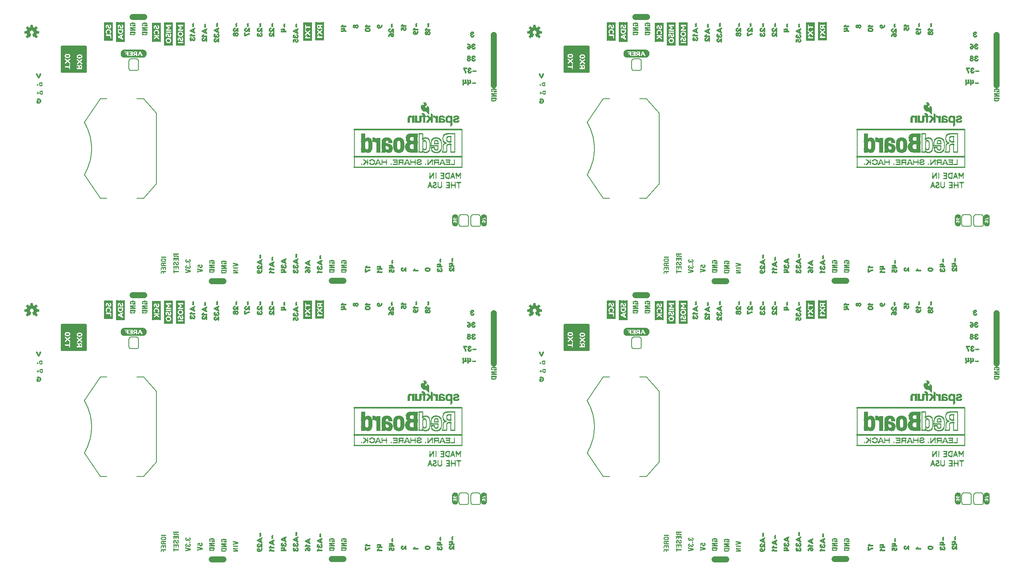
<source format=gbo>
G04 EAGLE Gerber RS-274X export*
G75*
%MOMM*%
%FSLAX34Y34*%
%LPD*%
%INSilkscreen Bottom*%
%IPPOS*%
%AMOC8*
5,1,8,0,0,1.08239X$1,22.5*%
G01*
%ADD10R,22.875238X0.014225*%
%ADD11R,22.903181X0.014475*%
%ADD12R,22.931119X0.014475*%
%ADD13R,22.961600X0.014475*%
%ADD14R,22.974300X0.014475*%
%ADD15R,22.974300X0.014219*%
%ADD16R,22.989538X0.014475*%
%ADD17R,22.989538X0.014225*%
%ADD18R,0.246375X0.014219*%
%ADD19R,0.231138X0.014219*%
%ADD20R,0.246375X0.014475*%
%ADD21R,0.231138X0.014475*%
%ADD22R,0.246375X0.014225*%
%ADD23R,0.231138X0.014225*%
%ADD24R,0.243838X0.014475*%
%ADD25R,0.431800X0.014475*%
%ADD26R,0.388619X0.014475*%
%ADD27R,0.909319X0.014225*%
%ADD28R,0.967738X0.014225*%
%ADD29R,0.261619X0.014225*%
%ADD30R,0.259075X0.014225*%
%ADD31R,0.218438X0.014225*%
%ADD32R,0.274319X0.014225*%
%ADD33R,0.548638X0.014225*%
%ADD34R,0.259081X0.014225*%
%ADD35R,0.965200X0.014225*%
%ADD36R,0.490219X0.014225*%
%ADD37R,0.317500X0.014225*%
%ADD38R,0.909319X0.014475*%
%ADD39R,0.967738X0.014475*%
%ADD40R,0.246381X0.014475*%
%ADD41R,0.261619X0.014475*%
%ADD42R,0.218438X0.014475*%
%ADD43R,0.289563X0.014475*%
%ADD44R,0.619756X0.014475*%
%ADD45R,0.259081X0.014475*%
%ADD46R,0.965200X0.014475*%
%ADD47R,0.576575X0.014475*%
%ADD48R,0.302262X0.014475*%
%ADD49R,0.690881X0.014475*%
%ADD50R,0.259075X0.014475*%
%ADD51R,0.635000X0.014475*%
%ADD52R,0.302256X0.014475*%
%ADD53R,0.751838X0.014475*%
%ADD54R,0.708656X0.014475*%
%ADD55R,0.317500X0.014475*%
%ADD56R,0.792475X0.014475*%
%ADD57R,0.749300X0.014475*%
%ADD58R,0.909319X0.014219*%
%ADD59R,0.967738X0.014219*%
%ADD60R,0.259081X0.014219*%
%ADD61R,0.218438X0.014219*%
%ADD62R,0.332738X0.014219*%
%ADD63R,0.838200X0.014219*%
%ADD64R,0.259075X0.014219*%
%ADD65R,0.246381X0.014219*%
%ADD66R,0.965200X0.014219*%
%ADD67R,0.261619X0.014219*%
%ADD68R,0.795019X0.014219*%
%ADD69R,0.317500X0.014219*%
%ADD70R,0.345438X0.014475*%
%ADD71R,0.866138X0.014475*%
%ADD72R,0.835656X0.014475*%
%ADD73R,0.894081X0.014475*%
%ADD74R,0.881381X0.014475*%
%ADD75R,0.304800X0.014475*%
%ADD76R,0.360681X0.014475*%
%ADD77R,0.924563X0.014475*%
%ADD78R,0.375919X0.014475*%
%ADD79R,0.952500X0.014475*%
%ADD80R,0.937256X0.014475*%
%ADD81R,0.403856X0.014475*%
%ADD82R,0.373375X0.014475*%
%ADD83R,0.403863X0.014475*%
%ADD84R,0.391156X0.014475*%
%ADD85R,0.243838X0.014225*%
%ADD86R,0.403863X0.014225*%
%ADD87R,0.345438X0.014225*%
%ADD88R,0.332738X0.014225*%
%ADD89R,0.246381X0.014225*%
%ADD90R,0.360675X0.014225*%
%ADD91R,0.896619X0.014475*%
%ADD92R,0.332738X0.014475*%
%ADD93R,0.228600X0.014475*%
%ADD94R,0.419100X0.014475*%
%ADD95R,0.289556X0.014475*%
%ADD96R,0.434338X0.014475*%
%ADD97R,0.287019X0.014475*%
%ADD98R,0.274319X0.014475*%
%ADD99R,0.447038X0.014475*%
%ADD100R,0.243838X0.014219*%
%ADD101R,0.462281X0.014219*%
%ADD102R,0.274319X0.014219*%
%ADD103R,0.228600X0.014219*%
%ADD104R,0.289556X0.014219*%
%ADD105R,0.271781X0.014219*%
%ADD106R,0.462281X0.014475*%
%ADD107R,0.477519X0.014475*%
%ADD108R,1.010919X0.014475*%
%ADD109R,0.490219X0.014475*%
%ADD110R,1.008381X0.014475*%
%ADD111R,1.008375X0.014475*%
%ADD112R,0.995681X0.014475*%
%ADD113R,0.995675X0.014475*%
%ADD114R,0.980438X0.014475*%
%ADD115R,0.982981X0.014475*%
%ADD116R,0.982975X0.014475*%
%ADD117R,0.228600X0.014225*%
%ADD118R,0.937262X0.014475*%
%ADD119R,0.924556X0.014475*%
%ADD120R,0.271781X0.014475*%
%ADD121R,0.922019X0.014475*%
%ADD122R,0.894075X0.014219*%
%ADD123R,0.302256X0.014219*%
%ADD124R,0.896619X0.014219*%
%ADD125R,0.302262X0.014219*%
%ADD126R,0.881375X0.014475*%
%ADD127R,0.330200X0.014475*%
%ADD128R,0.505456X0.014475*%
%ADD129R,0.373381X0.014475*%
%ADD130R,0.924556X0.014225*%
%ADD131R,0.982975X0.014225*%
%ADD132R,0.607056X0.014225*%
%ADD133R,0.922019X0.014225*%
%ADD134R,0.388619X0.014225*%
%ADD135R,0.302256X0.014225*%
%ADD136R,0.678175X0.014475*%
%ADD137R,0.939800X0.014475*%
%ADD138R,0.721356X0.014475*%
%ADD139R,1.153163X0.014475*%
%ADD140R,1.155700X0.014475*%
%ADD141R,0.764538X0.014475*%
%ADD142R,0.706119X0.014475*%
%ADD143R,0.779781X0.014475*%
%ADD144R,0.810256X0.014475*%
%ADD145R,0.924556X0.014219*%
%ADD146R,0.822956X0.014219*%
%ADD147R,1.153163X0.014219*%
%ADD148R,0.922019X0.014219*%
%ADD149R,1.155700X0.014219*%
%ADD150R,0.678181X0.014219*%
%ADD151R,0.662938X0.014475*%
%ADD152R,0.792481X0.014475*%
%ADD153R,0.647700X0.014475*%
%ADD154R,0.721363X0.014475*%
%ADD155R,0.360675X0.014475*%
%ADD156R,0.662938X0.014225*%
%ADD157R,1.153163X0.014225*%
%ADD158R,1.155700X0.014225*%
%ADD159R,0.591819X0.014475*%
%ADD160R,0.215900X0.014475*%
%ADD161R,0.474975X0.014475*%
%ADD162R,0.304800X0.014219*%
%ADD163R,0.215900X0.014225*%
%ADD164R,0.492756X0.014475*%
%ADD165R,0.462275X0.014475*%
%ADD166R,0.215900X0.014219*%
%ADD167R,0.449575X0.014219*%
%ADD168R,0.449575X0.014475*%
%ADD169R,1.038856X0.014475*%
%ADD170R,0.952500X0.014225*%
%ADD171R,0.403856X0.014225*%
%ADD172R,1.038856X0.014225*%
%ADD173R,0.391156X0.014225*%
%ADD174R,0.373381X0.014225*%
%ADD175R,1.026156X0.014475*%
%ADD176R,0.347975X0.014475*%
%ADD177R,0.850900X0.014475*%
%ADD178R,0.822956X0.014475*%
%ADD179R,0.838200X0.014475*%
%ADD180R,0.795019X0.014475*%
%ADD181R,0.347981X0.014475*%
%ADD182R,0.952500X0.014219*%
%ADD183R,0.764538X0.014219*%
%ADD184R,0.749300X0.014219*%
%ADD185R,0.576581X0.014475*%
%ADD186R,0.520700X0.014475*%
%ADD187R,22.989538X0.014219*%
%ADD188R,0.579119X0.014475*%
%ADD189R,0.866138X0.014225*%
%ADD190R,0.665481X0.014225*%
%ADD191R,0.287019X0.014225*%
%ADD192R,0.203200X0.014225*%
%ADD193R,0.187956X0.014225*%
%ADD194R,0.561338X0.014475*%
%ADD195R,0.807719X0.014475*%
%ADD196R,0.777238X0.014475*%
%ADD197R,1.125219X0.014475*%
%ADD198R,0.863600X0.014475*%
%ADD199R,0.835663X0.014475*%
%ADD200R,0.607056X0.014475*%
%ADD201R,1.023619X0.014475*%
%ADD202R,1.183638X0.014475*%
%ADD203R,0.736600X0.014475*%
%ADD204R,0.693419X0.014475*%
%ADD205R,1.023619X0.014219*%
%ADD206R,1.242056X0.014219*%
%ADD207R,1.356356X0.014219*%
%ADD208R,0.721356X0.014219*%
%ADD209R,1.054100X0.014475*%
%ADD210R,1.297937X0.014475*%
%ADD211R,1.600200X0.014475*%
%ADD212R,1.097275X0.014475*%
%ADD213R,1.069338X0.014475*%
%ADD214R,1.356356X0.014475*%
%ADD215R,1.717037X0.014475*%
%ADD216R,1.170937X0.014475*%
%ADD217R,1.414781X0.014475*%
%ADD218R,1.082037X0.014475*%
%ADD219R,1.805938X0.014475*%
%ADD220R,1.226819X0.014475*%
%ADD221R,1.442719X0.014475*%
%ADD222R,1.861819X0.014475*%
%ADD223R,1.282700X0.014475*%
%ADD224R,1.501138X0.014475*%
%ADD225R,2.092956X0.014475*%
%ADD226R,1.905000X0.014475*%
%ADD227R,1.343656X0.014475*%
%ADD228R,1.010919X0.014225*%
%ADD229R,1.097275X0.014225*%
%ADD230R,1.529075X0.014225*%
%ADD231R,2.108200X0.014225*%
%ADD232R,1.948181X0.014225*%
%ADD233R,1.384300X0.014225*%
%ADD234R,1.066800X0.014225*%
%ADD235R,0.835663X0.014225*%
%ADD236R,0.881375X0.014225*%
%ADD237R,1.023619X0.014225*%
%ADD238R,0.835656X0.014225*%
%ADD239R,1.371600X0.014475*%
%ADD240R,1.993900X0.014475*%
%ADD241R,1.430019X0.014475*%
%ADD242R,1.109981X0.014475*%
%ADD243R,1.112519X0.014475*%
%ADD244R,0.533400X0.014475*%
%ADD245R,2.021838X0.014475*%
%ADD246R,1.470656X0.014475*%
%ADD247R,1.140456X0.014475*%
%ADD248R,0.474981X0.014475*%
%ADD249R,1.254756X0.014475*%
%ADD250R,2.065019X0.014475*%
%ADD251R,1.516375X0.014475*%
%ADD252R,1.168400X0.014475*%
%ADD253R,1.211581X0.014475*%
%ADD254R,1.544319X0.014475*%
%ADD255R,1.196338X0.014475*%
%ADD256R,1.010919X0.014219*%
%ADD257R,1.109975X0.014219*%
%ADD258R,0.419100X0.014219*%
%ADD259R,0.406400X0.014219*%
%ADD260R,0.360675X0.014219*%
%ADD261R,1.183638X0.014219*%
%ADD262R,2.123438X0.014219*%
%ADD263R,1.587500X0.014219*%
%ADD264R,1.226819X0.014219*%
%ADD265R,0.850900X0.014219*%
%ADD266R,0.881375X0.014219*%
%ADD267R,1.196338X0.014219*%
%ADD268R,0.835656X0.014219*%
%ADD269R,2.136138X0.014475*%
%ADD270R,1.615438X0.014475*%
%ADD271R,1.242056X0.014475*%
%ADD272R,2.166619X0.014475*%
%ADD273R,1.645919X0.014475*%
%ADD274R,1.270000X0.014475*%
%ADD275R,2.194556X0.014475*%
%ADD276R,1.673856X0.014475*%
%ADD277R,2.105656X0.014475*%
%ADD278R,2.209800X0.014475*%
%ADD279R,1.704338X0.014475*%
%ADD280R,2.164081X0.014475*%
%ADD281R,2.237738X0.014475*%
%ADD282R,1.732275X0.014475*%
%ADD283R,2.120900X0.014475*%
%ADD284R,0.289556X0.014225*%
%ADD285R,0.360681X0.014225*%
%ADD286R,2.252981X0.014225*%
%ADD287R,1.760219X0.014225*%
%ADD288R,2.179319X0.014225*%
%ADD289R,2.136138X0.014225*%
%ADD290R,2.265681X0.014475*%
%ADD291R,1.790700X0.014475*%
%ADD292R,2.148837X0.014475*%
%ADD293R,2.280919X0.014475*%
%ADD294R,1.818638X0.014475*%
%ADD295R,2.179319X0.014475*%
%ADD296R,2.311400X0.014475*%
%ADD297R,1.831338X0.014475*%
%ADD298R,2.192019X0.014475*%
%ADD299R,2.324100X0.014475*%
%ADD300R,1.846581X0.014475*%
%ADD301R,0.287019X0.014219*%
%ADD302R,2.339338X0.014219*%
%ADD303R,1.877056X0.014219*%
%ADD304R,2.207256X0.014219*%
%ADD305R,2.179319X0.014219*%
%ADD306R,2.354581X0.014475*%
%ADD307R,2.207256X0.014475*%
%ADD308R,2.367281X0.014475*%
%ADD309R,2.222500X0.014475*%
%ADD310R,2.382519X0.014475*%
%ADD311R,1.932938X0.014475*%
%ADD312R,1.963419X0.014475*%
%ADD313R,0.157481X0.014475*%
%ADD314R,2.397756X0.014475*%
%ADD315R,2.410456X0.014225*%
%ADD316R,1.991356X0.014225*%
%ADD317R,2.222500X0.014225*%
%ADD318R,2.425700X0.014475*%
%ADD319R,2.006600X0.014475*%
%ADD320R,2.235200X0.014475*%
%ADD321R,0.187956X0.014475*%
%ADD322R,2.440937X0.014475*%
%ADD323R,2.019300X0.014475*%
%ADD324R,0.157475X0.014475*%
%ADD325R,2.034537X0.014475*%
%ADD326R,2.250438X0.014475*%
%ADD327R,0.129537X0.014475*%
%ADD328R,2.453638X0.014475*%
%ADD329R,2.049781X0.014475*%
%ADD330R,2.252975X0.014475*%
%ADD331R,0.548638X0.014475*%
%ADD332R,0.055881X0.014475*%
%ADD333R,2.468881X0.014475*%
%ADD334R,2.062481X0.014475*%
%ADD335R,0.579119X0.014219*%
%ADD336R,0.388619X0.014219*%
%ADD337R,2.468881X0.014219*%
%ADD338R,2.077719X0.014219*%
%ADD339R,2.252975X0.014219*%
%ADD340R,2.265681X0.014219*%
%ADD341R,0.604519X0.014475*%
%ADD342R,2.484119X0.014475*%
%ADD343R,2.265675X0.014475*%
%ADD344R,2.496819X0.014475*%
%ADD345R,2.278381X0.014475*%
%ADD346R,0.665481X0.014475*%
%ADD347R,0.535938X0.014475*%
%ADD348R,0.678181X0.014475*%
%ADD349R,2.512056X0.014475*%
%ADD350R,0.690881X0.014225*%
%ADD351R,0.591819X0.014225*%
%ADD352R,2.512056X0.014225*%
%ADD353R,0.995681X0.014225*%
%ADD354R,1.140456X0.014225*%
%ADD355R,2.293619X0.014225*%
%ADD356R,0.622300X0.014475*%
%ADD357R,2.527300X0.014475*%
%ADD358R,2.293619X0.014475*%
%ADD359R,2.540000X0.014475*%
%ADD360R,0.894075X0.014475*%
%ADD361R,2.308856X0.014475*%
%ADD362R,1.153156X0.014475*%
%ADD363R,2.555238X0.014219*%
%ADD364R,0.894081X0.014219*%
%ADD365R,0.982975X0.014219*%
%ADD366R,0.995675X0.014219*%
%ADD367R,1.094738X0.014219*%
%ADD368R,0.734056X0.014475*%
%ADD369R,2.555238X0.014475*%
%ADD370R,1.066800X0.014475*%
%ADD371R,2.570481X0.014475*%
%ADD372R,0.878838X0.014475*%
%ADD373R,0.853438X0.014475*%
%ADD374R,1.181100X0.014225*%
%ADD375R,0.863600X0.014225*%
%ADD376R,0.853438X0.014225*%
%ADD377R,0.896619X0.014225*%
%ADD378R,1.137919X0.014475*%
%ADD379R,1.097281X0.014475*%
%ADD380R,1.038863X0.014219*%
%ADD381R,0.866138X0.014219*%
%ADD382R,0.998219X0.014475*%
%ADD383R,0.998219X0.014225*%
%ADD384R,0.822956X0.014225*%
%ADD385R,0.850900X0.014225*%
%ADD386R,0.878838X0.014225*%
%ADD387R,0.863600X0.014219*%
%ADD388R,0.894075X0.014225*%
%ADD389R,0.937256X0.014225*%
%ADD390R,0.838200X0.014225*%
%ADD391R,0.894081X0.014225*%
%ADD392R,0.822963X0.014219*%
%ADD393R,0.937256X0.014219*%
%ADD394R,0.878838X0.014219*%
%ADD395R,0.980438X0.014219*%
%ADD396R,1.658619X0.014475*%
%ADD397R,1.198881X0.014475*%
%ADD398R,1.689100X0.014225*%
%ADD399R,1.242056X0.014225*%
%ADD400R,1.689100X0.014475*%
%ADD401R,1.315719X0.014475*%
%ADD402R,1.701800X0.014475*%
%ADD403R,2.151375X0.014475*%
%ADD404R,1.701800X0.014219*%
%ADD405R,2.136138X0.014219*%
%ADD406R,2.108200X0.014475*%
%ADD407R,2.077719X0.014475*%
%ADD408R,1.600200X0.014225*%
%ADD409R,2.065019X0.014225*%
%ADD410R,2.049775X0.014475*%
%ADD411R,0.431800X0.014219*%
%ADD412R,1.978656X0.014219*%
%ADD413R,1.935475X0.014475*%
%ADD414R,1.920238X0.014475*%
%ADD415R,1.892300X0.014475*%
%ADD416R,1.833875X0.014225*%
%ADD417R,1.803400X0.014475*%
%ADD418R,1.775456X0.014475*%
%ADD419R,1.198875X0.014475*%
%ADD420R,0.807719X0.014219*%
%ADD421R,2.527300X0.014219*%
%ADD422R,1.661156X0.014219*%
%ADD423R,1.617975X0.014475*%
%ADD424R,1.559556X0.014475*%
%ADD425R,0.650238X0.014475*%
%ADD426R,1.457956X0.014475*%
%ADD427R,1.399538X0.014475*%
%ADD428R,0.980438X0.014225*%
%ADD429R,2.468881X0.014225*%
%ADD430R,1.356356X0.014225*%
%ADD431R,1.300475X0.014475*%
%ADD432R,0.548638X0.014219*%
%ADD433R,2.410456X0.014219*%
%ADD434R,1.082037X0.014219*%
%ADD435R,2.339338X0.014475*%
%ADD436R,0.447038X0.014225*%
%ADD437R,2.311400X0.014225*%
%ADD438R,2.296156X0.014475*%
%ADD439R,0.505456X0.014219*%
%ADD440R,2.194556X0.014219*%
%ADD441R,0.779781X0.014219*%
%ADD442R,0.939800X0.014219*%
%ADD443R,2.123438X0.014475*%
%ADD444R,0.416556X0.014475*%
%ADD445R,0.795019X0.014225*%
%ADD446R,0.995675X0.014225*%
%ADD447R,0.779775X0.014475*%
%ADD448R,1.084575X0.014475*%
%ADD449R,2.237738X0.014219*%
%ADD450R,1.112519X0.014219*%
%ADD451R,0.881381X0.014219*%
%ADD452R,2.252981X0.014475*%
%ADD453R,1.630675X0.014475*%
%ADD454R,2.324100X0.014225*%
%ADD455R,1.661156X0.014225*%
%ADD456R,1.661156X0.014475*%
%ADD457R,0.360681X0.014219*%
%ADD458R,2.382519X0.014219*%
%ADD459R,0.906781X0.014219*%
%ADD460R,1.051556X0.014219*%
%ADD461R,0.906781X0.014475*%
%ADD462R,0.736600X0.014225*%
%ADD463R,0.622300X0.014225*%
%ADD464R,1.038863X0.014475*%
%ADD465R,0.619756X0.014219*%
%ADD466R,0.447038X0.014219*%
%ADD467R,2.092956X0.014219*%
%ADD468R,2.108200X0.014219*%
%ADD469R,2.062475X0.014475*%
%ADD470R,0.175256X0.014475*%
%ADD471R,2.047238X0.014475*%
%ADD472R,0.406400X0.014475*%
%ADD473R,0.157475X0.014225*%
%ADD474R,2.006600X0.014225*%
%ADD475R,2.034537X0.014225*%
%ADD476R,2.235200X0.014225*%
%ADD477R,1.976119X0.014475*%
%ADD478R,1.948181X0.014475*%
%ADD479R,1.991356X0.014475*%
%ADD480R,1.960875X0.014475*%
%ADD481R,1.889756X0.014219*%
%ADD482R,1.948175X0.014219*%
%ADD483R,2.192019X0.014219*%
%ADD484R,1.877056X0.014475*%
%ADD485R,1.846575X0.014475*%
%ADD486R,1.889763X0.014475*%
%ADD487R,0.330200X0.014225*%
%ADD488R,0.304800X0.014225*%
%ADD489R,1.775456X0.014225*%
%ADD490R,1.846581X0.014225*%
%ADD491R,1.760219X0.014475*%
%ADD492R,1.732281X0.014475*%
%ADD493R,1.747519X0.014475*%
%ADD494R,1.645919X0.014219*%
%ADD495R,1.717037X0.014219*%
%ADD496R,0.751838X0.014219*%
%ADD497R,1.673863X0.014475*%
%ADD498R,1.557019X0.014475*%
%ADD499R,1.643381X0.014475*%
%ADD500R,1.529081X0.014475*%
%ADD501R,1.617981X0.014475*%
%ADD502R,0.518156X0.014475*%
%ADD503R,1.572256X0.014475*%
%ADD504R,1.455419X0.014475*%
%ADD505R,1.531619X0.014475*%
%ADD506R,0.678181X0.014225*%
%ADD507R,0.576581X0.014225*%
%ADD508R,0.706119X0.014225*%
%ADD509R,1.414775X0.014225*%
%ADD510R,1.501138X0.014225*%
%ADD511R,1.513838X0.014475*%
%ADD512R,1.369063X0.014475*%
%ADD513R,1.341119X0.014475*%
%ADD514R,1.313181X0.014475*%
%ADD515R,1.384300X0.014475*%
%ADD516R,1.427475X0.014475*%
%ADD517R,1.328419X0.014475*%
%ADD518R,1.257300X0.014475*%
%ADD519R,0.822963X0.014475*%
%ADD520R,1.328419X0.014219*%
%ADD521R,1.026156X0.014219*%
%ADD522R,1.140463X0.014219*%
%ADD523R,1.211581X0.014219*%
%ADD524R,0.563881X0.014219*%
%ADD525R,0.767081X0.014475*%
%ADD526R,1.211575X0.014475*%
%ADD527R,0.690875X0.014475*%
%ADD528R,0.459738X0.014475*%
%ADD529R,0.939800X0.014225*%
%ADD530R,0.474981X0.014225*%
%ADD531R,0.477519X0.014225*%
%ADD532R,0.289563X0.014219*%
%ADD533R,1.082037X0.014225*%
%ADD534R,2.484119X0.014219*%
%ADD535R,0.749300X0.014225*%
%ADD536R,2.453638X0.014225*%
%ADD537R,2.425700X0.014219*%
%ADD538R,2.410456X0.014475*%
%ADD539R,2.367281X0.014225*%
%ADD540R,2.324100X0.014219*%
%ADD541R,2.237738X0.014225*%
%ADD542R,0.563881X0.014475*%
%ADD543R,0.736600X0.014219*%
%ADD544R,2.037081X0.014475*%
%ADD545R,2.209800X0.014225*%
%ADD546R,1.978656X0.014225*%
%ADD547R,1.935481X0.014475*%
%ADD548R,2.151381X0.014475*%
%ADD549R,1.833881X0.014475*%
%ADD550R,2.034537X0.014219*%
%ADD551R,1.689100X0.014219*%
%ADD552R,0.853438X0.014219*%
%ADD553R,22.946356X0.014219*%
%ADD554R,22.887937X0.014475*%
%ADD555R,22.844756X0.014475*%
%ADD556C,1.270000*%
%ADD557R,0.287019X0.031750*%
%ADD558R,0.734056X0.032000*%
%ADD559R,0.861056X0.032000*%
%ADD560R,0.990600X0.032006*%
%ADD561R,1.023619X0.032000*%
%ADD562R,1.054100X0.031750*%
%ADD563R,1.120138X0.032000*%
%ADD564R,0.289556X0.032006*%
%ADD565R,0.320038X0.032006*%
%ADD566R,0.223519X0.032000*%
%ADD567R,0.190500X0.032000*%
%ADD568R,0.193038X0.032000*%
%ADD569R,0.160019X0.031750*%
%ADD570R,0.160019X0.032000*%
%ADD571R,0.160019X0.032006*%
%ADD572R,0.190500X0.031750*%
%ADD573R,0.226056X0.032000*%
%ADD574R,0.256538X0.032006*%
%ADD575R,0.320038X0.032000*%
%ADD576R,0.510537X0.032000*%
%ADD577R,0.287019X0.032000*%
%ADD578R,0.607063X0.032000*%
%ADD579R,0.607063X0.031750*%
%ADD580R,0.190500X0.032006*%
%ADD581R,0.607063X0.032006*%
%ADD582R,1.087119X0.032006*%
%ADD583R,1.120138X0.031750*%
%ADD584R,1.120138X0.032006*%
%ADD585R,1.087119X0.032000*%
%ADD586R,0.353056X0.032000*%
%ADD587R,0.449575X0.031750*%
%ADD588R,0.447038X0.032006*%
%ADD589R,0.447038X0.032000*%
%ADD590R,0.416556X0.031750*%
%ADD591R,0.383538X0.032000*%
%ADD592R,1.087119X0.031750*%
%ADD593R,0.193038X0.031750*%
%ADD594R,0.223519X0.032006*%
%ADD595R,0.414019X0.032000*%
%ADD596R,1.023619X0.032006*%
%ADD597R,0.957575X0.031750*%
%ADD598R,0.894081X0.032000*%
%ADD599R,0.767081X0.032000*%
%ADD600R,0.576575X0.032000*%
%ADD601R,1.054100X0.032000*%
%ADD602R,1.054100X0.032006*%
%ADD603R,0.541019X0.032000*%
%ADD604R,0.734056X0.031750*%
%ADD605R,0.957581X0.032006*%
%ADD606R,0.990600X0.032000*%
%ADD607R,0.320038X0.031750*%
%ADD608R,0.127000X0.032000*%
%ADD609R,0.127000X0.032006*%
%ADD610R,0.256538X0.031750*%
%ADD611R,0.957581X0.032000*%
%ADD612R,0.894075X0.032000*%
%ADD613R,0.800100X0.031750*%
%ADD614R,0.640075X0.032000*%
%ADD615R,0.127000X0.031750*%
%ADD616R,0.223519X0.031750*%
%ADD617R,0.350519X0.031750*%
%ADD618R,0.480056X0.032000*%
%ADD619R,0.416556X0.032000*%
%ADD620R,0.447038X0.031750*%
%ADD621R,0.254000X0.032006*%
%ADD622R,0.350519X0.032006*%
%ADD623R,0.033019X0.032000*%
%ADD624R,0.543556X0.032000*%
%ADD625R,0.513081X0.031750*%
%ADD626R,0.513081X0.032000*%
%ADD627R,0.317500X0.032006*%
%ADD628R,0.449581X0.032006*%
%ADD629R,0.063500X0.032000*%
%ADD630R,0.193038X0.032006*%
%ADD631R,0.096519X0.031750*%
%ADD632R,0.416563X0.032000*%
%ADD633R,0.543563X0.032000*%
%ADD634R,0.576581X0.031750*%
%ADD635R,0.353056X0.031750*%
%ADD636R,0.607056X0.032006*%
%ADD637R,0.254000X0.032000*%
%ADD638R,0.129537X0.032006*%
%ADD639R,0.287019X0.032006*%
%ADD640R,0.289556X0.032000*%
%ADD641R,0.574037X0.032000*%
%ADD642R,0.256538X0.032000*%
%ADD643R,0.477519X0.031750*%
%ADD644R,0.416556X0.032006*%
%ADD645R,0.093981X0.032000*%
%ADD646R,0.317500X0.032000*%
%ADD647R,0.701037X0.032000*%
%ADD648R,0.480056X0.032006*%
%ADD649R,0.254000X0.031750*%
%ADD650R,0.096519X0.032000*%
%ADD651R,0.157481X0.032000*%
%ADD652R,0.670556X0.032006*%
%ADD653R,1.084575X0.032000*%
%ADD654R,0.477519X0.032000*%
%ADD655R,0.383538X0.032006*%
%ADD656R,0.129537X0.032000*%
%ADD657R,0.640081X0.032000*%
%ADD658R,0.927100X0.032006*%
%ADD659R,0.957575X0.032000*%
%ADD660R,0.543556X0.031750*%
%ADD661R,0.767075X0.031750*%
%ADD662R,0.830581X0.032000*%
%ADD663R,0.703581X0.032006*%
%ADD664R,0.416563X0.031750*%
%ADD665R,0.576581X0.032000*%
%ADD666R,0.576581X0.032006*%
%ADD667R,0.701037X0.031750*%
%ADD668R,0.670556X0.032000*%
%ADD669R,0.640075X0.032006*%
%ADD670R,0.543563X0.031750*%
%ADD671R,0.670563X0.032000*%
%ADD672R,0.797563X0.032006*%
%ADD673R,0.830575X0.031750*%
%ADD674R,0.510537X0.032006*%
%ADD675R,0.480056X0.031750*%
%ADD676R,0.797556X0.032000*%
%ADD677R,0.924556X0.032000*%
%ADD678R,0.957581X0.031750*%
%ADD679R,0.797563X0.032000*%
%ADD680R,0.670563X0.032006*%
%ADD681R,0.030481X0.032006*%
%ADD682R,0.863600X0.032000*%
%ADD683R,0.990600X0.031750*%
%ADD684R,0.927100X0.032000*%
%ADD685R,0.736600X0.032006*%
%ADD686R,0.289563X0.031750*%
%ADD687R,0.353063X0.032000*%
%ADD688R,0.513081X0.032006*%
%ADD689R,0.673100X0.032000*%
%ADD690R,0.830581X0.031750*%
%ADD691R,0.894081X0.032006*%
%ADD692R,0.607056X0.032000*%
%ADD693R,0.350519X0.032000*%
%ADD694R,0.060000X0.020000*%
%ADD695R,0.020000X0.020000*%
%ADD696R,0.340000X0.020000*%
%ADD697R,0.620000X0.020000*%
%ADD698R,0.040000X0.020000*%
%ADD699R,0.120000X0.020000*%
%ADD700R,0.160000X0.020000*%
%ADD701R,0.480000X0.020000*%
%ADD702R,0.680000X0.020000*%
%ADD703R,0.140000X0.020000*%
%ADD704R,0.180000X0.020000*%
%ADD705R,0.200000X0.020000*%
%ADD706R,0.580000X0.020000*%
%ADD707R,0.740000X0.020000*%
%ADD708R,0.220000X0.020000*%
%ADD709R,0.240000X0.020000*%
%ADD710R,0.640000X0.020000*%
%ADD711R,0.780000X0.020000*%
%ADD712R,0.260000X0.020000*%
%ADD713R,0.660000X0.020000*%
%ADD714R,0.800000X0.020000*%
%ADD715R,0.280000X0.020000*%
%ADD716R,0.720000X0.020000*%
%ADD717R,0.300000X0.020000*%
%ADD718R,0.760000X0.020000*%
%ADD719R,0.320000X0.020000*%
%ADD720R,0.360000X0.020000*%
%ADD721R,0.820000X0.020000*%
%ADD722R,0.440000X0.020000*%
%ADD723R,0.380000X0.020000*%
%ADD724R,0.400000X0.020000*%
%ADD725R,0.420000X0.020000*%
%ADD726R,0.460000X0.020000*%
%ADD727R,0.500000X0.020000*%
%ADD728R,0.520000X0.020000*%
%ADD729R,0.540000X0.020000*%
%ADD730R,0.560000X0.020000*%
%ADD731R,0.700000X0.020000*%
%ADD732R,0.860000X0.020000*%
%ADD733R,0.100000X0.020000*%
%ADD734R,0.880000X0.020000*%
%ADD735R,0.960000X0.020000*%
%ADD736R,0.080000X0.020000*%
%ADD737R,1.000000X0.020000*%
%ADD738R,1.020000X0.020000*%
%ADD739R,1.040000X0.020000*%
%ADD740R,1.060000X0.020000*%
%ADD741R,0.600000X0.020000*%
%ADD742R,0.280000X0.040000*%
%ADD743R,0.480000X0.040000*%
%ADD744R,0.640000X0.040000*%
%ADD745R,0.720000X0.040000*%
%ADD746R,0.760000X0.040000*%
%ADD747R,0.800000X0.040000*%
%ADD748R,0.840000X0.040000*%
%ADD749R,0.360000X0.040000*%
%ADD750R,0.200000X0.040000*%
%ADD751R,0.320000X0.040000*%
%ADD752R,0.040000X0.040000*%
%ADD753R,0.400000X0.040000*%
%ADD754R,0.240000X0.040000*%
%ADD755R,0.440000X0.040000*%
%ADD756R,0.680000X0.040000*%
%ADD757R,0.600000X0.040000*%
%ADD758R,0.080000X0.040000*%
%ADD759R,0.560000X0.040000*%
%ADD760R,0.520000X0.040000*%
%ADD761R,0.160000X0.040000*%
%ADD762R,0.270000X0.030000*%
%ADD763R,0.450000X0.040000*%
%ADD764R,0.510000X0.030000*%
%ADD765R,0.540000X0.030000*%
%ADD766R,0.570000X0.030000*%
%ADD767R,0.630000X0.030000*%
%ADD768R,0.180000X0.030000*%
%ADD769R,0.240000X0.030000*%
%ADD770R,0.060000X0.030000*%
%ADD771R,0.180000X0.040000*%
%ADD772R,0.210000X0.040000*%
%ADD773R,0.150000X0.040000*%
%ADD774R,0.210000X0.030000*%
%ADD775R,0.450000X0.030000*%
%ADD776R,0.510000X0.040000*%
%ADD777R,0.480000X0.030000*%
%ADD778R,0.600000X0.030000*%
%ADD779R,0.150000X0.030000*%
%ADD780R,0.120000X0.040000*%
%ADD781R,0.420000X0.030000*%
%ADD782R,0.420000X0.040000*%
%ADD783R,0.630000X0.040000*%
%ADD784R,0.660000X0.030000*%
%ADD785R,0.300000X0.030000*%
%ADD786R,0.360000X0.030000*%
%ADD787R,0.390000X0.040000*%
%ADD788R,0.390000X0.030000*%
%ADD789C,0.203200*%
%ADD790R,0.400000X0.100000*%
%ADD791R,0.100000X0.100000*%
%ADD792R,0.600000X0.100000*%
%ADD793R,0.500000X0.100000*%
%ADD794R,0.200000X0.100000*%
%ADD795R,0.700000X0.100000*%
%ADD796R,0.800000X0.100000*%
%ADD797R,0.900000X0.100000*%
%ADD798R,1.000000X0.100000*%
%ADD799R,1.100000X0.100000*%
%ADD800R,1.200000X0.100000*%
%ADD801R,1.400000X0.100000*%
%ADD802R,1.300000X0.100000*%
%ADD803R,1.500000X0.100000*%
%ADD804R,1.600000X0.100000*%
%ADD805R,2.700000X0.100000*%
%ADD806R,1.800000X0.100000*%
%ADD807R,2.800000X0.100000*%
%ADD808R,1.900000X0.100000*%
%ADD809R,2.100000X0.100000*%
%ADD810R,2.300000X0.100000*%
%ADD811R,1.700000X0.100000*%
%ADD812R,2.500000X0.100000*%
%ADD813R,0.300000X0.100000*%
%ADD814R,0.040000X4.100000*%
%ADD815R,0.050000X4.100000*%
%ADD816R,0.050000X1.580000*%
%ADD817R,0.050000X0.720000*%
%ADD818R,0.050000X0.550000*%
%ADD819R,0.050000X0.810000*%
%ADD820R,0.040000X0.550000*%
%ADD821R,0.040000X0.360000*%
%ADD822R,0.040000X0.630000*%
%ADD823R,0.040000X0.720000*%
%ADD824R,0.050000X0.500000*%
%ADD825R,0.050000X0.230000*%
%ADD826R,0.050000X0.540000*%
%ADD827R,0.050000X0.270000*%
%ADD828R,0.050000X0.680000*%
%ADD829R,0.040000X0.500000*%
%ADD830R,0.040000X0.180000*%
%ADD831R,0.040000X0.450000*%
%ADD832R,0.050000X0.140000*%
%ADD833R,0.050000X0.350000*%
%ADD834R,0.050000X0.590000*%
%ADD835R,0.040000X0.270000*%
%ADD836R,0.040000X0.230000*%
%ADD837R,0.040000X0.540000*%
%ADD838R,0.050000X0.180000*%
%ADD839R,0.040000X0.140000*%
%ADD840R,0.040000X0.220000*%
%ADD841R,0.050000X0.310000*%
%ADD842R,0.050000X0.090000*%
%ADD843R,0.040000X0.310000*%
%ADD844R,0.040000X0.320000*%
%ADD845R,0.050000X0.320000*%
%ADD846R,0.050000X0.360000*%
%ADD847R,0.050000X0.450000*%
%ADD848R,0.050000X0.400000*%
%ADD849R,0.040000X0.400000*%
%ADD850R,0.040000X0.280000*%
%ADD851R,0.040000X0.090000*%
%ADD852R,0.050000X0.190000*%
%ADD853R,0.050000X0.170000*%
%ADD854R,0.040000X0.130000*%
%ADD855R,0.050000X0.130000*%
%ADD856R,0.040000X0.050000*%
%ADD857R,0.040000X0.590000*%
%ADD858R,0.050000X0.050000*%
%ADD859R,0.050000X0.630000*%
%ADD860R,0.040000X0.580000*%
%ADD861R,0.040000X0.680000*%
%ADD862R,0.040000X4.270000*%
%ADD863R,0.050000X4.270000*%
%ADD864R,0.050000X1.750000*%
%ADD865R,0.050000X0.850000*%
%ADD866R,0.040000X0.490000*%
%ADD867R,0.040000X0.620000*%
%ADD868R,0.040000X0.370000*%
%ADD869R,0.050000X0.490000*%
%ADD870R,0.050000X0.670000*%
%ADD871R,0.040000X0.170000*%
%ADD872R,0.050000X0.580000*%
%ADD873R,0.050000X0.900000*%
%ADD874R,0.040000X0.900000*%
%ADD875R,0.050000X0.080000*%
%ADD876R,0.050000X0.770000*%
%ADD877R,0.040000X0.810000*%
%ADD878R,0.050000X0.410000*%
%ADD879R,0.040000X0.850000*%
%ADD880R,0.040000X0.080000*%
%ADD881R,0.050000X0.220000*%
%ADD882R,0.040000X0.670000*%
%ADD883R,0.050000X0.940000*%
%ADD884R,0.050000X0.620000*%
%ADD885R,0.050000X0.760000*%
%ADD886R,4.280000X0.040000*%
%ADD887R,4.520000X0.040000*%
%ADD888R,4.680000X0.040000*%
%ADD889R,4.840000X0.040000*%
%ADD890R,4.920000X0.040000*%
%ADD891R,5.000000X0.040000*%
%ADD892R,5.080000X0.040000*%
%ADD893R,5.160000X0.040000*%
%ADD894R,1.160000X0.040000*%
%ADD895R,1.120000X0.040000*%
%ADD896R,1.360000X0.040000*%
%ADD897R,1.400000X0.040000*%
%ADD898R,1.080000X0.040000*%
%ADD899R,1.040000X0.040000*%
%ADD900R,1.000000X0.040000*%
%ADD901R,0.960000X0.040000*%
%ADD902R,0.880000X0.040000*%
%ADD903R,1.320000X0.040000*%
%ADD904R,1.280000X0.040000*%
%ADD905R,0.030000X1.590000*%
%ADD906R,0.030000X1.770000*%
%ADD907R,0.020000X1.890000*%
%ADD908R,0.040000X2.010000*%
%ADD909R,0.030000X2.070000*%
%ADD910R,0.030000X2.130000*%
%ADD911R,0.020000X2.190000*%
%ADD912R,0.030000X0.750000*%
%ADD913R,0.030000X1.350000*%
%ADD914R,0.040000X0.690000*%
%ADD915R,0.040000X0.480000*%
%ADD916R,0.040000X0.600000*%
%ADD917R,0.030000X0.660000*%
%ADD918R,0.030000X0.360000*%
%ADD919R,0.030000X0.570000*%
%ADD920R,0.030000X0.300000*%
%ADD921R,0.030000X0.600000*%
%ADD922R,0.030000X0.630000*%
%ADD923R,0.030000X0.240000*%
%ADD924R,0.040000X0.660000*%
%ADD925R,0.040000X0.210000*%
%ADD926R,0.030000X0.060000*%
%ADD927R,0.030000X0.150000*%
%ADD928R,0.030000X0.840000*%
%ADD929R,0.030000X0.690000*%
%ADD930R,0.030000X0.210000*%
%ADD931R,0.030000X0.120000*%
%ADD932R,0.030000X0.900000*%
%ADD933R,0.040000X0.750000*%
%ADD934R,0.040000X0.120000*%
%ADD935R,0.040000X0.930000*%
%ADD936R,0.030000X0.870000*%
%ADD937R,0.030000X0.960000*%
%ADD938R,0.030000X0.030000*%
%ADD939R,0.030000X0.780000*%
%ADD940R,0.040000X0.870000*%
%ADD941R,0.030000X0.090000*%
%ADD942R,0.030000X0.990000*%
%ADD943R,0.040000X0.240000*%
%ADD944R,0.040000X0.060000*%
%ADD945R,0.040000X0.150000*%
%ADD946R,0.030000X2.190000*%
%ADD947R,0.030000X2.010000*%
%ADD948R,0.030000X1.890000*%
%ADD949R,0.040000X0.570000*%
%ADD950R,0.030000X0.540000*%
%ADD951R,0.030000X0.390000*%
%ADD952R,0.030000X0.720000*%
%ADD953R,0.030000X0.270000*%
%ADD954R,0.030000X0.810000*%
%ADD955R,0.040000X0.840000*%
%ADD956R,0.030000X0.180000*%
%ADD957R,0.030000X0.330000*%
%ADD958R,2.000000X0.100000*%
%ADD959R,2.200000X0.100000*%
%ADD960R,2.400000X0.100000*%
%ADD961R,0.050000X0.040000*%
%ADD962R,0.050000X0.890000*%
%ADD963R,0.040000X0.890000*%
%ADD964R,0.040000X0.440000*%
%ADD965R,0.050000X0.370000*%
%ADD966R,0.050000X0.100000*%
%ADD967R,0.040000X0.350000*%
%ADD968R,0.040000X0.760000*%
%ADD969R,0.040000X0.410000*%
%ADD970R,0.040000X0.860000*%
%ADD971R,0.050000X0.860000*%
%ADD972R,0.050000X0.800000*%
%ADD973R,0.050000X0.460000*%
%ADD974R,0.050000X0.710000*%
%ADD975R,0.050000X0.950000*%
%ADD976R,0.040000X0.950000*%
%ADD977R,0.050000X0.260000*%
%ADD978R,0.040000X0.260000*%
%ADD979R,0.040000X0.820000*%
%ADD980R,0.050000X0.820000*%
%ADD981R,0.040000X0.770000*%
%ADD982R,0.040000X0.940000*%
%ADD983R,0.040000X0.640000*%
%ADD984R,0.050000X0.640000*%
%ADD985R,0.040000X0.460000*%
%ADD986R,0.040000X0.800000*%
%ADD987R,0.050000X0.730000*%
%ADD988R,0.040000X0.730000*%
%ADD989R,0.320000X0.050000*%
%ADD990R,0.490000X0.040000*%
%ADD991R,0.590000X0.050000*%
%ADD992R,0.670000X0.040000*%
%ADD993R,0.760000X0.050000*%
%ADD994R,0.850000X0.050000*%
%ADD995R,0.310000X0.040000*%
%ADD996R,0.270000X0.050000*%
%ADD997R,0.310000X0.050000*%
%ADD998R,0.530000X0.050000*%
%ADD999R,0.490000X0.050000*%
%ADD1000R,0.530000X0.040000*%
%ADD1001R,0.360000X0.050000*%
%ADD1002R,0.220000X0.040000*%
%ADD1003R,0.370000X0.050000*%
%ADD1004R,0.850000X0.040000*%
%ADD1005R,0.710000X0.050000*%
%ADD1006R,0.590000X0.040000*%
%ADD1007R,0.450000X0.050000*%
%ADD1008R,0.130000X0.040000*%
%ADD1009R,0.140000X0.050000*%
%ADD1010R,0.540000X0.040000*%
%ADD1011R,0.580000X0.050000*%
%ADD1012R,0.620000X0.040000*%
%ADD1013R,0.630000X0.050000*%
%ADD1014R,0.680000X0.050000*%
%ADD1015R,0.730000X0.040000*%
%ADD1016R,0.770000X0.050000*%
%ADD1017R,0.810000X0.040000*%
%ADD1018R,0.810000X0.050000*%
%ADD1019R,0.400000X0.050000*%
%ADD1020R,0.140000X0.040000*%
%ADD1021R,0.500000X0.040000*%
%ADD1022R,0.710000X0.040000*%
%ADD1023R,0.350000X0.050000*%
%ADD1024R,0.270000X0.040000*%
%ADD1025R,0.220000X0.050000*%
%ADD1026R,0.900000X0.040000*%
%ADD1027R,0.860000X0.040000*%
%ADD1028R,0.170000X0.040000*%
%ADD1029R,0.820000X0.040000*%
%ADD1030R,0.900000X0.050000*%
%ADD1031R,0.820000X0.050000*%
%ADD1032R,0.090000X0.040000*%
%ADD1033R,0.540000X0.050000*%
%ADD1034R,0.260000X0.040000*%
%ADD1035R,0.180000X0.050000*%
%ADD1036R,0.230000X0.050000*%
%ADD1037R,0.090000X0.050000*%
%ADD1038R,0.230000X0.040000*%
%ADD1039R,0.860000X0.050000*%
%ADD1040R,0.800000X0.050000*%
%ADD1041R,0.770000X0.040000*%
%ADD1042R,0.130000X0.050000*%
%ADD1043R,0.040000X0.710000*%
%ADD1044R,0.050000X0.440000*%
%ADD1045R,0.040000X0.190000*%
%ADD1046R,0.050000X0.980000*%
%ADD1047R,0.040000X1.030000*%
%ADD1048R,0.050000X1.080000*%
%ADD1049R,0.040000X1.130000*%
%ADD1050R,0.050000X0.280000*%
%ADD1051R,0.040000X0.530000*%
%ADD1052R,0.050000X0.990000*%
%ADD1053R,0.040000X0.980000*%
%ADD1054R,0.040000X1.080000*%
%ADD1055R,0.040000X4.910000*%
%ADD1056R,0.050000X4.910000*%
%ADD1057R,0.050000X2.390000*%
%ADD1058R,0.050000X1.220000*%
%ADD1059R,0.040000X0.100000*%
%ADD1060R,0.050000X0.530000*%
%ADD1061R,0.050000X2.610000*%
%ADD1062R,0.040000X4.000000*%
%ADD1063R,0.050000X4.000000*%
%ADD1064R,0.050000X1.120000*%
%ADD1065R,0.040000X4.180000*%
%ADD1066R,0.050000X4.180000*%
%ADD1067R,0.050000X3.150000*%
%ADD1068R,0.040000X0.990000*%
%ADD1069R,0.040000X3.920000*%
%ADD1070R,0.050000X3.920000*%
%ADD1071R,0.050000X1.760000*%
%ADD1072R,0.040000X1.040000*%
%ADD1073R,0.050000X1.040000*%
%ADD1074R,0.040000X1.120000*%
%ADD1075R,0.050000X1.030000*%
%ADD1076R,0.040000X3.830000*%
%ADD1077R,0.050000X3.830000*%
%ADD1078R,0.050000X1.620000*%
%ADD1079R,0.050000X1.270000*%

G36*
X1204026Y1042043D02*
X1204026Y1042043D01*
X1204093Y1042040D01*
X1204220Y1042062D01*
X1204348Y1042076D01*
X1204411Y1042096D01*
X1204477Y1042107D01*
X1204596Y1042155D01*
X1204719Y1042194D01*
X1204777Y1042226D01*
X1204839Y1042251D01*
X1204946Y1042322D01*
X1205059Y1042385D01*
X1205109Y1042429D01*
X1205165Y1042465D01*
X1205256Y1042556D01*
X1205353Y1042641D01*
X1205393Y1042694D01*
X1205440Y1042741D01*
X1205510Y1042849D01*
X1205588Y1042952D01*
X1205616Y1043012D01*
X1205653Y1043068D01*
X1205700Y1043188D01*
X1205755Y1043304D01*
X1205771Y1043369D01*
X1205795Y1043431D01*
X1205807Y1043517D01*
X1205847Y1043683D01*
X1205852Y1043853D01*
X1205864Y1043940D01*
X1205864Y1097280D01*
X1205858Y1097341D01*
X1205860Y1097392D01*
X1205859Y1097395D01*
X1205860Y1097413D01*
X1205838Y1097540D01*
X1205824Y1097668D01*
X1205804Y1097731D01*
X1205793Y1097797D01*
X1205745Y1097916D01*
X1205706Y1098039D01*
X1205674Y1098097D01*
X1205649Y1098159D01*
X1205578Y1098266D01*
X1205515Y1098379D01*
X1205471Y1098429D01*
X1205435Y1098485D01*
X1205344Y1098576D01*
X1205259Y1098673D01*
X1205206Y1098713D01*
X1205159Y1098760D01*
X1205051Y1098830D01*
X1204948Y1098908D01*
X1204888Y1098936D01*
X1204832Y1098973D01*
X1204712Y1099020D01*
X1204596Y1099075D01*
X1204531Y1099091D01*
X1204469Y1099115D01*
X1204383Y1099127D01*
X1204217Y1099167D01*
X1204047Y1099172D01*
X1203960Y1099184D01*
X1153160Y1099184D01*
X1153094Y1099177D01*
X1153027Y1099180D01*
X1152900Y1099158D01*
X1152772Y1099144D01*
X1152709Y1099124D01*
X1152643Y1099113D01*
X1152524Y1099065D01*
X1152401Y1099026D01*
X1152343Y1098994D01*
X1152281Y1098969D01*
X1152174Y1098898D01*
X1152061Y1098835D01*
X1152011Y1098791D01*
X1151956Y1098755D01*
X1151864Y1098664D01*
X1151767Y1098579D01*
X1151727Y1098526D01*
X1151680Y1098479D01*
X1151610Y1098371D01*
X1151532Y1098268D01*
X1151504Y1098208D01*
X1151467Y1098152D01*
X1151420Y1098032D01*
X1151365Y1097916D01*
X1151349Y1097851D01*
X1151325Y1097789D01*
X1151313Y1097703D01*
X1151273Y1097537D01*
X1151268Y1097367D01*
X1151256Y1097280D01*
X1151256Y1043940D01*
X1151263Y1043874D01*
X1151260Y1043807D01*
X1151282Y1043680D01*
X1151296Y1043552D01*
X1151316Y1043489D01*
X1151327Y1043423D01*
X1151375Y1043304D01*
X1151414Y1043181D01*
X1151446Y1043123D01*
X1151471Y1043061D01*
X1151542Y1042954D01*
X1151605Y1042841D01*
X1151649Y1042791D01*
X1151685Y1042736D01*
X1151776Y1042644D01*
X1151861Y1042547D01*
X1151914Y1042507D01*
X1151961Y1042460D01*
X1152069Y1042390D01*
X1152172Y1042312D01*
X1152232Y1042284D01*
X1152288Y1042247D01*
X1152408Y1042200D01*
X1152524Y1042145D01*
X1152589Y1042129D01*
X1152651Y1042105D01*
X1152737Y1042093D01*
X1152903Y1042053D01*
X1153073Y1042048D01*
X1153160Y1042036D01*
X1203960Y1042036D01*
X1204026Y1042043D01*
G37*
G36*
X139766Y1042043D02*
X139766Y1042043D01*
X139833Y1042040D01*
X139960Y1042062D01*
X140088Y1042076D01*
X140151Y1042096D01*
X140217Y1042107D01*
X140336Y1042155D01*
X140459Y1042194D01*
X140517Y1042226D01*
X140579Y1042251D01*
X140686Y1042322D01*
X140799Y1042385D01*
X140849Y1042429D01*
X140905Y1042465D01*
X140996Y1042556D01*
X141093Y1042641D01*
X141133Y1042694D01*
X141180Y1042741D01*
X141250Y1042849D01*
X141328Y1042952D01*
X141356Y1043012D01*
X141393Y1043068D01*
X141440Y1043188D01*
X141495Y1043304D01*
X141511Y1043369D01*
X141535Y1043431D01*
X141547Y1043517D01*
X141587Y1043683D01*
X141592Y1043853D01*
X141604Y1043940D01*
X141604Y1097280D01*
X141598Y1097341D01*
X141600Y1097392D01*
X141599Y1097395D01*
X141600Y1097413D01*
X141578Y1097540D01*
X141564Y1097668D01*
X141544Y1097731D01*
X141533Y1097797D01*
X141485Y1097916D01*
X141446Y1098039D01*
X141414Y1098097D01*
X141389Y1098159D01*
X141318Y1098266D01*
X141255Y1098379D01*
X141211Y1098429D01*
X141175Y1098485D01*
X141084Y1098576D01*
X140999Y1098673D01*
X140946Y1098713D01*
X140899Y1098760D01*
X140791Y1098830D01*
X140688Y1098908D01*
X140628Y1098936D01*
X140572Y1098973D01*
X140452Y1099020D01*
X140336Y1099075D01*
X140271Y1099091D01*
X140209Y1099115D01*
X140123Y1099127D01*
X139957Y1099167D01*
X139787Y1099172D01*
X139700Y1099184D01*
X88900Y1099184D01*
X88834Y1099177D01*
X88767Y1099180D01*
X88640Y1099158D01*
X88512Y1099144D01*
X88449Y1099124D01*
X88383Y1099113D01*
X88264Y1099065D01*
X88141Y1099026D01*
X88083Y1098994D01*
X88021Y1098969D01*
X87914Y1098898D01*
X87801Y1098835D01*
X87751Y1098791D01*
X87696Y1098755D01*
X87604Y1098664D01*
X87507Y1098579D01*
X87467Y1098526D01*
X87420Y1098479D01*
X87350Y1098371D01*
X87272Y1098268D01*
X87244Y1098208D01*
X87207Y1098152D01*
X87160Y1098032D01*
X87105Y1097916D01*
X87089Y1097851D01*
X87065Y1097789D01*
X87053Y1097703D01*
X87013Y1097537D01*
X87008Y1097367D01*
X86996Y1097280D01*
X86996Y1043940D01*
X87003Y1043874D01*
X87000Y1043807D01*
X87022Y1043680D01*
X87036Y1043552D01*
X87056Y1043489D01*
X87067Y1043423D01*
X87115Y1043304D01*
X87154Y1043181D01*
X87186Y1043123D01*
X87211Y1043061D01*
X87282Y1042954D01*
X87345Y1042841D01*
X87389Y1042791D01*
X87425Y1042736D01*
X87516Y1042644D01*
X87601Y1042547D01*
X87654Y1042507D01*
X87701Y1042460D01*
X87809Y1042390D01*
X87912Y1042312D01*
X87972Y1042284D01*
X88028Y1042247D01*
X88148Y1042200D01*
X88264Y1042145D01*
X88329Y1042129D01*
X88391Y1042105D01*
X88477Y1042093D01*
X88643Y1042053D01*
X88813Y1042048D01*
X88900Y1042036D01*
X139700Y1042036D01*
X139766Y1042043D01*
G37*
G36*
X1204026Y452763D02*
X1204026Y452763D01*
X1204093Y452760D01*
X1204220Y452782D01*
X1204348Y452796D01*
X1204411Y452816D01*
X1204477Y452827D01*
X1204596Y452875D01*
X1204719Y452914D01*
X1204777Y452946D01*
X1204839Y452971D01*
X1204946Y453042D01*
X1205059Y453105D01*
X1205109Y453149D01*
X1205165Y453185D01*
X1205256Y453276D01*
X1205353Y453361D01*
X1205393Y453414D01*
X1205440Y453461D01*
X1205510Y453569D01*
X1205588Y453672D01*
X1205616Y453732D01*
X1205653Y453788D01*
X1205700Y453908D01*
X1205755Y454024D01*
X1205771Y454089D01*
X1205795Y454151D01*
X1205807Y454237D01*
X1205847Y454403D01*
X1205852Y454573D01*
X1205864Y454660D01*
X1205864Y508000D01*
X1205858Y508061D01*
X1205860Y508112D01*
X1205859Y508115D01*
X1205860Y508133D01*
X1205838Y508260D01*
X1205824Y508388D01*
X1205804Y508451D01*
X1205793Y508517D01*
X1205745Y508636D01*
X1205706Y508759D01*
X1205674Y508817D01*
X1205649Y508879D01*
X1205578Y508986D01*
X1205515Y509099D01*
X1205471Y509149D01*
X1205435Y509205D01*
X1205344Y509296D01*
X1205259Y509393D01*
X1205206Y509433D01*
X1205159Y509480D01*
X1205051Y509550D01*
X1204948Y509628D01*
X1204888Y509656D01*
X1204832Y509693D01*
X1204712Y509740D01*
X1204596Y509795D01*
X1204531Y509811D01*
X1204469Y509835D01*
X1204383Y509847D01*
X1204217Y509887D01*
X1204047Y509892D01*
X1203960Y509904D01*
X1153160Y509904D01*
X1153094Y509897D01*
X1153027Y509900D01*
X1152900Y509878D01*
X1152772Y509864D01*
X1152709Y509844D01*
X1152643Y509833D01*
X1152524Y509785D01*
X1152401Y509746D01*
X1152343Y509714D01*
X1152281Y509689D01*
X1152174Y509618D01*
X1152061Y509555D01*
X1152011Y509511D01*
X1151956Y509475D01*
X1151864Y509384D01*
X1151767Y509299D01*
X1151727Y509246D01*
X1151680Y509199D01*
X1151610Y509091D01*
X1151532Y508988D01*
X1151504Y508928D01*
X1151467Y508872D01*
X1151420Y508752D01*
X1151365Y508636D01*
X1151349Y508571D01*
X1151325Y508509D01*
X1151313Y508423D01*
X1151273Y508257D01*
X1151268Y508087D01*
X1151256Y508000D01*
X1151256Y454660D01*
X1151263Y454594D01*
X1151260Y454527D01*
X1151282Y454400D01*
X1151296Y454272D01*
X1151316Y454209D01*
X1151327Y454143D01*
X1151375Y454024D01*
X1151414Y453901D01*
X1151446Y453843D01*
X1151471Y453781D01*
X1151542Y453674D01*
X1151605Y453561D01*
X1151649Y453511D01*
X1151685Y453456D01*
X1151776Y453364D01*
X1151861Y453267D01*
X1151914Y453227D01*
X1151961Y453180D01*
X1152069Y453110D01*
X1152172Y453032D01*
X1152232Y453004D01*
X1152288Y452967D01*
X1152408Y452920D01*
X1152524Y452865D01*
X1152589Y452849D01*
X1152651Y452825D01*
X1152737Y452813D01*
X1152903Y452773D01*
X1153073Y452768D01*
X1153160Y452756D01*
X1203960Y452756D01*
X1204026Y452763D01*
G37*
G36*
X141598Y508061D02*
X141598Y508061D01*
X141600Y508112D01*
X141599Y508115D01*
X141600Y508133D01*
X141578Y508260D01*
X141564Y508388D01*
X141544Y508451D01*
X141533Y508517D01*
X141485Y508636D01*
X141446Y508759D01*
X141414Y508817D01*
X141389Y508879D01*
X141318Y508986D01*
X141255Y509099D01*
X141211Y509149D01*
X141175Y509205D01*
X141084Y509296D01*
X140999Y509393D01*
X140946Y509433D01*
X140899Y509480D01*
X140791Y509550D01*
X140688Y509628D01*
X140628Y509656D01*
X140572Y509693D01*
X140452Y509740D01*
X140336Y509795D01*
X140271Y509811D01*
X140209Y509835D01*
X140123Y509847D01*
X139957Y509887D01*
X139787Y509892D01*
X139700Y509904D01*
X88900Y509904D01*
X88834Y509897D01*
X88767Y509900D01*
X88640Y509878D01*
X88512Y509864D01*
X88449Y509844D01*
X88383Y509833D01*
X88264Y509785D01*
X88141Y509746D01*
X88083Y509714D01*
X88021Y509689D01*
X87914Y509618D01*
X87801Y509555D01*
X87751Y509511D01*
X87696Y509475D01*
X87604Y509384D01*
X87507Y509299D01*
X87467Y509246D01*
X87420Y509199D01*
X87350Y509091D01*
X87272Y508988D01*
X87244Y508928D01*
X87207Y508872D01*
X87160Y508752D01*
X87105Y508636D01*
X87089Y508571D01*
X87065Y508509D01*
X87053Y508423D01*
X87013Y508257D01*
X87008Y508087D01*
X86996Y508000D01*
X86996Y454660D01*
X87003Y454594D01*
X87000Y454527D01*
X87022Y454400D01*
X87036Y454272D01*
X87056Y454209D01*
X87067Y454143D01*
X87115Y454024D01*
X87154Y453901D01*
X87186Y453843D01*
X87211Y453781D01*
X87282Y453674D01*
X87345Y453561D01*
X87389Y453511D01*
X87425Y453456D01*
X87516Y453364D01*
X87601Y453267D01*
X87654Y453227D01*
X87701Y453180D01*
X87809Y453110D01*
X87912Y453032D01*
X87972Y453004D01*
X88028Y452967D01*
X88148Y452920D01*
X88264Y452865D01*
X88329Y452849D01*
X88391Y452825D01*
X88477Y452813D01*
X88643Y452773D01*
X88813Y452768D01*
X88900Y452756D01*
X139700Y452756D01*
X139766Y452763D01*
X139833Y452760D01*
X139960Y452782D01*
X140088Y452796D01*
X140151Y452816D01*
X140217Y452827D01*
X140336Y452875D01*
X140459Y452914D01*
X140517Y452946D01*
X140579Y452971D01*
X140686Y453042D01*
X140799Y453105D01*
X140849Y453149D01*
X140905Y453185D01*
X140996Y453276D01*
X141093Y453361D01*
X141133Y453414D01*
X141180Y453461D01*
X141250Y453569D01*
X141328Y453672D01*
X141356Y453732D01*
X141393Y453788D01*
X141440Y453908D01*
X141495Y454024D01*
X141511Y454089D01*
X141535Y454151D01*
X141547Y454237D01*
X141587Y454403D01*
X141592Y454573D01*
X141604Y454660D01*
X141604Y508000D01*
X141598Y508061D01*
G37*
%LPC*%
G36*
X1183004Y1048384D02*
X1183004Y1048384D01*
X1183004Y1083946D01*
X1199516Y1083946D01*
X1199516Y1048384D01*
X1183004Y1048384D01*
G37*
%LPD*%
%LPC*%
G36*
X118744Y1048384D02*
X118744Y1048384D01*
X118744Y1083946D01*
X135256Y1083946D01*
X135256Y1048384D01*
X118744Y1048384D01*
G37*
%LPD*%
%LPC*%
G36*
X118744Y459104D02*
X118744Y459104D01*
X118744Y494666D01*
X135256Y494666D01*
X135256Y459104D01*
X118744Y459104D01*
G37*
%LPD*%
%LPC*%
G36*
X1183004Y459104D02*
X1183004Y459104D01*
X1183004Y494666D01*
X1199516Y494666D01*
X1199516Y459104D01*
X1183004Y459104D01*
G37*
%LPD*%
%LPC*%
G36*
X93344Y1048384D02*
X93344Y1048384D01*
X93344Y1083946D01*
X108586Y1083946D01*
X108586Y1048384D01*
X93344Y1048384D01*
G37*
%LPD*%
%LPC*%
G36*
X1157604Y1048384D02*
X1157604Y1048384D01*
X1157604Y1083946D01*
X1172846Y1083946D01*
X1172846Y1048384D01*
X1157604Y1048384D01*
G37*
%LPD*%
%LPC*%
G36*
X1157604Y459104D02*
X1157604Y459104D01*
X1157604Y494666D01*
X1172846Y494666D01*
X1172846Y459104D01*
X1157604Y459104D01*
G37*
%LPD*%
%LPC*%
G36*
X93344Y459104D02*
X93344Y459104D01*
X93344Y494666D01*
X108586Y494666D01*
X108586Y459104D01*
X93344Y459104D01*
G37*
%LPD*%
G36*
X1098980Y1115206D02*
X1098980Y1115206D01*
X1099088Y1115216D01*
X1099101Y1115222D01*
X1099115Y1115224D01*
X1099212Y1115272D01*
X1099311Y1115317D01*
X1099324Y1115328D01*
X1099333Y1115332D01*
X1099348Y1115348D01*
X1099425Y1115410D01*
X1102010Y1117995D01*
X1102073Y1118084D01*
X1102139Y1118169D01*
X1102144Y1118182D01*
X1102152Y1118194D01*
X1102183Y1118297D01*
X1102219Y1118400D01*
X1102219Y1118414D01*
X1102223Y1118427D01*
X1102219Y1118535D01*
X1102220Y1118644D01*
X1102215Y1118657D01*
X1102215Y1118671D01*
X1102177Y1118773D01*
X1102142Y1118875D01*
X1102133Y1118890D01*
X1102129Y1118899D01*
X1102115Y1118916D01*
X1102061Y1118998D01*
X1099297Y1122388D01*
X1099854Y1123470D01*
X1099860Y1123490D01*
X1099902Y1123585D01*
X1100273Y1124744D01*
X1104624Y1125187D01*
X1104728Y1125215D01*
X1104834Y1125240D01*
X1104846Y1125247D01*
X1104859Y1125250D01*
X1104949Y1125311D01*
X1105042Y1125368D01*
X1105050Y1125379D01*
X1105062Y1125387D01*
X1105128Y1125473D01*
X1105197Y1125557D01*
X1105201Y1125570D01*
X1105210Y1125581D01*
X1105244Y1125684D01*
X1105283Y1125785D01*
X1105284Y1125803D01*
X1105288Y1125812D01*
X1105288Y1125834D01*
X1105297Y1125932D01*
X1105297Y1129588D01*
X1105280Y1129695D01*
X1105266Y1129803D01*
X1105260Y1129815D01*
X1105258Y1129829D01*
X1105206Y1129925D01*
X1105159Y1130022D01*
X1105149Y1130032D01*
X1105143Y1130044D01*
X1105063Y1130118D01*
X1104987Y1130195D01*
X1104975Y1130201D01*
X1104965Y1130211D01*
X1104866Y1130256D01*
X1104769Y1130304D01*
X1104751Y1130308D01*
X1104742Y1130312D01*
X1104721Y1130314D01*
X1104624Y1130333D01*
X1100273Y1130776D01*
X1099902Y1131935D01*
X1099893Y1131953D01*
X1099891Y1131960D01*
X1099887Y1131967D01*
X1099854Y1132050D01*
X1099297Y1133132D01*
X1102061Y1136522D01*
X1102115Y1136616D01*
X1102172Y1136708D01*
X1102175Y1136721D01*
X1102182Y1136733D01*
X1102203Y1136840D01*
X1102228Y1136945D01*
X1102226Y1136959D01*
X1102229Y1136973D01*
X1102214Y1137080D01*
X1102204Y1137188D01*
X1102198Y1137201D01*
X1102196Y1137215D01*
X1102148Y1137312D01*
X1102103Y1137411D01*
X1102092Y1137424D01*
X1102088Y1137433D01*
X1102072Y1137448D01*
X1102010Y1137525D01*
X1099425Y1140110D01*
X1099336Y1140173D01*
X1099251Y1140239D01*
X1099238Y1140244D01*
X1099226Y1140252D01*
X1099123Y1140283D01*
X1099020Y1140319D01*
X1099006Y1140319D01*
X1098993Y1140323D01*
X1098885Y1140319D01*
X1098776Y1140320D01*
X1098763Y1140315D01*
X1098749Y1140315D01*
X1098647Y1140277D01*
X1098545Y1140242D01*
X1098530Y1140233D01*
X1098521Y1140229D01*
X1098504Y1140215D01*
X1098422Y1140161D01*
X1095032Y1137397D01*
X1093950Y1137954D01*
X1093930Y1137960D01*
X1093835Y1138002D01*
X1092676Y1138373D01*
X1092233Y1142724D01*
X1092205Y1142828D01*
X1092180Y1142934D01*
X1092173Y1142946D01*
X1092170Y1142959D01*
X1092109Y1143049D01*
X1092052Y1143142D01*
X1092041Y1143150D01*
X1092033Y1143162D01*
X1091947Y1143228D01*
X1091863Y1143297D01*
X1091850Y1143301D01*
X1091839Y1143310D01*
X1091736Y1143344D01*
X1091635Y1143383D01*
X1091617Y1143384D01*
X1091608Y1143388D01*
X1091586Y1143388D01*
X1091488Y1143397D01*
X1087832Y1143397D01*
X1087725Y1143380D01*
X1087617Y1143366D01*
X1087605Y1143360D01*
X1087591Y1143358D01*
X1087495Y1143306D01*
X1087398Y1143259D01*
X1087388Y1143249D01*
X1087376Y1143243D01*
X1087302Y1143163D01*
X1087225Y1143087D01*
X1087219Y1143075D01*
X1087209Y1143065D01*
X1087164Y1142966D01*
X1087116Y1142869D01*
X1087112Y1142851D01*
X1087108Y1142842D01*
X1087106Y1142821D01*
X1087087Y1142724D01*
X1086644Y1138373D01*
X1085485Y1138002D01*
X1085467Y1137992D01*
X1085370Y1137954D01*
X1084288Y1137397D01*
X1080898Y1140161D01*
X1080804Y1140215D01*
X1080712Y1140272D01*
X1080699Y1140275D01*
X1080687Y1140282D01*
X1080580Y1140303D01*
X1080475Y1140328D01*
X1080461Y1140326D01*
X1080447Y1140329D01*
X1080340Y1140314D01*
X1080232Y1140304D01*
X1080219Y1140298D01*
X1080206Y1140296D01*
X1080108Y1140248D01*
X1080009Y1140203D01*
X1079996Y1140192D01*
X1079987Y1140188D01*
X1079972Y1140172D01*
X1079895Y1140110D01*
X1077310Y1137525D01*
X1077247Y1137436D01*
X1077181Y1137351D01*
X1077176Y1137338D01*
X1077168Y1137326D01*
X1077137Y1137223D01*
X1077101Y1137120D01*
X1077101Y1137106D01*
X1077097Y1137093D01*
X1077101Y1136985D01*
X1077100Y1136876D01*
X1077105Y1136863D01*
X1077105Y1136849D01*
X1077143Y1136747D01*
X1077178Y1136645D01*
X1077187Y1136630D01*
X1077191Y1136621D01*
X1077205Y1136604D01*
X1077259Y1136522D01*
X1080023Y1133132D01*
X1079466Y1132050D01*
X1079460Y1132030D01*
X1079418Y1131935D01*
X1079047Y1130776D01*
X1074696Y1130333D01*
X1074592Y1130305D01*
X1074486Y1130280D01*
X1074474Y1130273D01*
X1074461Y1130270D01*
X1074371Y1130209D01*
X1074278Y1130152D01*
X1074270Y1130141D01*
X1074258Y1130133D01*
X1074192Y1130047D01*
X1074124Y1129963D01*
X1074119Y1129950D01*
X1074110Y1129939D01*
X1074076Y1129836D01*
X1074037Y1129735D01*
X1074036Y1129717D01*
X1074032Y1129708D01*
X1074033Y1129686D01*
X1074023Y1129588D01*
X1074023Y1125932D01*
X1074040Y1125825D01*
X1074054Y1125717D01*
X1074060Y1125705D01*
X1074062Y1125691D01*
X1074114Y1125595D01*
X1074161Y1125498D01*
X1074171Y1125488D01*
X1074177Y1125476D01*
X1074257Y1125402D01*
X1074333Y1125325D01*
X1074345Y1125319D01*
X1074356Y1125309D01*
X1074454Y1125264D01*
X1074551Y1125216D01*
X1074569Y1125212D01*
X1074578Y1125208D01*
X1074599Y1125206D01*
X1074696Y1125187D01*
X1079047Y1124744D01*
X1079418Y1123585D01*
X1079428Y1123567D01*
X1079466Y1123470D01*
X1080023Y1122388D01*
X1077259Y1118998D01*
X1077205Y1118904D01*
X1077148Y1118812D01*
X1077145Y1118799D01*
X1077138Y1118787D01*
X1077117Y1118680D01*
X1077092Y1118575D01*
X1077094Y1118561D01*
X1077091Y1118547D01*
X1077106Y1118440D01*
X1077116Y1118332D01*
X1077122Y1118319D01*
X1077124Y1118306D01*
X1077172Y1118208D01*
X1077217Y1118109D01*
X1077228Y1118096D01*
X1077232Y1118087D01*
X1077248Y1118072D01*
X1077310Y1117995D01*
X1079895Y1115410D01*
X1079984Y1115347D01*
X1080069Y1115281D01*
X1080082Y1115276D01*
X1080094Y1115268D01*
X1080197Y1115237D01*
X1080300Y1115201D01*
X1080314Y1115201D01*
X1080327Y1115197D01*
X1080435Y1115201D01*
X1080544Y1115200D01*
X1080557Y1115205D01*
X1080571Y1115205D01*
X1080673Y1115243D01*
X1080775Y1115278D01*
X1080790Y1115287D01*
X1080799Y1115291D01*
X1080816Y1115305D01*
X1080898Y1115359D01*
X1084288Y1118123D01*
X1085370Y1117566D01*
X1085423Y1117549D01*
X1085472Y1117523D01*
X1085538Y1117512D01*
X1085602Y1117491D01*
X1085658Y1117492D01*
X1085712Y1117483D01*
X1085779Y1117494D01*
X1085846Y1117495D01*
X1085898Y1117513D01*
X1085953Y1117522D01*
X1086013Y1117554D01*
X1086076Y1117577D01*
X1086119Y1117611D01*
X1086169Y1117637D01*
X1086215Y1117686D01*
X1086267Y1117728D01*
X1086298Y1117775D01*
X1086336Y1117815D01*
X1086392Y1117920D01*
X1086400Y1117933D01*
X1086401Y1117938D01*
X1086405Y1117945D01*
X1088558Y1123142D01*
X1088578Y1123225D01*
X1088583Y1123238D01*
X1088585Y1123254D01*
X1088610Y1123339D01*
X1088609Y1123360D01*
X1088614Y1123380D01*
X1088606Y1123462D01*
X1088607Y1123481D01*
X1088603Y1123501D01*
X1088599Y1123582D01*
X1088592Y1123602D01*
X1088590Y1123623D01*
X1088558Y1123692D01*
X1088552Y1123719D01*
X1088537Y1123743D01*
X1088511Y1123810D01*
X1088498Y1123826D01*
X1088489Y1123845D01*
X1088444Y1123894D01*
X1088424Y1123926D01*
X1088393Y1123951D01*
X1088355Y1123997D01*
X1088332Y1124013D01*
X1088322Y1124023D01*
X1088301Y1124035D01*
X1088236Y1124080D01*
X1088235Y1124081D01*
X1088234Y1124082D01*
X1087335Y1124588D01*
X1086648Y1125232D01*
X1086133Y1126020D01*
X1085821Y1126908D01*
X1085729Y1127845D01*
X1085862Y1128777D01*
X1086213Y1129651D01*
X1086762Y1130416D01*
X1087476Y1131029D01*
X1088316Y1131454D01*
X1089233Y1131668D01*
X1090174Y1131658D01*
X1091086Y1131424D01*
X1091916Y1130981D01*
X1092617Y1130352D01*
X1093149Y1129575D01*
X1093480Y1128694D01*
X1093593Y1127759D01*
X1093485Y1126842D01*
X1093165Y1125974D01*
X1092651Y1125205D01*
X1091972Y1124578D01*
X1091088Y1124083D01*
X1091046Y1124050D01*
X1091004Y1124027D01*
X1090973Y1123994D01*
X1090925Y1123959D01*
X1090913Y1123943D01*
X1090897Y1123930D01*
X1090862Y1123875D01*
X1090837Y1123849D01*
X1090824Y1123819D01*
X1090782Y1123761D01*
X1090776Y1123742D01*
X1090766Y1123725D01*
X1090747Y1123650D01*
X1090737Y1123627D01*
X1090734Y1123603D01*
X1090711Y1123528D01*
X1090712Y1123508D01*
X1090707Y1123488D01*
X1090714Y1123402D01*
X1090713Y1123384D01*
X1090716Y1123368D01*
X1090719Y1123284D01*
X1090727Y1123259D01*
X1090728Y1123245D01*
X1090738Y1123223D01*
X1090762Y1123142D01*
X1091691Y1120899D01*
X1091691Y1120898D01*
X1092622Y1118651D01*
X1092623Y1118651D01*
X1092915Y1117945D01*
X1092944Y1117898D01*
X1092965Y1117846D01*
X1093008Y1117795D01*
X1093044Y1117738D01*
X1093087Y1117703D01*
X1093123Y1117660D01*
X1093180Y1117626D01*
X1093232Y1117583D01*
X1093284Y1117564D01*
X1093332Y1117535D01*
X1093398Y1117521D01*
X1093461Y1117497D01*
X1093516Y1117495D01*
X1093570Y1117484D01*
X1093637Y1117491D01*
X1093704Y1117489D01*
X1093758Y1117505D01*
X1093813Y1117512D01*
X1093924Y1117556D01*
X1093938Y1117560D01*
X1093942Y1117563D01*
X1093950Y1117566D01*
X1095032Y1118123D01*
X1098422Y1115359D01*
X1098516Y1115305D01*
X1098608Y1115248D01*
X1098621Y1115245D01*
X1098633Y1115238D01*
X1098740Y1115217D01*
X1098845Y1115192D01*
X1098859Y1115194D01*
X1098873Y1115191D01*
X1098980Y1115206D01*
G37*
G36*
X34720Y1115206D02*
X34720Y1115206D01*
X34828Y1115216D01*
X34841Y1115222D01*
X34855Y1115224D01*
X34952Y1115272D01*
X35051Y1115317D01*
X35064Y1115328D01*
X35073Y1115332D01*
X35088Y1115348D01*
X35165Y1115410D01*
X37750Y1117995D01*
X37813Y1118084D01*
X37879Y1118169D01*
X37884Y1118182D01*
X37892Y1118194D01*
X37923Y1118297D01*
X37959Y1118400D01*
X37959Y1118414D01*
X37963Y1118427D01*
X37959Y1118535D01*
X37960Y1118644D01*
X37955Y1118657D01*
X37955Y1118671D01*
X37917Y1118773D01*
X37882Y1118875D01*
X37873Y1118890D01*
X37869Y1118899D01*
X37855Y1118916D01*
X37801Y1118998D01*
X35037Y1122388D01*
X35594Y1123470D01*
X35600Y1123490D01*
X35642Y1123585D01*
X36013Y1124744D01*
X40364Y1125187D01*
X40468Y1125215D01*
X40574Y1125240D01*
X40586Y1125247D01*
X40599Y1125250D01*
X40689Y1125311D01*
X40782Y1125368D01*
X40790Y1125379D01*
X40802Y1125387D01*
X40868Y1125473D01*
X40937Y1125557D01*
X40941Y1125570D01*
X40950Y1125581D01*
X40984Y1125684D01*
X41023Y1125785D01*
X41024Y1125803D01*
X41028Y1125812D01*
X41028Y1125834D01*
X41037Y1125932D01*
X41037Y1129588D01*
X41020Y1129695D01*
X41006Y1129803D01*
X41000Y1129815D01*
X40998Y1129829D01*
X40946Y1129925D01*
X40899Y1130022D01*
X40889Y1130032D01*
X40883Y1130044D01*
X40803Y1130118D01*
X40727Y1130195D01*
X40715Y1130201D01*
X40705Y1130211D01*
X40606Y1130256D01*
X40509Y1130304D01*
X40491Y1130308D01*
X40482Y1130312D01*
X40461Y1130314D01*
X40364Y1130333D01*
X36013Y1130776D01*
X35642Y1131935D01*
X35633Y1131953D01*
X35631Y1131960D01*
X35627Y1131967D01*
X35594Y1132050D01*
X35037Y1133132D01*
X37801Y1136522D01*
X37855Y1136616D01*
X37912Y1136708D01*
X37915Y1136721D01*
X37922Y1136733D01*
X37943Y1136840D01*
X37968Y1136945D01*
X37966Y1136959D01*
X37969Y1136973D01*
X37954Y1137080D01*
X37944Y1137188D01*
X37938Y1137201D01*
X37936Y1137215D01*
X37888Y1137312D01*
X37843Y1137411D01*
X37832Y1137424D01*
X37828Y1137433D01*
X37812Y1137448D01*
X37750Y1137525D01*
X35165Y1140110D01*
X35076Y1140173D01*
X34991Y1140239D01*
X34978Y1140244D01*
X34966Y1140252D01*
X34863Y1140283D01*
X34760Y1140319D01*
X34746Y1140319D01*
X34733Y1140323D01*
X34625Y1140319D01*
X34516Y1140320D01*
X34503Y1140315D01*
X34489Y1140315D01*
X34387Y1140277D01*
X34285Y1140242D01*
X34270Y1140233D01*
X34261Y1140229D01*
X34244Y1140215D01*
X34162Y1140161D01*
X30772Y1137397D01*
X29690Y1137954D01*
X29670Y1137960D01*
X29575Y1138002D01*
X28416Y1138373D01*
X27973Y1142724D01*
X27945Y1142828D01*
X27920Y1142934D01*
X27913Y1142946D01*
X27910Y1142959D01*
X27849Y1143049D01*
X27792Y1143142D01*
X27781Y1143150D01*
X27773Y1143162D01*
X27687Y1143228D01*
X27603Y1143297D01*
X27590Y1143301D01*
X27579Y1143310D01*
X27476Y1143344D01*
X27375Y1143383D01*
X27357Y1143384D01*
X27348Y1143388D01*
X27326Y1143388D01*
X27228Y1143397D01*
X23572Y1143397D01*
X23465Y1143380D01*
X23357Y1143366D01*
X23345Y1143360D01*
X23331Y1143358D01*
X23235Y1143306D01*
X23138Y1143259D01*
X23128Y1143249D01*
X23116Y1143243D01*
X23042Y1143163D01*
X22965Y1143087D01*
X22959Y1143075D01*
X22949Y1143065D01*
X22904Y1142966D01*
X22856Y1142869D01*
X22852Y1142851D01*
X22848Y1142842D01*
X22846Y1142821D01*
X22827Y1142724D01*
X22384Y1138373D01*
X21225Y1138002D01*
X21207Y1137992D01*
X21110Y1137954D01*
X20028Y1137397D01*
X16638Y1140161D01*
X16544Y1140215D01*
X16452Y1140272D01*
X16439Y1140275D01*
X16427Y1140282D01*
X16320Y1140303D01*
X16215Y1140328D01*
X16201Y1140326D01*
X16187Y1140329D01*
X16080Y1140314D01*
X15972Y1140304D01*
X15959Y1140298D01*
X15946Y1140296D01*
X15848Y1140248D01*
X15749Y1140203D01*
X15736Y1140192D01*
X15727Y1140188D01*
X15712Y1140172D01*
X15635Y1140110D01*
X13050Y1137525D01*
X12987Y1137436D01*
X12921Y1137351D01*
X12916Y1137338D01*
X12908Y1137326D01*
X12877Y1137223D01*
X12841Y1137120D01*
X12841Y1137106D01*
X12837Y1137093D01*
X12841Y1136985D01*
X12840Y1136876D01*
X12845Y1136863D01*
X12845Y1136849D01*
X12883Y1136747D01*
X12918Y1136645D01*
X12927Y1136630D01*
X12931Y1136621D01*
X12945Y1136604D01*
X12999Y1136522D01*
X15763Y1133132D01*
X15206Y1132050D01*
X15200Y1132030D01*
X15158Y1131935D01*
X14787Y1130776D01*
X10436Y1130333D01*
X10332Y1130305D01*
X10226Y1130280D01*
X10214Y1130273D01*
X10201Y1130270D01*
X10111Y1130209D01*
X10018Y1130152D01*
X10010Y1130141D01*
X9998Y1130133D01*
X9932Y1130047D01*
X9864Y1129963D01*
X9859Y1129950D01*
X9850Y1129939D01*
X9816Y1129836D01*
X9777Y1129735D01*
X9776Y1129717D01*
X9772Y1129708D01*
X9773Y1129686D01*
X9763Y1129588D01*
X9763Y1125932D01*
X9780Y1125825D01*
X9794Y1125717D01*
X9800Y1125705D01*
X9802Y1125691D01*
X9854Y1125595D01*
X9901Y1125498D01*
X9911Y1125488D01*
X9917Y1125476D01*
X9997Y1125402D01*
X10073Y1125325D01*
X10085Y1125319D01*
X10096Y1125309D01*
X10194Y1125264D01*
X10291Y1125216D01*
X10309Y1125212D01*
X10318Y1125208D01*
X10339Y1125206D01*
X10436Y1125187D01*
X14787Y1124744D01*
X15158Y1123585D01*
X15168Y1123567D01*
X15206Y1123470D01*
X15763Y1122388D01*
X12999Y1118998D01*
X12945Y1118904D01*
X12888Y1118812D01*
X12885Y1118799D01*
X12878Y1118787D01*
X12857Y1118680D01*
X12832Y1118575D01*
X12834Y1118561D01*
X12831Y1118547D01*
X12846Y1118440D01*
X12856Y1118332D01*
X12862Y1118319D01*
X12864Y1118306D01*
X12912Y1118208D01*
X12957Y1118109D01*
X12968Y1118096D01*
X12972Y1118087D01*
X12988Y1118072D01*
X13050Y1117995D01*
X15635Y1115410D01*
X15724Y1115347D01*
X15809Y1115281D01*
X15822Y1115276D01*
X15834Y1115268D01*
X15937Y1115237D01*
X16040Y1115201D01*
X16054Y1115201D01*
X16067Y1115197D01*
X16175Y1115201D01*
X16284Y1115200D01*
X16297Y1115205D01*
X16311Y1115205D01*
X16413Y1115243D01*
X16515Y1115278D01*
X16530Y1115287D01*
X16539Y1115291D01*
X16556Y1115305D01*
X16638Y1115359D01*
X20028Y1118123D01*
X21110Y1117566D01*
X21163Y1117549D01*
X21212Y1117523D01*
X21278Y1117512D01*
X21342Y1117491D01*
X21398Y1117492D01*
X21452Y1117483D01*
X21519Y1117494D01*
X21586Y1117495D01*
X21638Y1117513D01*
X21693Y1117522D01*
X21753Y1117554D01*
X21816Y1117577D01*
X21859Y1117611D01*
X21909Y1117637D01*
X21955Y1117686D01*
X22007Y1117728D01*
X22038Y1117775D01*
X22076Y1117815D01*
X22132Y1117920D01*
X22140Y1117933D01*
X22141Y1117938D01*
X22145Y1117945D01*
X24298Y1123142D01*
X24318Y1123225D01*
X24323Y1123238D01*
X24325Y1123254D01*
X24350Y1123339D01*
X24349Y1123360D01*
X24354Y1123380D01*
X24346Y1123462D01*
X24347Y1123481D01*
X24343Y1123501D01*
X24339Y1123582D01*
X24332Y1123602D01*
X24330Y1123623D01*
X24298Y1123692D01*
X24292Y1123719D01*
X24277Y1123743D01*
X24251Y1123810D01*
X24238Y1123826D01*
X24229Y1123845D01*
X24184Y1123894D01*
X24164Y1123926D01*
X24133Y1123951D01*
X24095Y1123997D01*
X24072Y1124013D01*
X24062Y1124023D01*
X24041Y1124035D01*
X23976Y1124080D01*
X23975Y1124081D01*
X23974Y1124082D01*
X23075Y1124588D01*
X22388Y1125232D01*
X21873Y1126020D01*
X21561Y1126908D01*
X21469Y1127845D01*
X21602Y1128777D01*
X21953Y1129651D01*
X22502Y1130416D01*
X23216Y1131029D01*
X24056Y1131454D01*
X24973Y1131668D01*
X25914Y1131658D01*
X26826Y1131424D01*
X27656Y1130981D01*
X28357Y1130352D01*
X28889Y1129575D01*
X29220Y1128694D01*
X29333Y1127759D01*
X29225Y1126842D01*
X28905Y1125974D01*
X28391Y1125205D01*
X27712Y1124578D01*
X26828Y1124083D01*
X26786Y1124050D01*
X26744Y1124027D01*
X26713Y1123994D01*
X26665Y1123959D01*
X26653Y1123943D01*
X26637Y1123930D01*
X26602Y1123875D01*
X26577Y1123849D01*
X26564Y1123819D01*
X26522Y1123761D01*
X26516Y1123742D01*
X26506Y1123725D01*
X26487Y1123650D01*
X26477Y1123627D01*
X26474Y1123603D01*
X26451Y1123528D01*
X26452Y1123508D01*
X26447Y1123488D01*
X26454Y1123402D01*
X26453Y1123384D01*
X26456Y1123368D01*
X26459Y1123284D01*
X26467Y1123259D01*
X26468Y1123245D01*
X26478Y1123223D01*
X26502Y1123142D01*
X27431Y1120899D01*
X27431Y1120898D01*
X28362Y1118651D01*
X28363Y1118651D01*
X28655Y1117945D01*
X28684Y1117898D01*
X28705Y1117846D01*
X28748Y1117795D01*
X28784Y1117738D01*
X28827Y1117703D01*
X28863Y1117660D01*
X28920Y1117626D01*
X28972Y1117583D01*
X29024Y1117564D01*
X29072Y1117535D01*
X29138Y1117521D01*
X29201Y1117497D01*
X29256Y1117495D01*
X29310Y1117484D01*
X29377Y1117491D01*
X29444Y1117489D01*
X29498Y1117505D01*
X29553Y1117512D01*
X29664Y1117556D01*
X29678Y1117560D01*
X29682Y1117563D01*
X29690Y1117566D01*
X30772Y1118123D01*
X34162Y1115359D01*
X34256Y1115305D01*
X34348Y1115248D01*
X34361Y1115245D01*
X34373Y1115238D01*
X34480Y1115217D01*
X34585Y1115192D01*
X34599Y1115194D01*
X34613Y1115191D01*
X34720Y1115206D01*
G37*
G36*
X34720Y525926D02*
X34720Y525926D01*
X34828Y525936D01*
X34841Y525942D01*
X34855Y525944D01*
X34952Y525992D01*
X35051Y526037D01*
X35064Y526048D01*
X35073Y526052D01*
X35088Y526068D01*
X35165Y526130D01*
X37750Y528715D01*
X37813Y528804D01*
X37879Y528889D01*
X37884Y528902D01*
X37892Y528914D01*
X37923Y529017D01*
X37959Y529120D01*
X37959Y529134D01*
X37963Y529147D01*
X37959Y529255D01*
X37960Y529364D01*
X37955Y529377D01*
X37955Y529391D01*
X37917Y529493D01*
X37882Y529595D01*
X37873Y529610D01*
X37869Y529619D01*
X37855Y529636D01*
X37801Y529718D01*
X35037Y533108D01*
X35594Y534190D01*
X35600Y534210D01*
X35642Y534305D01*
X36013Y535464D01*
X40364Y535907D01*
X40468Y535935D01*
X40574Y535960D01*
X40586Y535967D01*
X40599Y535970D01*
X40689Y536031D01*
X40782Y536088D01*
X40790Y536099D01*
X40802Y536107D01*
X40868Y536193D01*
X40937Y536277D01*
X40941Y536290D01*
X40950Y536301D01*
X40984Y536404D01*
X41023Y536505D01*
X41024Y536523D01*
X41028Y536532D01*
X41028Y536554D01*
X41037Y536652D01*
X41037Y540308D01*
X41020Y540415D01*
X41006Y540523D01*
X41000Y540535D01*
X40998Y540549D01*
X40946Y540645D01*
X40899Y540742D01*
X40889Y540752D01*
X40883Y540764D01*
X40803Y540838D01*
X40727Y540915D01*
X40715Y540921D01*
X40705Y540931D01*
X40606Y540976D01*
X40509Y541024D01*
X40491Y541028D01*
X40482Y541032D01*
X40461Y541034D01*
X40364Y541053D01*
X36013Y541496D01*
X35642Y542655D01*
X35633Y542673D01*
X35631Y542680D01*
X35627Y542687D01*
X35594Y542770D01*
X35037Y543852D01*
X37801Y547242D01*
X37855Y547336D01*
X37912Y547428D01*
X37915Y547441D01*
X37922Y547453D01*
X37943Y547560D01*
X37968Y547665D01*
X37966Y547679D01*
X37969Y547693D01*
X37954Y547800D01*
X37944Y547908D01*
X37938Y547921D01*
X37936Y547935D01*
X37888Y548032D01*
X37843Y548131D01*
X37832Y548144D01*
X37828Y548153D01*
X37812Y548168D01*
X37750Y548245D01*
X35165Y550830D01*
X35076Y550893D01*
X34991Y550959D01*
X34978Y550964D01*
X34966Y550972D01*
X34863Y551003D01*
X34760Y551039D01*
X34746Y551039D01*
X34733Y551043D01*
X34625Y551039D01*
X34516Y551040D01*
X34503Y551035D01*
X34489Y551035D01*
X34387Y550997D01*
X34285Y550962D01*
X34270Y550953D01*
X34261Y550949D01*
X34244Y550935D01*
X34162Y550881D01*
X30772Y548117D01*
X29690Y548674D01*
X29670Y548680D01*
X29575Y548722D01*
X28416Y549093D01*
X27973Y553444D01*
X27945Y553548D01*
X27920Y553654D01*
X27913Y553666D01*
X27910Y553679D01*
X27849Y553769D01*
X27792Y553862D01*
X27781Y553870D01*
X27773Y553882D01*
X27687Y553948D01*
X27603Y554017D01*
X27590Y554021D01*
X27579Y554030D01*
X27476Y554064D01*
X27375Y554103D01*
X27357Y554104D01*
X27348Y554108D01*
X27326Y554108D01*
X27228Y554117D01*
X23572Y554117D01*
X23465Y554100D01*
X23357Y554086D01*
X23345Y554080D01*
X23331Y554078D01*
X23235Y554026D01*
X23138Y553979D01*
X23128Y553969D01*
X23116Y553963D01*
X23042Y553883D01*
X22965Y553807D01*
X22959Y553795D01*
X22949Y553785D01*
X22904Y553686D01*
X22856Y553589D01*
X22852Y553571D01*
X22848Y553562D01*
X22846Y553541D01*
X22827Y553444D01*
X22384Y549093D01*
X21225Y548722D01*
X21207Y548712D01*
X21110Y548674D01*
X20028Y548117D01*
X16638Y550881D01*
X16544Y550935D01*
X16452Y550992D01*
X16439Y550995D01*
X16427Y551002D01*
X16320Y551023D01*
X16215Y551048D01*
X16201Y551046D01*
X16187Y551049D01*
X16080Y551034D01*
X15972Y551024D01*
X15959Y551018D01*
X15946Y551016D01*
X15848Y550968D01*
X15749Y550923D01*
X15736Y550912D01*
X15727Y550908D01*
X15712Y550892D01*
X15635Y550830D01*
X13050Y548245D01*
X12987Y548156D01*
X12921Y548071D01*
X12916Y548058D01*
X12908Y548046D01*
X12877Y547943D01*
X12841Y547840D01*
X12841Y547826D01*
X12837Y547813D01*
X12841Y547705D01*
X12840Y547596D01*
X12845Y547583D01*
X12845Y547569D01*
X12883Y547467D01*
X12918Y547365D01*
X12927Y547350D01*
X12931Y547341D01*
X12945Y547324D01*
X12999Y547242D01*
X15763Y543852D01*
X15206Y542770D01*
X15200Y542750D01*
X15158Y542655D01*
X14787Y541496D01*
X10436Y541053D01*
X10332Y541025D01*
X10226Y541000D01*
X10214Y540993D01*
X10201Y540990D01*
X10111Y540929D01*
X10018Y540872D01*
X10010Y540861D01*
X9998Y540853D01*
X9932Y540767D01*
X9864Y540683D01*
X9859Y540670D01*
X9850Y540659D01*
X9816Y540556D01*
X9777Y540455D01*
X9776Y540437D01*
X9772Y540428D01*
X9773Y540406D01*
X9763Y540308D01*
X9763Y536652D01*
X9780Y536545D01*
X9794Y536437D01*
X9800Y536425D01*
X9802Y536411D01*
X9854Y536315D01*
X9901Y536218D01*
X9911Y536208D01*
X9917Y536196D01*
X9997Y536122D01*
X10073Y536045D01*
X10085Y536039D01*
X10096Y536029D01*
X10194Y535984D01*
X10291Y535936D01*
X10309Y535932D01*
X10318Y535928D01*
X10339Y535926D01*
X10436Y535907D01*
X14787Y535464D01*
X15158Y534305D01*
X15168Y534287D01*
X15206Y534190D01*
X15763Y533108D01*
X12999Y529718D01*
X12945Y529624D01*
X12888Y529532D01*
X12885Y529519D01*
X12878Y529507D01*
X12857Y529400D01*
X12832Y529295D01*
X12834Y529281D01*
X12831Y529267D01*
X12846Y529160D01*
X12856Y529052D01*
X12862Y529039D01*
X12864Y529026D01*
X12912Y528928D01*
X12957Y528829D01*
X12968Y528816D01*
X12972Y528807D01*
X12988Y528792D01*
X13050Y528715D01*
X15635Y526130D01*
X15724Y526067D01*
X15809Y526001D01*
X15822Y525996D01*
X15834Y525988D01*
X15937Y525957D01*
X16040Y525921D01*
X16054Y525921D01*
X16067Y525917D01*
X16175Y525921D01*
X16284Y525920D01*
X16297Y525925D01*
X16311Y525925D01*
X16413Y525963D01*
X16515Y525998D01*
X16530Y526007D01*
X16539Y526011D01*
X16556Y526025D01*
X16638Y526079D01*
X20028Y528843D01*
X21110Y528286D01*
X21163Y528269D01*
X21212Y528243D01*
X21278Y528232D01*
X21342Y528211D01*
X21398Y528212D01*
X21452Y528203D01*
X21519Y528214D01*
X21586Y528215D01*
X21638Y528233D01*
X21693Y528242D01*
X21753Y528274D01*
X21816Y528297D01*
X21859Y528331D01*
X21909Y528357D01*
X21955Y528406D01*
X22007Y528448D01*
X22038Y528495D01*
X22076Y528535D01*
X22132Y528640D01*
X22140Y528653D01*
X22141Y528658D01*
X22145Y528665D01*
X24298Y533862D01*
X24318Y533945D01*
X24323Y533958D01*
X24325Y533974D01*
X24350Y534059D01*
X24349Y534080D01*
X24354Y534100D01*
X24346Y534182D01*
X24347Y534201D01*
X24343Y534221D01*
X24339Y534302D01*
X24332Y534322D01*
X24330Y534343D01*
X24298Y534412D01*
X24292Y534439D01*
X24277Y534463D01*
X24251Y534530D01*
X24238Y534546D01*
X24229Y534565D01*
X24184Y534614D01*
X24164Y534646D01*
X24133Y534671D01*
X24095Y534717D01*
X24072Y534733D01*
X24062Y534743D01*
X24041Y534755D01*
X23976Y534800D01*
X23975Y534801D01*
X23974Y534802D01*
X23075Y535308D01*
X22388Y535952D01*
X21873Y536740D01*
X21561Y537628D01*
X21469Y538565D01*
X21602Y539497D01*
X21953Y540371D01*
X22502Y541136D01*
X23216Y541749D01*
X24056Y542174D01*
X24973Y542388D01*
X25914Y542378D01*
X26826Y542144D01*
X27656Y541701D01*
X28357Y541072D01*
X28889Y540295D01*
X29220Y539414D01*
X29333Y538479D01*
X29225Y537562D01*
X28905Y536694D01*
X28391Y535925D01*
X27712Y535298D01*
X26828Y534803D01*
X26786Y534770D01*
X26744Y534747D01*
X26713Y534714D01*
X26665Y534679D01*
X26653Y534663D01*
X26637Y534650D01*
X26602Y534595D01*
X26577Y534569D01*
X26564Y534539D01*
X26522Y534481D01*
X26516Y534462D01*
X26506Y534445D01*
X26487Y534370D01*
X26477Y534347D01*
X26474Y534323D01*
X26451Y534248D01*
X26452Y534228D01*
X26447Y534208D01*
X26454Y534122D01*
X26453Y534104D01*
X26456Y534088D01*
X26459Y534004D01*
X26467Y533979D01*
X26468Y533965D01*
X26478Y533943D01*
X26502Y533862D01*
X27431Y531619D01*
X27431Y531618D01*
X28362Y529371D01*
X28363Y529371D01*
X28655Y528665D01*
X28684Y528618D01*
X28705Y528566D01*
X28748Y528515D01*
X28784Y528458D01*
X28827Y528423D01*
X28863Y528380D01*
X28920Y528346D01*
X28972Y528303D01*
X29024Y528284D01*
X29072Y528255D01*
X29138Y528241D01*
X29201Y528217D01*
X29256Y528215D01*
X29310Y528204D01*
X29377Y528211D01*
X29444Y528209D01*
X29498Y528225D01*
X29553Y528232D01*
X29664Y528276D01*
X29678Y528280D01*
X29682Y528283D01*
X29690Y528286D01*
X30772Y528843D01*
X34162Y526079D01*
X34256Y526025D01*
X34348Y525968D01*
X34361Y525965D01*
X34373Y525958D01*
X34480Y525937D01*
X34585Y525912D01*
X34599Y525914D01*
X34613Y525911D01*
X34720Y525926D01*
G37*
G36*
X1098980Y525926D02*
X1098980Y525926D01*
X1099088Y525936D01*
X1099101Y525942D01*
X1099115Y525944D01*
X1099212Y525992D01*
X1099311Y526037D01*
X1099324Y526048D01*
X1099333Y526052D01*
X1099348Y526068D01*
X1099425Y526130D01*
X1102010Y528715D01*
X1102073Y528804D01*
X1102139Y528889D01*
X1102144Y528902D01*
X1102152Y528914D01*
X1102183Y529017D01*
X1102219Y529120D01*
X1102219Y529134D01*
X1102223Y529147D01*
X1102219Y529255D01*
X1102220Y529364D01*
X1102215Y529377D01*
X1102215Y529391D01*
X1102177Y529493D01*
X1102142Y529595D01*
X1102133Y529610D01*
X1102129Y529619D01*
X1102115Y529636D01*
X1102061Y529718D01*
X1099297Y533108D01*
X1099854Y534190D01*
X1099860Y534210D01*
X1099902Y534305D01*
X1100273Y535464D01*
X1104624Y535907D01*
X1104728Y535935D01*
X1104834Y535960D01*
X1104846Y535967D01*
X1104859Y535970D01*
X1104949Y536031D01*
X1105042Y536088D01*
X1105050Y536099D01*
X1105062Y536107D01*
X1105128Y536193D01*
X1105197Y536277D01*
X1105201Y536290D01*
X1105210Y536301D01*
X1105244Y536404D01*
X1105283Y536505D01*
X1105284Y536523D01*
X1105288Y536532D01*
X1105288Y536554D01*
X1105297Y536652D01*
X1105297Y540308D01*
X1105280Y540415D01*
X1105266Y540523D01*
X1105260Y540535D01*
X1105258Y540549D01*
X1105206Y540645D01*
X1105159Y540742D01*
X1105149Y540752D01*
X1105143Y540764D01*
X1105063Y540838D01*
X1104987Y540915D01*
X1104975Y540921D01*
X1104965Y540931D01*
X1104866Y540976D01*
X1104769Y541024D01*
X1104751Y541028D01*
X1104742Y541032D01*
X1104721Y541034D01*
X1104624Y541053D01*
X1100273Y541496D01*
X1099902Y542655D01*
X1099893Y542673D01*
X1099891Y542680D01*
X1099887Y542687D01*
X1099854Y542770D01*
X1099297Y543852D01*
X1102061Y547242D01*
X1102115Y547336D01*
X1102172Y547428D01*
X1102175Y547441D01*
X1102182Y547453D01*
X1102203Y547560D01*
X1102228Y547665D01*
X1102226Y547679D01*
X1102229Y547693D01*
X1102214Y547800D01*
X1102204Y547908D01*
X1102198Y547921D01*
X1102196Y547935D01*
X1102148Y548032D01*
X1102103Y548131D01*
X1102092Y548144D01*
X1102088Y548153D01*
X1102072Y548168D01*
X1102010Y548245D01*
X1099425Y550830D01*
X1099336Y550893D01*
X1099251Y550959D01*
X1099238Y550964D01*
X1099226Y550972D01*
X1099123Y551003D01*
X1099020Y551039D01*
X1099006Y551039D01*
X1098993Y551043D01*
X1098885Y551039D01*
X1098776Y551040D01*
X1098763Y551035D01*
X1098749Y551035D01*
X1098647Y550997D01*
X1098545Y550962D01*
X1098530Y550953D01*
X1098521Y550949D01*
X1098504Y550935D01*
X1098422Y550881D01*
X1095032Y548117D01*
X1093950Y548674D01*
X1093930Y548680D01*
X1093835Y548722D01*
X1092676Y549093D01*
X1092233Y553444D01*
X1092205Y553548D01*
X1092180Y553654D01*
X1092173Y553666D01*
X1092170Y553679D01*
X1092109Y553769D01*
X1092052Y553862D01*
X1092041Y553870D01*
X1092033Y553882D01*
X1091947Y553948D01*
X1091863Y554017D01*
X1091850Y554021D01*
X1091839Y554030D01*
X1091736Y554064D01*
X1091635Y554103D01*
X1091617Y554104D01*
X1091608Y554108D01*
X1091586Y554108D01*
X1091488Y554117D01*
X1087832Y554117D01*
X1087725Y554100D01*
X1087617Y554086D01*
X1087605Y554080D01*
X1087591Y554078D01*
X1087495Y554026D01*
X1087398Y553979D01*
X1087388Y553969D01*
X1087376Y553963D01*
X1087302Y553883D01*
X1087225Y553807D01*
X1087219Y553795D01*
X1087209Y553785D01*
X1087164Y553686D01*
X1087116Y553589D01*
X1087112Y553571D01*
X1087108Y553562D01*
X1087106Y553541D01*
X1087087Y553444D01*
X1086644Y549093D01*
X1085485Y548722D01*
X1085467Y548712D01*
X1085370Y548674D01*
X1084288Y548117D01*
X1080898Y550881D01*
X1080804Y550935D01*
X1080712Y550992D01*
X1080699Y550995D01*
X1080687Y551002D01*
X1080580Y551023D01*
X1080475Y551048D01*
X1080461Y551046D01*
X1080447Y551049D01*
X1080340Y551034D01*
X1080232Y551024D01*
X1080219Y551018D01*
X1080206Y551016D01*
X1080108Y550968D01*
X1080009Y550923D01*
X1079996Y550912D01*
X1079987Y550908D01*
X1079972Y550892D01*
X1079895Y550830D01*
X1077310Y548245D01*
X1077247Y548156D01*
X1077181Y548071D01*
X1077176Y548058D01*
X1077168Y548046D01*
X1077137Y547943D01*
X1077101Y547840D01*
X1077101Y547826D01*
X1077097Y547813D01*
X1077101Y547705D01*
X1077100Y547596D01*
X1077105Y547583D01*
X1077105Y547569D01*
X1077143Y547467D01*
X1077178Y547365D01*
X1077187Y547350D01*
X1077191Y547341D01*
X1077205Y547324D01*
X1077259Y547242D01*
X1080023Y543852D01*
X1079466Y542770D01*
X1079460Y542750D01*
X1079418Y542655D01*
X1079047Y541496D01*
X1074696Y541053D01*
X1074592Y541025D01*
X1074486Y541000D01*
X1074474Y540993D01*
X1074461Y540990D01*
X1074371Y540929D01*
X1074278Y540872D01*
X1074270Y540861D01*
X1074258Y540853D01*
X1074192Y540767D01*
X1074124Y540683D01*
X1074119Y540670D01*
X1074110Y540659D01*
X1074076Y540556D01*
X1074037Y540455D01*
X1074036Y540437D01*
X1074032Y540428D01*
X1074033Y540406D01*
X1074023Y540308D01*
X1074023Y536652D01*
X1074040Y536545D01*
X1074054Y536437D01*
X1074060Y536425D01*
X1074062Y536411D01*
X1074114Y536315D01*
X1074161Y536218D01*
X1074171Y536208D01*
X1074177Y536196D01*
X1074257Y536122D01*
X1074333Y536045D01*
X1074345Y536039D01*
X1074356Y536029D01*
X1074454Y535984D01*
X1074551Y535936D01*
X1074569Y535932D01*
X1074578Y535928D01*
X1074599Y535926D01*
X1074696Y535907D01*
X1079047Y535464D01*
X1079418Y534305D01*
X1079428Y534287D01*
X1079466Y534190D01*
X1080023Y533108D01*
X1077259Y529718D01*
X1077205Y529624D01*
X1077148Y529532D01*
X1077145Y529519D01*
X1077138Y529507D01*
X1077117Y529400D01*
X1077092Y529295D01*
X1077094Y529281D01*
X1077091Y529267D01*
X1077106Y529160D01*
X1077116Y529052D01*
X1077122Y529039D01*
X1077124Y529026D01*
X1077172Y528928D01*
X1077217Y528829D01*
X1077228Y528816D01*
X1077232Y528807D01*
X1077248Y528792D01*
X1077310Y528715D01*
X1079895Y526130D01*
X1079984Y526067D01*
X1080069Y526001D01*
X1080082Y525996D01*
X1080094Y525988D01*
X1080197Y525957D01*
X1080300Y525921D01*
X1080314Y525921D01*
X1080327Y525917D01*
X1080435Y525921D01*
X1080544Y525920D01*
X1080557Y525925D01*
X1080571Y525925D01*
X1080673Y525963D01*
X1080775Y525998D01*
X1080790Y526007D01*
X1080799Y526011D01*
X1080816Y526025D01*
X1080898Y526079D01*
X1084288Y528843D01*
X1085370Y528286D01*
X1085423Y528269D01*
X1085472Y528243D01*
X1085538Y528232D01*
X1085602Y528211D01*
X1085658Y528212D01*
X1085712Y528203D01*
X1085779Y528214D01*
X1085846Y528215D01*
X1085898Y528233D01*
X1085953Y528242D01*
X1086013Y528274D01*
X1086076Y528297D01*
X1086119Y528331D01*
X1086169Y528357D01*
X1086215Y528406D01*
X1086267Y528448D01*
X1086298Y528495D01*
X1086336Y528535D01*
X1086392Y528640D01*
X1086400Y528653D01*
X1086401Y528658D01*
X1086405Y528665D01*
X1088558Y533862D01*
X1088578Y533945D01*
X1088583Y533958D01*
X1088585Y533974D01*
X1088610Y534059D01*
X1088609Y534080D01*
X1088614Y534100D01*
X1088606Y534182D01*
X1088607Y534201D01*
X1088603Y534221D01*
X1088599Y534302D01*
X1088592Y534322D01*
X1088590Y534343D01*
X1088558Y534412D01*
X1088552Y534439D01*
X1088537Y534463D01*
X1088511Y534530D01*
X1088498Y534546D01*
X1088489Y534565D01*
X1088444Y534614D01*
X1088424Y534646D01*
X1088393Y534671D01*
X1088355Y534717D01*
X1088332Y534733D01*
X1088322Y534743D01*
X1088301Y534755D01*
X1088236Y534800D01*
X1088235Y534801D01*
X1088234Y534802D01*
X1087335Y535308D01*
X1086648Y535952D01*
X1086133Y536740D01*
X1085821Y537628D01*
X1085729Y538565D01*
X1085862Y539497D01*
X1086213Y540371D01*
X1086762Y541136D01*
X1087476Y541749D01*
X1088316Y542174D01*
X1089233Y542388D01*
X1090174Y542378D01*
X1091086Y542144D01*
X1091916Y541701D01*
X1092617Y541072D01*
X1093149Y540295D01*
X1093480Y539414D01*
X1093593Y538479D01*
X1093485Y537562D01*
X1093165Y536694D01*
X1092651Y535925D01*
X1091972Y535298D01*
X1091088Y534803D01*
X1091046Y534770D01*
X1091004Y534747D01*
X1090973Y534714D01*
X1090925Y534679D01*
X1090913Y534663D01*
X1090897Y534650D01*
X1090862Y534595D01*
X1090837Y534569D01*
X1090824Y534539D01*
X1090782Y534481D01*
X1090776Y534462D01*
X1090766Y534445D01*
X1090747Y534370D01*
X1090737Y534347D01*
X1090734Y534323D01*
X1090711Y534248D01*
X1090712Y534228D01*
X1090707Y534208D01*
X1090714Y534122D01*
X1090713Y534104D01*
X1090716Y534088D01*
X1090719Y534004D01*
X1090727Y533979D01*
X1090728Y533965D01*
X1090738Y533943D01*
X1090762Y533862D01*
X1091691Y531619D01*
X1091691Y531618D01*
X1092622Y529371D01*
X1092623Y529371D01*
X1092915Y528665D01*
X1092944Y528618D01*
X1092965Y528566D01*
X1093008Y528515D01*
X1093044Y528458D01*
X1093087Y528423D01*
X1093123Y528380D01*
X1093180Y528346D01*
X1093232Y528303D01*
X1093284Y528284D01*
X1093332Y528255D01*
X1093398Y528241D01*
X1093461Y528217D01*
X1093516Y528215D01*
X1093570Y528204D01*
X1093637Y528211D01*
X1093704Y528209D01*
X1093758Y528225D01*
X1093813Y528232D01*
X1093924Y528276D01*
X1093938Y528280D01*
X1093942Y528283D01*
X1093950Y528286D01*
X1095032Y528843D01*
X1098422Y526079D01*
X1098516Y526025D01*
X1098608Y525968D01*
X1098621Y525965D01*
X1098633Y525958D01*
X1098740Y525937D01*
X1098845Y525912D01*
X1098859Y525914D01*
X1098873Y525911D01*
X1098980Y525926D01*
G37*
G36*
X866170Y363951D02*
X866170Y363951D01*
X866221Y363953D01*
X866253Y363971D01*
X866289Y363979D01*
X866328Y364012D01*
X866373Y364036D01*
X866394Y364066D01*
X866422Y364089D01*
X866443Y364136D01*
X866473Y364178D01*
X866481Y364220D01*
X866493Y364248D01*
X866492Y364278D01*
X866500Y364320D01*
X866500Y377120D01*
X866496Y377138D01*
X866498Y377162D01*
X866298Y378962D01*
X866287Y378993D01*
X866281Y379040D01*
X866081Y379640D01*
X866068Y379660D01*
X866060Y379690D01*
X865760Y380290D01*
X865752Y380300D01*
X865746Y380316D01*
X865446Y380816D01*
X865432Y380830D01*
X865423Y380849D01*
X865346Y380919D01*
X865325Y380940D01*
X865320Y380942D01*
X865316Y380946D01*
X864832Y381236D01*
X864448Y381524D01*
X864413Y381539D01*
X864361Y381573D01*
X863361Y381973D01*
X863328Y381978D01*
X863283Y381995D01*
X862683Y382095D01*
X862656Y382093D01*
X862620Y382100D01*
X861820Y382100D01*
X861784Y382092D01*
X861728Y382089D01*
X861373Y382000D01*
X861220Y382000D01*
X861205Y381997D01*
X861190Y381999D01*
X861058Y381962D01*
X861051Y381961D01*
X861051Y381960D01*
X861050Y381960D01*
X860850Y381860D01*
X860831Y381844D01*
X860807Y381835D01*
X860765Y381789D01*
X860717Y381749D01*
X860707Y381727D01*
X860690Y381708D01*
X860672Y381648D01*
X860646Y381591D01*
X860648Y381566D01*
X860640Y381542D01*
X860651Y381480D01*
X860654Y381418D01*
X860666Y381396D01*
X860670Y381371D01*
X860719Y381298D01*
X860737Y381266D01*
X860745Y381261D01*
X860751Y381251D01*
X860851Y381151D01*
X860883Y381131D01*
X860950Y381080D01*
X861350Y380880D01*
X861373Y380874D01*
X861400Y380859D01*
X861615Y380788D01*
X861925Y380478D01*
X862075Y380252D01*
X862140Y380058D01*
X862140Y379882D01*
X862068Y379666D01*
X861908Y379345D01*
X861678Y379116D01*
X861442Y378958D01*
X861011Y378786D01*
X860582Y378700D01*
X859867Y378700D01*
X859176Y378873D01*
X858680Y379204D01*
X858359Y379605D01*
X858200Y380082D01*
X858200Y380642D01*
X858446Y381215D01*
X859106Y381969D01*
X859904Y382867D01*
X859905Y382869D01*
X859906Y382870D01*
X860606Y383670D01*
X860622Y383699D01*
X860652Y383735D01*
X861152Y384635D01*
X861163Y384673D01*
X861191Y384738D01*
X861391Y385638D01*
X861391Y385671D01*
X861400Y385720D01*
X861400Y386520D01*
X861392Y386557D01*
X861381Y386640D01*
X861081Y387540D01*
X861060Y387574D01*
X861029Y387641D01*
X860529Y388341D01*
X860503Y388364D01*
X860473Y388404D01*
X859573Y389204D01*
X859542Y389221D01*
X859502Y389254D01*
X858402Y389854D01*
X858366Y389864D01*
X858288Y389894D01*
X857188Y390094D01*
X857159Y390093D01*
X857120Y390100D01*
X856120Y390100D01*
X856083Y390092D01*
X856000Y390081D01*
X855100Y389781D01*
X855094Y389777D01*
X855087Y389776D01*
X854287Y389476D01*
X854272Y389466D01*
X854250Y389460D01*
X854084Y389377D01*
X853650Y389160D01*
X853628Y389142D01*
X853592Y389124D01*
X853192Y388824D01*
X853177Y388806D01*
X853151Y388789D01*
X853051Y388689D01*
X853038Y388667D01*
X853018Y388651D01*
X852992Y388594D01*
X852960Y388542D01*
X852957Y388516D01*
X852947Y388492D01*
X852949Y388431D01*
X852943Y388369D01*
X852952Y388345D01*
X852953Y388319D01*
X852983Y388265D01*
X853005Y388207D01*
X853024Y388190D01*
X853036Y388167D01*
X853087Y388132D01*
X853132Y388090D01*
X853157Y388082D01*
X853178Y388067D01*
X853262Y388051D01*
X853298Y388040D01*
X853308Y388042D01*
X853320Y388040D01*
X853620Y388040D01*
X853657Y388048D01*
X853740Y388059D01*
X853982Y388140D01*
X854173Y388140D01*
X854528Y388051D01*
X854536Y388051D01*
X854545Y388047D01*
X854996Y387957D01*
X855319Y387795D01*
X855640Y387555D01*
X855775Y387352D01*
X855859Y387100D01*
X855872Y387080D01*
X855880Y387050D01*
X855968Y386874D01*
X856019Y386720D01*
X855959Y386540D01*
X855958Y386527D01*
X855951Y386512D01*
X855867Y386176D01*
X855704Y385931D01*
X855696Y385911D01*
X855680Y385890D01*
X855508Y385545D01*
X855278Y385316D01*
X855009Y385136D01*
X855002Y385129D01*
X854992Y385124D01*
X854600Y384831D01*
X854329Y384650D01*
X853897Y384434D01*
X853630Y384300D01*
X853082Y384300D01*
X852889Y384365D01*
X852740Y384464D01*
X852600Y384882D01*
X852600Y385620D01*
X852588Y385670D01*
X852588Y385691D01*
X852587Y385715D01*
X852586Y385722D01*
X852569Y385754D01*
X852561Y385789D01*
X852528Y385829D01*
X852503Y385874D01*
X852473Y385895D01*
X852451Y385922D01*
X852403Y385944D01*
X852361Y385973D01*
X852325Y385979D01*
X852292Y385993D01*
X852241Y385991D01*
X852190Y385999D01*
X852149Y385988D01*
X852119Y385987D01*
X852092Y385972D01*
X852050Y385960D01*
X852039Y385955D01*
X851279Y385575D01*
X851250Y385560D01*
X851246Y385557D01*
X851136Y385473D01*
X850336Y384573D01*
X850321Y384545D01*
X850292Y384512D01*
X849592Y383312D01*
X849583Y383283D01*
X849562Y383248D01*
X849062Y381848D01*
X849059Y381822D01*
X849046Y381790D01*
X848746Y380190D01*
X848748Y380154D01*
X848740Y380099D01*
X848840Y378299D01*
X848850Y378267D01*
X848854Y378218D01*
X849354Y376418D01*
X849371Y376387D01*
X849388Y376335D01*
X850388Y374535D01*
X850405Y374517D01*
X850420Y374487D01*
X851120Y373587D01*
X851127Y373581D01*
X851131Y373573D01*
X851141Y373567D01*
X851151Y373551D01*
X851951Y372751D01*
X851961Y372745D01*
X851970Y372734D01*
X852770Y372034D01*
X852795Y372020D01*
X852824Y371994D01*
X853824Y371394D01*
X853849Y371386D01*
X853879Y371367D01*
X854879Y370967D01*
X854898Y370964D01*
X854920Y370953D01*
X856020Y370653D01*
X856037Y370653D01*
X856058Y370645D01*
X857258Y370445D01*
X857284Y370447D01*
X857320Y370440D01*
X859189Y370440D01*
X859686Y370357D01*
X860102Y370107D01*
X861052Y369347D01*
X861528Y368777D01*
X861540Y368767D01*
X861551Y368751D01*
X862829Y367473D01*
X863311Y366799D01*
X863331Y366781D01*
X863351Y366751D01*
X863939Y366163D01*
X864428Y365577D01*
X864440Y365567D01*
X864451Y365551D01*
X864932Y365070D01*
X865216Y364692D01*
X865234Y364677D01*
X865251Y364651D01*
X865525Y364378D01*
X865704Y364109D01*
X865723Y364091D01*
X865736Y364067D01*
X865786Y364032D01*
X865830Y363991D01*
X865856Y363983D01*
X865878Y363967D01*
X865959Y363952D01*
X865996Y363941D01*
X866007Y363942D01*
X866020Y363940D01*
X866120Y363940D01*
X866170Y363951D01*
G37*
G36*
X1930430Y953231D02*
X1930430Y953231D01*
X1930481Y953233D01*
X1930513Y953251D01*
X1930549Y953259D01*
X1930588Y953292D01*
X1930633Y953316D01*
X1930654Y953346D01*
X1930682Y953369D01*
X1930703Y953416D01*
X1930733Y953458D01*
X1930741Y953500D01*
X1930753Y953528D01*
X1930752Y953558D01*
X1930760Y953600D01*
X1930760Y966400D01*
X1930756Y966418D01*
X1930758Y966442D01*
X1930558Y968242D01*
X1930547Y968273D01*
X1930541Y968320D01*
X1930341Y968920D01*
X1930328Y968940D01*
X1930320Y968970D01*
X1930020Y969570D01*
X1930012Y969580D01*
X1930006Y969596D01*
X1929706Y970096D01*
X1929692Y970110D01*
X1929683Y970129D01*
X1929606Y970199D01*
X1929585Y970220D01*
X1929580Y970222D01*
X1929576Y970226D01*
X1929092Y970516D01*
X1928708Y970804D01*
X1928673Y970819D01*
X1928621Y970853D01*
X1927621Y971253D01*
X1927588Y971258D01*
X1927543Y971275D01*
X1926943Y971375D01*
X1926916Y971373D01*
X1926880Y971380D01*
X1926080Y971380D01*
X1926044Y971372D01*
X1925988Y971369D01*
X1925633Y971280D01*
X1925480Y971280D01*
X1925465Y971277D01*
X1925450Y971279D01*
X1925318Y971242D01*
X1925311Y971241D01*
X1925311Y971240D01*
X1925310Y971240D01*
X1925110Y971140D01*
X1925091Y971124D01*
X1925067Y971115D01*
X1925025Y971069D01*
X1924977Y971029D01*
X1924967Y971007D01*
X1924950Y970988D01*
X1924932Y970928D01*
X1924906Y970871D01*
X1924908Y970846D01*
X1924900Y970822D01*
X1924911Y970760D01*
X1924914Y970698D01*
X1924926Y970676D01*
X1924930Y970651D01*
X1924979Y970578D01*
X1924997Y970546D01*
X1925005Y970541D01*
X1925011Y970531D01*
X1925111Y970431D01*
X1925143Y970411D01*
X1925210Y970360D01*
X1925610Y970160D01*
X1925633Y970154D01*
X1925660Y970139D01*
X1925875Y970068D01*
X1926185Y969758D01*
X1926335Y969532D01*
X1926400Y969338D01*
X1926400Y969162D01*
X1926328Y968946D01*
X1926168Y968625D01*
X1925938Y968396D01*
X1925702Y968238D01*
X1925271Y968066D01*
X1924842Y967980D01*
X1924127Y967980D01*
X1923436Y968153D01*
X1922940Y968484D01*
X1922619Y968885D01*
X1922460Y969362D01*
X1922460Y969922D01*
X1922706Y970495D01*
X1923366Y971249D01*
X1924164Y972147D01*
X1924165Y972149D01*
X1924166Y972150D01*
X1924866Y972950D01*
X1924882Y972979D01*
X1924912Y973015D01*
X1925412Y973915D01*
X1925423Y973953D01*
X1925451Y974018D01*
X1925651Y974918D01*
X1925651Y974951D01*
X1925660Y975000D01*
X1925660Y975800D01*
X1925652Y975837D01*
X1925641Y975920D01*
X1925341Y976820D01*
X1925320Y976854D01*
X1925289Y976921D01*
X1924789Y977621D01*
X1924763Y977644D01*
X1924733Y977684D01*
X1923833Y978484D01*
X1923802Y978501D01*
X1923762Y978534D01*
X1922662Y979134D01*
X1922626Y979144D01*
X1922548Y979174D01*
X1921448Y979374D01*
X1921419Y979373D01*
X1921380Y979380D01*
X1920380Y979380D01*
X1920343Y979372D01*
X1920260Y979361D01*
X1919360Y979061D01*
X1919354Y979057D01*
X1919347Y979056D01*
X1918547Y978756D01*
X1918532Y978746D01*
X1918510Y978740D01*
X1918344Y978657D01*
X1917910Y978440D01*
X1917888Y978422D01*
X1917852Y978404D01*
X1917452Y978104D01*
X1917437Y978086D01*
X1917411Y978069D01*
X1917311Y977969D01*
X1917298Y977947D01*
X1917278Y977931D01*
X1917252Y977874D01*
X1917220Y977822D01*
X1917217Y977796D01*
X1917207Y977772D01*
X1917209Y977711D01*
X1917203Y977649D01*
X1917212Y977625D01*
X1917213Y977599D01*
X1917243Y977545D01*
X1917265Y977487D01*
X1917284Y977470D01*
X1917296Y977447D01*
X1917347Y977412D01*
X1917392Y977370D01*
X1917417Y977362D01*
X1917438Y977347D01*
X1917522Y977331D01*
X1917558Y977320D01*
X1917568Y977322D01*
X1917580Y977320D01*
X1917880Y977320D01*
X1917917Y977328D01*
X1918000Y977339D01*
X1918242Y977420D01*
X1918433Y977420D01*
X1918788Y977331D01*
X1918796Y977331D01*
X1918805Y977327D01*
X1919256Y977237D01*
X1919579Y977075D01*
X1919900Y976835D01*
X1920035Y976632D01*
X1920119Y976380D01*
X1920132Y976360D01*
X1920140Y976330D01*
X1920228Y976154D01*
X1920279Y976000D01*
X1920219Y975820D01*
X1920218Y975807D01*
X1920211Y975792D01*
X1920127Y975456D01*
X1919964Y975211D01*
X1919956Y975191D01*
X1919940Y975170D01*
X1919768Y974825D01*
X1919538Y974596D01*
X1919269Y974416D01*
X1919262Y974409D01*
X1919252Y974404D01*
X1918860Y974111D01*
X1918589Y973930D01*
X1918157Y973714D01*
X1917890Y973580D01*
X1917342Y973580D01*
X1917149Y973645D01*
X1917000Y973744D01*
X1916860Y974162D01*
X1916860Y974900D01*
X1916848Y974950D01*
X1916848Y974971D01*
X1916847Y974995D01*
X1916846Y975002D01*
X1916829Y975034D01*
X1916821Y975069D01*
X1916788Y975109D01*
X1916763Y975154D01*
X1916733Y975175D01*
X1916711Y975202D01*
X1916663Y975224D01*
X1916621Y975253D01*
X1916585Y975259D01*
X1916552Y975273D01*
X1916501Y975271D01*
X1916450Y975279D01*
X1916409Y975268D01*
X1916379Y975267D01*
X1916352Y975252D01*
X1916310Y975240D01*
X1916299Y975235D01*
X1915539Y974855D01*
X1915510Y974840D01*
X1915506Y974837D01*
X1915396Y974753D01*
X1914596Y973853D01*
X1914581Y973825D01*
X1914552Y973792D01*
X1913852Y972592D01*
X1913843Y972563D01*
X1913822Y972528D01*
X1913322Y971128D01*
X1913319Y971102D01*
X1913306Y971070D01*
X1913006Y969470D01*
X1913008Y969434D01*
X1913000Y969379D01*
X1913100Y967579D01*
X1913110Y967547D01*
X1913114Y967498D01*
X1913614Y965698D01*
X1913631Y965667D01*
X1913648Y965615D01*
X1914648Y963815D01*
X1914665Y963797D01*
X1914680Y963767D01*
X1915380Y962867D01*
X1915387Y962861D01*
X1915391Y962853D01*
X1915401Y962847D01*
X1915411Y962831D01*
X1916211Y962031D01*
X1916221Y962025D01*
X1916230Y962014D01*
X1917030Y961314D01*
X1917055Y961300D01*
X1917084Y961274D01*
X1918084Y960674D01*
X1918109Y960666D01*
X1918139Y960647D01*
X1919139Y960247D01*
X1919158Y960244D01*
X1919180Y960233D01*
X1920280Y959933D01*
X1920297Y959933D01*
X1920318Y959925D01*
X1921518Y959725D01*
X1921544Y959727D01*
X1921580Y959720D01*
X1923449Y959720D01*
X1923946Y959637D01*
X1924362Y959387D01*
X1925312Y958627D01*
X1925788Y958057D01*
X1925800Y958047D01*
X1925811Y958031D01*
X1927089Y956754D01*
X1927571Y956079D01*
X1927591Y956061D01*
X1927611Y956031D01*
X1928199Y955443D01*
X1928688Y954857D01*
X1928700Y954847D01*
X1928711Y954831D01*
X1929192Y954350D01*
X1929476Y953972D01*
X1929494Y953957D01*
X1929511Y953931D01*
X1929785Y953658D01*
X1929964Y953389D01*
X1929983Y953371D01*
X1929996Y953347D01*
X1930046Y953312D01*
X1930090Y953271D01*
X1930116Y953263D01*
X1930138Y953247D01*
X1930219Y953232D01*
X1930256Y953221D01*
X1930267Y953222D01*
X1930280Y953220D01*
X1930380Y953220D01*
X1930430Y953231D01*
G37*
G36*
X866170Y953231D02*
X866170Y953231D01*
X866221Y953233D01*
X866253Y953251D01*
X866289Y953259D01*
X866328Y953292D01*
X866373Y953316D01*
X866394Y953346D01*
X866422Y953369D01*
X866443Y953416D01*
X866473Y953458D01*
X866481Y953500D01*
X866493Y953528D01*
X866492Y953558D01*
X866500Y953600D01*
X866500Y966400D01*
X866496Y966418D01*
X866498Y966442D01*
X866298Y968242D01*
X866287Y968273D01*
X866281Y968320D01*
X866081Y968920D01*
X866068Y968940D01*
X866060Y968970D01*
X865760Y969570D01*
X865752Y969580D01*
X865746Y969596D01*
X865446Y970096D01*
X865432Y970110D01*
X865423Y970129D01*
X865346Y970199D01*
X865325Y970220D01*
X865320Y970222D01*
X865316Y970226D01*
X864832Y970516D01*
X864448Y970804D01*
X864413Y970819D01*
X864361Y970853D01*
X863361Y971253D01*
X863328Y971258D01*
X863283Y971275D01*
X862683Y971375D01*
X862656Y971373D01*
X862620Y971380D01*
X861820Y971380D01*
X861784Y971372D01*
X861728Y971369D01*
X861373Y971280D01*
X861220Y971280D01*
X861205Y971277D01*
X861190Y971279D01*
X861058Y971242D01*
X861051Y971241D01*
X861051Y971240D01*
X861050Y971240D01*
X860850Y971140D01*
X860831Y971124D01*
X860807Y971115D01*
X860765Y971069D01*
X860717Y971029D01*
X860707Y971007D01*
X860690Y970988D01*
X860672Y970928D01*
X860646Y970871D01*
X860648Y970846D01*
X860640Y970822D01*
X860651Y970760D01*
X860654Y970698D01*
X860666Y970676D01*
X860670Y970651D01*
X860719Y970578D01*
X860737Y970546D01*
X860745Y970541D01*
X860751Y970531D01*
X860851Y970431D01*
X860883Y970411D01*
X860950Y970360D01*
X861350Y970160D01*
X861373Y970154D01*
X861400Y970139D01*
X861615Y970068D01*
X861925Y969758D01*
X862075Y969532D01*
X862140Y969338D01*
X862140Y969162D01*
X862068Y968946D01*
X861908Y968625D01*
X861678Y968396D01*
X861442Y968238D01*
X861011Y968066D01*
X860582Y967980D01*
X859867Y967980D01*
X859176Y968153D01*
X858680Y968484D01*
X858359Y968885D01*
X858200Y969362D01*
X858200Y969922D01*
X858446Y970495D01*
X859106Y971249D01*
X859904Y972147D01*
X859905Y972149D01*
X859906Y972150D01*
X860606Y972950D01*
X860622Y972979D01*
X860652Y973015D01*
X861152Y973915D01*
X861163Y973953D01*
X861191Y974018D01*
X861391Y974918D01*
X861391Y974951D01*
X861400Y975000D01*
X861400Y975800D01*
X861392Y975837D01*
X861381Y975920D01*
X861081Y976820D01*
X861060Y976854D01*
X861029Y976921D01*
X860529Y977621D01*
X860503Y977644D01*
X860473Y977684D01*
X859573Y978484D01*
X859542Y978501D01*
X859502Y978534D01*
X858402Y979134D01*
X858366Y979144D01*
X858288Y979174D01*
X857188Y979374D01*
X857159Y979373D01*
X857120Y979380D01*
X856120Y979380D01*
X856083Y979372D01*
X856000Y979361D01*
X855100Y979061D01*
X855094Y979057D01*
X855087Y979056D01*
X854287Y978756D01*
X854272Y978746D01*
X854250Y978740D01*
X854084Y978657D01*
X853650Y978440D01*
X853628Y978422D01*
X853592Y978404D01*
X853192Y978104D01*
X853177Y978086D01*
X853151Y978069D01*
X853051Y977969D01*
X853038Y977947D01*
X853018Y977931D01*
X852992Y977874D01*
X852960Y977822D01*
X852957Y977796D01*
X852947Y977772D01*
X852949Y977711D01*
X852943Y977649D01*
X852952Y977625D01*
X852953Y977599D01*
X852983Y977545D01*
X853005Y977487D01*
X853024Y977470D01*
X853036Y977447D01*
X853087Y977412D01*
X853132Y977370D01*
X853157Y977362D01*
X853178Y977347D01*
X853262Y977331D01*
X853298Y977320D01*
X853308Y977322D01*
X853320Y977320D01*
X853620Y977320D01*
X853657Y977328D01*
X853740Y977339D01*
X853982Y977420D01*
X854173Y977420D01*
X854528Y977331D01*
X854536Y977331D01*
X854545Y977327D01*
X854996Y977237D01*
X855319Y977075D01*
X855640Y976835D01*
X855775Y976632D01*
X855859Y976380D01*
X855872Y976360D01*
X855880Y976330D01*
X855968Y976154D01*
X856019Y976000D01*
X855959Y975820D01*
X855958Y975807D01*
X855951Y975792D01*
X855867Y975456D01*
X855704Y975211D01*
X855696Y975191D01*
X855680Y975170D01*
X855508Y974825D01*
X855278Y974596D01*
X855009Y974416D01*
X855002Y974409D01*
X854992Y974404D01*
X854600Y974111D01*
X854329Y973930D01*
X853897Y973714D01*
X853630Y973580D01*
X853082Y973580D01*
X852889Y973645D01*
X852740Y973744D01*
X852600Y974162D01*
X852600Y974900D01*
X852588Y974950D01*
X852588Y974971D01*
X852587Y974995D01*
X852586Y975002D01*
X852569Y975034D01*
X852561Y975069D01*
X852528Y975109D01*
X852503Y975154D01*
X852473Y975175D01*
X852451Y975202D01*
X852403Y975224D01*
X852361Y975253D01*
X852325Y975259D01*
X852292Y975273D01*
X852241Y975271D01*
X852190Y975279D01*
X852149Y975268D01*
X852119Y975267D01*
X852092Y975252D01*
X852050Y975240D01*
X852039Y975235D01*
X851279Y974855D01*
X851250Y974840D01*
X851246Y974837D01*
X851136Y974753D01*
X850336Y973853D01*
X850321Y973825D01*
X850292Y973792D01*
X849592Y972592D01*
X849583Y972563D01*
X849562Y972528D01*
X849062Y971128D01*
X849059Y971102D01*
X849046Y971070D01*
X848746Y969470D01*
X848748Y969434D01*
X848740Y969379D01*
X848840Y967579D01*
X848850Y967547D01*
X848854Y967498D01*
X849354Y965698D01*
X849371Y965667D01*
X849388Y965615D01*
X850388Y963815D01*
X850405Y963797D01*
X850420Y963767D01*
X851120Y962867D01*
X851127Y962861D01*
X851131Y962853D01*
X851141Y962847D01*
X851151Y962831D01*
X851951Y962031D01*
X851961Y962025D01*
X851970Y962014D01*
X852770Y961314D01*
X852795Y961300D01*
X852824Y961274D01*
X853824Y960674D01*
X853849Y960666D01*
X853879Y960647D01*
X854879Y960247D01*
X854898Y960244D01*
X854920Y960233D01*
X856020Y959933D01*
X856037Y959933D01*
X856058Y959925D01*
X857258Y959725D01*
X857284Y959727D01*
X857320Y959720D01*
X859189Y959720D01*
X859686Y959637D01*
X860102Y959387D01*
X861052Y958627D01*
X861528Y958057D01*
X861540Y958047D01*
X861551Y958031D01*
X862829Y956754D01*
X863311Y956079D01*
X863331Y956061D01*
X863351Y956031D01*
X863939Y955443D01*
X864428Y954857D01*
X864440Y954847D01*
X864451Y954831D01*
X864932Y954350D01*
X865216Y953972D01*
X865234Y953957D01*
X865251Y953931D01*
X865525Y953658D01*
X865704Y953389D01*
X865723Y953371D01*
X865736Y953347D01*
X865786Y953312D01*
X865830Y953271D01*
X865856Y953263D01*
X865878Y953247D01*
X865959Y953232D01*
X865996Y953221D01*
X866007Y953222D01*
X866020Y953220D01*
X866120Y953220D01*
X866170Y953231D01*
G37*
G36*
X1930430Y363951D02*
X1930430Y363951D01*
X1930481Y363953D01*
X1930513Y363971D01*
X1930549Y363979D01*
X1930588Y364012D01*
X1930633Y364036D01*
X1930654Y364066D01*
X1930682Y364089D01*
X1930703Y364136D01*
X1930733Y364178D01*
X1930741Y364220D01*
X1930753Y364248D01*
X1930752Y364278D01*
X1930760Y364320D01*
X1930760Y377120D01*
X1930756Y377138D01*
X1930758Y377162D01*
X1930558Y378962D01*
X1930547Y378993D01*
X1930541Y379040D01*
X1930341Y379640D01*
X1930328Y379660D01*
X1930320Y379690D01*
X1930020Y380290D01*
X1930012Y380300D01*
X1930006Y380316D01*
X1929706Y380816D01*
X1929692Y380830D01*
X1929683Y380849D01*
X1929606Y380919D01*
X1929585Y380940D01*
X1929580Y380942D01*
X1929576Y380946D01*
X1929092Y381236D01*
X1928708Y381524D01*
X1928673Y381539D01*
X1928621Y381573D01*
X1927621Y381973D01*
X1927588Y381978D01*
X1927543Y381995D01*
X1926943Y382095D01*
X1926916Y382093D01*
X1926880Y382100D01*
X1926080Y382100D01*
X1926044Y382092D01*
X1925988Y382089D01*
X1925633Y382000D01*
X1925480Y382000D01*
X1925465Y381997D01*
X1925450Y381999D01*
X1925318Y381962D01*
X1925311Y381961D01*
X1925311Y381960D01*
X1925310Y381960D01*
X1925110Y381860D01*
X1925091Y381844D01*
X1925067Y381835D01*
X1925025Y381789D01*
X1924977Y381749D01*
X1924967Y381727D01*
X1924950Y381708D01*
X1924932Y381648D01*
X1924906Y381591D01*
X1924908Y381566D01*
X1924900Y381542D01*
X1924911Y381480D01*
X1924914Y381418D01*
X1924926Y381396D01*
X1924930Y381371D01*
X1924979Y381298D01*
X1924997Y381266D01*
X1925005Y381261D01*
X1925011Y381251D01*
X1925111Y381151D01*
X1925143Y381131D01*
X1925210Y381080D01*
X1925610Y380880D01*
X1925633Y380874D01*
X1925660Y380859D01*
X1925875Y380788D01*
X1926185Y380478D01*
X1926335Y380252D01*
X1926400Y380058D01*
X1926400Y379882D01*
X1926328Y379666D01*
X1926168Y379345D01*
X1925938Y379116D01*
X1925702Y378958D01*
X1925271Y378786D01*
X1924842Y378700D01*
X1924127Y378700D01*
X1923436Y378873D01*
X1922940Y379204D01*
X1922619Y379605D01*
X1922460Y380082D01*
X1922460Y380642D01*
X1922706Y381215D01*
X1923366Y381969D01*
X1924164Y382867D01*
X1924165Y382869D01*
X1924166Y382870D01*
X1924866Y383670D01*
X1924882Y383699D01*
X1924912Y383735D01*
X1925412Y384635D01*
X1925423Y384673D01*
X1925451Y384738D01*
X1925651Y385638D01*
X1925651Y385671D01*
X1925660Y385720D01*
X1925660Y386520D01*
X1925652Y386557D01*
X1925641Y386640D01*
X1925341Y387540D01*
X1925320Y387574D01*
X1925289Y387641D01*
X1924789Y388341D01*
X1924763Y388364D01*
X1924733Y388404D01*
X1923833Y389204D01*
X1923802Y389221D01*
X1923762Y389254D01*
X1922662Y389854D01*
X1922626Y389864D01*
X1922548Y389894D01*
X1921448Y390094D01*
X1921419Y390093D01*
X1921380Y390100D01*
X1920380Y390100D01*
X1920343Y390092D01*
X1920260Y390081D01*
X1919360Y389781D01*
X1919354Y389777D01*
X1919347Y389776D01*
X1918547Y389476D01*
X1918532Y389466D01*
X1918510Y389460D01*
X1918344Y389377D01*
X1917910Y389160D01*
X1917888Y389142D01*
X1917852Y389124D01*
X1917452Y388824D01*
X1917437Y388806D01*
X1917411Y388789D01*
X1917311Y388689D01*
X1917298Y388667D01*
X1917278Y388651D01*
X1917252Y388594D01*
X1917220Y388542D01*
X1917217Y388516D01*
X1917207Y388492D01*
X1917209Y388431D01*
X1917203Y388369D01*
X1917212Y388345D01*
X1917213Y388319D01*
X1917243Y388265D01*
X1917265Y388207D01*
X1917284Y388190D01*
X1917296Y388167D01*
X1917347Y388132D01*
X1917392Y388090D01*
X1917417Y388082D01*
X1917438Y388067D01*
X1917522Y388051D01*
X1917558Y388040D01*
X1917568Y388042D01*
X1917580Y388040D01*
X1917880Y388040D01*
X1917917Y388048D01*
X1918000Y388059D01*
X1918242Y388140D01*
X1918433Y388140D01*
X1918788Y388051D01*
X1918796Y388051D01*
X1918805Y388047D01*
X1919256Y387957D01*
X1919579Y387795D01*
X1919900Y387555D01*
X1920035Y387352D01*
X1920119Y387100D01*
X1920132Y387080D01*
X1920140Y387050D01*
X1920228Y386874D01*
X1920279Y386720D01*
X1920219Y386540D01*
X1920218Y386527D01*
X1920211Y386512D01*
X1920127Y386176D01*
X1919964Y385931D01*
X1919956Y385911D01*
X1919940Y385890D01*
X1919768Y385545D01*
X1919538Y385316D01*
X1919269Y385136D01*
X1919262Y385129D01*
X1919252Y385124D01*
X1918860Y384831D01*
X1918589Y384650D01*
X1918157Y384434D01*
X1917890Y384300D01*
X1917342Y384300D01*
X1917149Y384365D01*
X1917000Y384464D01*
X1916860Y384882D01*
X1916860Y385620D01*
X1916848Y385670D01*
X1916848Y385691D01*
X1916847Y385715D01*
X1916846Y385722D01*
X1916829Y385754D01*
X1916821Y385789D01*
X1916788Y385829D01*
X1916763Y385874D01*
X1916733Y385895D01*
X1916711Y385922D01*
X1916663Y385944D01*
X1916621Y385973D01*
X1916585Y385979D01*
X1916552Y385993D01*
X1916501Y385991D01*
X1916450Y385999D01*
X1916409Y385988D01*
X1916379Y385987D01*
X1916352Y385972D01*
X1916310Y385960D01*
X1916299Y385955D01*
X1915539Y385575D01*
X1915510Y385560D01*
X1915506Y385557D01*
X1915396Y385473D01*
X1914596Y384573D01*
X1914581Y384545D01*
X1914552Y384512D01*
X1913852Y383312D01*
X1913843Y383283D01*
X1913822Y383248D01*
X1913322Y381848D01*
X1913319Y381822D01*
X1913306Y381790D01*
X1913006Y380190D01*
X1913008Y380154D01*
X1913000Y380099D01*
X1913100Y378299D01*
X1913110Y378267D01*
X1913114Y378218D01*
X1913614Y376418D01*
X1913631Y376387D01*
X1913648Y376335D01*
X1914648Y374535D01*
X1914665Y374517D01*
X1914680Y374487D01*
X1915380Y373587D01*
X1915387Y373581D01*
X1915391Y373573D01*
X1915401Y373567D01*
X1915411Y373551D01*
X1916211Y372751D01*
X1916221Y372745D01*
X1916230Y372734D01*
X1917030Y372034D01*
X1917055Y372020D01*
X1917084Y371994D01*
X1918084Y371394D01*
X1918109Y371386D01*
X1918139Y371367D01*
X1919139Y370967D01*
X1919158Y370964D01*
X1919180Y370953D01*
X1920280Y370653D01*
X1920297Y370653D01*
X1920318Y370645D01*
X1921518Y370445D01*
X1921544Y370447D01*
X1921580Y370440D01*
X1923449Y370440D01*
X1923946Y370357D01*
X1924362Y370107D01*
X1925312Y369347D01*
X1925788Y368777D01*
X1925800Y368767D01*
X1925811Y368751D01*
X1927089Y367473D01*
X1927571Y366799D01*
X1927591Y366781D01*
X1927611Y366751D01*
X1928199Y366163D01*
X1928688Y365577D01*
X1928700Y365567D01*
X1928711Y365551D01*
X1929192Y365070D01*
X1929476Y364692D01*
X1929494Y364677D01*
X1929511Y364651D01*
X1929785Y364378D01*
X1929964Y364109D01*
X1929983Y364091D01*
X1929996Y364067D01*
X1930046Y364032D01*
X1930090Y363991D01*
X1930116Y363983D01*
X1930138Y363967D01*
X1930219Y363952D01*
X1930256Y363941D01*
X1930267Y363942D01*
X1930280Y363940D01*
X1930380Y363940D01*
X1930430Y363951D01*
G37*
G36*
X911859Y338451D02*
X911859Y338451D01*
X911921Y338453D01*
X911943Y338466D01*
X911969Y338470D01*
X912040Y338518D01*
X912073Y338536D01*
X912079Y338544D01*
X912089Y338551D01*
X912974Y339436D01*
X914458Y340623D01*
X914469Y340638D01*
X914489Y340651D01*
X915374Y341536D01*
X915858Y341923D01*
X915864Y341931D01*
X915873Y341936D01*
X915917Y341999D01*
X915965Y342059D01*
X915967Y342069D01*
X915973Y342078D01*
X915988Y342159D01*
X915993Y342170D01*
X915993Y342182D01*
X916000Y342220D01*
X916000Y360720D01*
X915999Y360724D01*
X916000Y360729D01*
X915980Y360809D01*
X915961Y360889D01*
X915958Y360892D01*
X915957Y360897D01*
X915903Y360959D01*
X915851Y361022D01*
X915846Y361024D01*
X915844Y361028D01*
X915712Y361089D01*
X915312Y361189D01*
X915304Y361189D01*
X915295Y361193D01*
X914795Y361293D01*
X914763Y361292D01*
X914720Y361300D01*
X914267Y361300D01*
X913912Y361389D01*
X913904Y361389D01*
X913895Y361393D01*
X913403Y361491D01*
X913012Y361589D01*
X913004Y361589D01*
X912995Y361593D01*
X911995Y361793D01*
X911993Y361793D01*
X911992Y361793D01*
X911908Y361790D01*
X911821Y361787D01*
X911820Y361787D01*
X911819Y361787D01*
X911745Y361746D01*
X911669Y361705D01*
X911668Y361704D01*
X911667Y361704D01*
X911619Y361635D01*
X911568Y361564D01*
X911568Y361563D01*
X911567Y361562D01*
X911540Y361420D01*
X911540Y360638D01*
X911389Y360789D01*
X911373Y360799D01*
X911358Y360817D01*
X910858Y361217D01*
X910837Y361227D01*
X910816Y361246D01*
X909816Y361846D01*
X909803Y361850D01*
X909683Y361895D01*
X908483Y362095D01*
X908456Y362093D01*
X908420Y362100D01*
X907720Y362100D01*
X907709Y362098D01*
X907695Y362099D01*
X906195Y361999D01*
X906158Y361988D01*
X906092Y361978D01*
X904692Y361478D01*
X904663Y361459D01*
X904616Y361441D01*
X903516Y360741D01*
X903489Y360713D01*
X903437Y360674D01*
X902537Y359674D01*
X902524Y359651D01*
X902499Y359624D01*
X901799Y358524D01*
X901787Y358488D01*
X901757Y358432D01*
X901357Y357132D01*
X901356Y357117D01*
X901348Y357100D01*
X901048Y355700D01*
X901049Y355676D01*
X901041Y355645D01*
X900941Y354145D01*
X900944Y354123D01*
X900941Y354093D01*
X901041Y352693D01*
X901048Y352669D01*
X901050Y352635D01*
X901350Y351335D01*
X901362Y351310D01*
X901369Y351274D01*
X901869Y350074D01*
X901879Y350059D01*
X901886Y350038D01*
X902486Y348938D01*
X902512Y348909D01*
X902551Y348851D01*
X903451Y347951D01*
X903473Y347938D01*
X903496Y347912D01*
X904596Y347112D01*
X904632Y347097D01*
X904700Y347059D01*
X905900Y346659D01*
X905930Y346656D01*
X905970Y346643D01*
X907470Y346443D01*
X907509Y346447D01*
X907583Y346445D01*
X909383Y346745D01*
X909419Y346760D01*
X909490Y346780D01*
X909620Y346845D01*
X910090Y347080D01*
X910100Y347088D01*
X910116Y347094D01*
X911116Y347694D01*
X911136Y347714D01*
X911217Y347782D01*
X911440Y348061D01*
X911440Y338820D01*
X911446Y338795D01*
X911443Y338769D01*
X911465Y338712D01*
X911479Y338651D01*
X911496Y338631D01*
X911505Y338607D01*
X911550Y338565D01*
X911589Y338518D01*
X911613Y338507D01*
X911632Y338490D01*
X911691Y338472D01*
X911748Y338447D01*
X911773Y338448D01*
X911798Y338440D01*
X911859Y338451D01*
G37*
G36*
X1976119Y927731D02*
X1976119Y927731D01*
X1976181Y927733D01*
X1976203Y927746D01*
X1976229Y927750D01*
X1976300Y927798D01*
X1976333Y927816D01*
X1976339Y927824D01*
X1976349Y927831D01*
X1977234Y928716D01*
X1978718Y929903D01*
X1978729Y929918D01*
X1978749Y929931D01*
X1979634Y930816D01*
X1980118Y931203D01*
X1980124Y931211D01*
X1980133Y931216D01*
X1980177Y931279D01*
X1980225Y931339D01*
X1980227Y931349D01*
X1980233Y931358D01*
X1980248Y931439D01*
X1980253Y931450D01*
X1980253Y931462D01*
X1980260Y931500D01*
X1980260Y950000D01*
X1980259Y950004D01*
X1980260Y950009D01*
X1980240Y950089D01*
X1980221Y950169D01*
X1980218Y950172D01*
X1980217Y950177D01*
X1980163Y950239D01*
X1980111Y950302D01*
X1980106Y950304D01*
X1980104Y950308D01*
X1979972Y950369D01*
X1979572Y950469D01*
X1979564Y950469D01*
X1979555Y950473D01*
X1979055Y950573D01*
X1979023Y950572D01*
X1978980Y950580D01*
X1978527Y950580D01*
X1978172Y950669D01*
X1978164Y950669D01*
X1978155Y950673D01*
X1977663Y950771D01*
X1977272Y950869D01*
X1977264Y950869D01*
X1977255Y950873D01*
X1976255Y951073D01*
X1976253Y951073D01*
X1976252Y951073D01*
X1976168Y951070D01*
X1976081Y951067D01*
X1976080Y951067D01*
X1976079Y951067D01*
X1976005Y951026D01*
X1975929Y950985D01*
X1975928Y950984D01*
X1975927Y950984D01*
X1975879Y950915D01*
X1975828Y950844D01*
X1975828Y950843D01*
X1975827Y950842D01*
X1975800Y950700D01*
X1975800Y949918D01*
X1975649Y950069D01*
X1975633Y950079D01*
X1975618Y950097D01*
X1975118Y950497D01*
X1975097Y950507D01*
X1975076Y950526D01*
X1974076Y951126D01*
X1974063Y951130D01*
X1973943Y951175D01*
X1972743Y951375D01*
X1972716Y951373D01*
X1972680Y951380D01*
X1971980Y951380D01*
X1971969Y951378D01*
X1971955Y951379D01*
X1970455Y951279D01*
X1970418Y951268D01*
X1970352Y951258D01*
X1968952Y950758D01*
X1968923Y950739D01*
X1968876Y950721D01*
X1967776Y950021D01*
X1967749Y949993D01*
X1967697Y949954D01*
X1966797Y948954D01*
X1966784Y948931D01*
X1966759Y948904D01*
X1966059Y947804D01*
X1966047Y947768D01*
X1966017Y947712D01*
X1965617Y946412D01*
X1965616Y946397D01*
X1965608Y946380D01*
X1965308Y944980D01*
X1965309Y944956D01*
X1965301Y944925D01*
X1965201Y943425D01*
X1965204Y943403D01*
X1965201Y943373D01*
X1965301Y941973D01*
X1965308Y941949D01*
X1965310Y941915D01*
X1965610Y940615D01*
X1965622Y940590D01*
X1965629Y940554D01*
X1966129Y939354D01*
X1966139Y939339D01*
X1966146Y939318D01*
X1966746Y938218D01*
X1966772Y938189D01*
X1966811Y938131D01*
X1967711Y937231D01*
X1967733Y937218D01*
X1967756Y937192D01*
X1968856Y936392D01*
X1968892Y936377D01*
X1968960Y936339D01*
X1970160Y935939D01*
X1970190Y935936D01*
X1970230Y935923D01*
X1971730Y935723D01*
X1971769Y935727D01*
X1971843Y935725D01*
X1973643Y936025D01*
X1973679Y936040D01*
X1973750Y936060D01*
X1973880Y936125D01*
X1974350Y936360D01*
X1974360Y936368D01*
X1974376Y936374D01*
X1975376Y936974D01*
X1975396Y936994D01*
X1975477Y937062D01*
X1975700Y937341D01*
X1975700Y928100D01*
X1975706Y928075D01*
X1975703Y928049D01*
X1975725Y927992D01*
X1975739Y927931D01*
X1975756Y927911D01*
X1975765Y927887D01*
X1975810Y927845D01*
X1975849Y927798D01*
X1975873Y927787D01*
X1975892Y927770D01*
X1975951Y927752D01*
X1976008Y927727D01*
X1976033Y927728D01*
X1976058Y927720D01*
X1976119Y927731D01*
G37*
G36*
X911859Y927731D02*
X911859Y927731D01*
X911921Y927733D01*
X911943Y927746D01*
X911969Y927750D01*
X912040Y927798D01*
X912073Y927816D01*
X912079Y927824D01*
X912089Y927831D01*
X912974Y928716D01*
X914458Y929903D01*
X914469Y929918D01*
X914489Y929931D01*
X915374Y930816D01*
X915858Y931203D01*
X915864Y931211D01*
X915873Y931216D01*
X915917Y931279D01*
X915965Y931339D01*
X915967Y931349D01*
X915973Y931358D01*
X915988Y931439D01*
X915993Y931450D01*
X915993Y931462D01*
X916000Y931500D01*
X916000Y950000D01*
X915999Y950004D01*
X916000Y950009D01*
X915980Y950089D01*
X915961Y950169D01*
X915958Y950172D01*
X915957Y950177D01*
X915903Y950239D01*
X915851Y950302D01*
X915846Y950304D01*
X915844Y950308D01*
X915712Y950369D01*
X915312Y950469D01*
X915304Y950469D01*
X915295Y950473D01*
X914795Y950573D01*
X914763Y950572D01*
X914720Y950580D01*
X914267Y950580D01*
X913912Y950669D01*
X913904Y950669D01*
X913895Y950673D01*
X913403Y950771D01*
X913012Y950869D01*
X913004Y950869D01*
X912995Y950873D01*
X911995Y951073D01*
X911993Y951073D01*
X911992Y951073D01*
X911908Y951070D01*
X911821Y951067D01*
X911820Y951067D01*
X911819Y951067D01*
X911745Y951026D01*
X911669Y950985D01*
X911668Y950984D01*
X911667Y950984D01*
X911619Y950915D01*
X911568Y950844D01*
X911568Y950843D01*
X911567Y950842D01*
X911540Y950700D01*
X911540Y949918D01*
X911389Y950069D01*
X911373Y950079D01*
X911358Y950097D01*
X910858Y950497D01*
X910837Y950507D01*
X910816Y950526D01*
X909816Y951126D01*
X909803Y951130D01*
X909683Y951175D01*
X908483Y951375D01*
X908456Y951373D01*
X908420Y951380D01*
X907720Y951380D01*
X907709Y951378D01*
X907695Y951379D01*
X906195Y951279D01*
X906158Y951268D01*
X906092Y951258D01*
X904692Y950758D01*
X904663Y950739D01*
X904616Y950721D01*
X903516Y950021D01*
X903489Y949993D01*
X903437Y949954D01*
X902537Y948954D01*
X902524Y948931D01*
X902499Y948904D01*
X901799Y947804D01*
X901787Y947768D01*
X901757Y947712D01*
X901357Y946412D01*
X901356Y946397D01*
X901348Y946380D01*
X901048Y944980D01*
X901049Y944956D01*
X901041Y944925D01*
X900941Y943425D01*
X900944Y943403D01*
X900941Y943373D01*
X901041Y941973D01*
X901048Y941949D01*
X901050Y941915D01*
X901350Y940615D01*
X901362Y940590D01*
X901369Y940554D01*
X901869Y939354D01*
X901879Y939339D01*
X901886Y939318D01*
X902486Y938218D01*
X902512Y938189D01*
X902551Y938131D01*
X903451Y937231D01*
X903473Y937218D01*
X903496Y937192D01*
X904596Y936392D01*
X904632Y936377D01*
X904700Y936339D01*
X905900Y935939D01*
X905930Y935936D01*
X905970Y935923D01*
X907470Y935723D01*
X907509Y935727D01*
X907583Y935725D01*
X909383Y936025D01*
X909419Y936040D01*
X909490Y936060D01*
X909620Y936125D01*
X910090Y936360D01*
X910100Y936368D01*
X910116Y936374D01*
X911116Y936974D01*
X911136Y936994D01*
X911217Y937062D01*
X911440Y937341D01*
X911440Y928100D01*
X911446Y928075D01*
X911443Y928049D01*
X911465Y927992D01*
X911479Y927931D01*
X911496Y927911D01*
X911505Y927887D01*
X911550Y927845D01*
X911589Y927798D01*
X911613Y927787D01*
X911632Y927770D01*
X911691Y927752D01*
X911748Y927727D01*
X911773Y927728D01*
X911798Y927720D01*
X911859Y927731D01*
G37*
G36*
X1976119Y338451D02*
X1976119Y338451D01*
X1976181Y338453D01*
X1976203Y338466D01*
X1976229Y338470D01*
X1976300Y338518D01*
X1976333Y338536D01*
X1976339Y338544D01*
X1976349Y338551D01*
X1977234Y339436D01*
X1978718Y340623D01*
X1978729Y340638D01*
X1978749Y340651D01*
X1979634Y341536D01*
X1980118Y341923D01*
X1980124Y341931D01*
X1980133Y341936D01*
X1980177Y341999D01*
X1980225Y342059D01*
X1980227Y342069D01*
X1980233Y342078D01*
X1980248Y342159D01*
X1980253Y342170D01*
X1980253Y342182D01*
X1980260Y342220D01*
X1980260Y360720D01*
X1980259Y360724D01*
X1980260Y360729D01*
X1980240Y360809D01*
X1980221Y360889D01*
X1980218Y360892D01*
X1980217Y360897D01*
X1980163Y360959D01*
X1980111Y361022D01*
X1980106Y361024D01*
X1980104Y361028D01*
X1979972Y361089D01*
X1979572Y361189D01*
X1979564Y361189D01*
X1979555Y361193D01*
X1979055Y361293D01*
X1979023Y361292D01*
X1978980Y361300D01*
X1978527Y361300D01*
X1978172Y361389D01*
X1978164Y361389D01*
X1978155Y361393D01*
X1977663Y361491D01*
X1977272Y361589D01*
X1977264Y361589D01*
X1977255Y361593D01*
X1976255Y361793D01*
X1976253Y361793D01*
X1976252Y361793D01*
X1976168Y361790D01*
X1976081Y361787D01*
X1976080Y361787D01*
X1976079Y361787D01*
X1976005Y361746D01*
X1975929Y361705D01*
X1975928Y361704D01*
X1975927Y361704D01*
X1975879Y361635D01*
X1975828Y361564D01*
X1975828Y361563D01*
X1975827Y361562D01*
X1975800Y361420D01*
X1975800Y360638D01*
X1975649Y360789D01*
X1975633Y360799D01*
X1975618Y360817D01*
X1975118Y361217D01*
X1975097Y361227D01*
X1975076Y361246D01*
X1974076Y361846D01*
X1974063Y361850D01*
X1973943Y361895D01*
X1972743Y362095D01*
X1972716Y362093D01*
X1972680Y362100D01*
X1971980Y362100D01*
X1971969Y362098D01*
X1971955Y362099D01*
X1970455Y361999D01*
X1970418Y361988D01*
X1970352Y361978D01*
X1968952Y361478D01*
X1968923Y361459D01*
X1968876Y361441D01*
X1967776Y360741D01*
X1967749Y360713D01*
X1967697Y360674D01*
X1966797Y359674D01*
X1966784Y359651D01*
X1966759Y359624D01*
X1966059Y358524D01*
X1966047Y358488D01*
X1966017Y358432D01*
X1965617Y357132D01*
X1965616Y357117D01*
X1965608Y357100D01*
X1965308Y355700D01*
X1965309Y355676D01*
X1965301Y355645D01*
X1965201Y354145D01*
X1965204Y354123D01*
X1965201Y354093D01*
X1965301Y352693D01*
X1965308Y352669D01*
X1965310Y352635D01*
X1965610Y351335D01*
X1965622Y351310D01*
X1965629Y351274D01*
X1966129Y350074D01*
X1966139Y350059D01*
X1966146Y350038D01*
X1966746Y348938D01*
X1966772Y348909D01*
X1966811Y348851D01*
X1967711Y347951D01*
X1967733Y347938D01*
X1967756Y347912D01*
X1968856Y347112D01*
X1968892Y347097D01*
X1968960Y347059D01*
X1970160Y346659D01*
X1970190Y346656D01*
X1970230Y346643D01*
X1971730Y346443D01*
X1971769Y346447D01*
X1971843Y346445D01*
X1973643Y346745D01*
X1973679Y346760D01*
X1973750Y346780D01*
X1973880Y346845D01*
X1974350Y347080D01*
X1974360Y347088D01*
X1974376Y347094D01*
X1975376Y347694D01*
X1975396Y347714D01*
X1975477Y347782D01*
X1975700Y348061D01*
X1975700Y338820D01*
X1975706Y338795D01*
X1975703Y338769D01*
X1975725Y338712D01*
X1975739Y338651D01*
X1975756Y338631D01*
X1975765Y338607D01*
X1975810Y338565D01*
X1975849Y338518D01*
X1975873Y338507D01*
X1975892Y338490D01*
X1975951Y338472D01*
X1976008Y338447D01*
X1976033Y338448D01*
X1976058Y338440D01*
X1976119Y338451D01*
G37*
G36*
X895850Y935727D02*
X895850Y935727D01*
X895895Y935727D01*
X896358Y935820D01*
X896820Y935820D01*
X896856Y935828D01*
X896912Y935831D01*
X897312Y935931D01*
X897332Y935941D01*
X897361Y935947D01*
X897861Y936147D01*
X897873Y936155D01*
X897890Y936160D01*
X898290Y936360D01*
X898306Y936373D01*
X898331Y936384D01*
X898611Y936571D01*
X898990Y936760D01*
X899019Y936784D01*
X899089Y936831D01*
X899389Y937131D01*
X899405Y937158D01*
X899436Y937189D01*
X899631Y937480D01*
X899924Y937872D01*
X899928Y937881D01*
X899936Y937889D01*
X900136Y938189D01*
X900137Y938190D01*
X900138Y938191D01*
X900193Y938325D01*
X900283Y938776D01*
X900460Y939130D01*
X900464Y939145D01*
X900473Y939158D01*
X900499Y939292D01*
X900500Y939299D01*
X900500Y939300D01*
X900500Y939762D01*
X900593Y940225D01*
X900593Y940235D01*
X900594Y940368D01*
X900394Y941468D01*
X900385Y941490D01*
X900381Y941520D01*
X900081Y942420D01*
X900064Y942447D01*
X900050Y942489D01*
X899650Y943189D01*
X899627Y943213D01*
X899567Y943289D01*
X898867Y943889D01*
X898841Y943903D01*
X898809Y943930D01*
X898109Y944330D01*
X898083Y944338D01*
X898054Y944356D01*
X897254Y944656D01*
X897235Y944659D01*
X897212Y944669D01*
X896412Y944869D01*
X896390Y944869D01*
X896362Y944878D01*
X895462Y944978D01*
X893668Y945177D01*
X892999Y945273D01*
X892333Y945463D01*
X891780Y945648D01*
X891380Y945888D01*
X891200Y946127D01*
X891200Y947010D01*
X891433Y947475D01*
X891489Y947531D01*
X891509Y947563D01*
X891560Y947630D01*
X891603Y947717D01*
X892010Y947920D01*
X892120Y947920D01*
X892135Y947923D01*
X892150Y947921D01*
X892282Y947958D01*
X892289Y947959D01*
X892289Y947960D01*
X892290Y947960D01*
X892410Y948020D01*
X894030Y948020D01*
X894895Y947588D01*
X895208Y947275D01*
X895268Y947154D01*
X895359Y946880D01*
X895372Y946860D01*
X895380Y946830D01*
X895440Y946710D01*
X895440Y946300D01*
X895451Y946250D01*
X895453Y946199D01*
X895471Y946167D01*
X895479Y946131D01*
X895512Y946092D01*
X895536Y946047D01*
X895566Y946026D01*
X895589Y945998D01*
X895636Y945977D01*
X895678Y945947D01*
X895720Y945939D01*
X895748Y945927D01*
X895778Y945928D01*
X895820Y945920D01*
X899720Y945920D01*
X899800Y945938D01*
X899880Y945955D01*
X899884Y945958D01*
X899889Y945959D01*
X899952Y946012D01*
X900016Y946062D01*
X900018Y946066D01*
X900022Y946069D01*
X900056Y946144D01*
X900091Y946218D01*
X900091Y946223D01*
X900093Y946228D01*
X900092Y946255D01*
X900095Y946363D01*
X899895Y947563D01*
X899885Y947586D01*
X899885Y947588D01*
X899884Y947608D01*
X899882Y947613D01*
X899881Y947620D01*
X899681Y948220D01*
X899661Y948252D01*
X899624Y948328D01*
X899336Y948712D01*
X899046Y949196D01*
X899034Y949208D01*
X899024Y949228D01*
X898724Y949628D01*
X898699Y949649D01*
X898692Y949662D01*
X898677Y949673D01*
X898648Y949704D01*
X898248Y950004D01*
X898232Y950011D01*
X898216Y950026D01*
X897216Y950626D01*
X897191Y950634D01*
X897161Y950653D01*
X896661Y950853D01*
X896632Y950857D01*
X896595Y950873D01*
X896118Y950968D01*
X895540Y951161D01*
X895515Y951163D01*
X895483Y951175D01*
X894889Y951274D01*
X894395Y951373D01*
X894363Y951372D01*
X894320Y951380D01*
X892020Y951380D01*
X891990Y951373D01*
X891945Y951373D01*
X891482Y951280D01*
X890920Y951280D01*
X890890Y951273D01*
X890845Y951273D01*
X890345Y951173D01*
X890319Y951161D01*
X890279Y951153D01*
X889811Y950966D01*
X889345Y950873D01*
X889319Y950861D01*
X889279Y950853D01*
X888779Y950653D01*
X888748Y950631D01*
X888692Y950604D01*
X887492Y949704D01*
X887467Y949674D01*
X887416Y949628D01*
X887116Y949228D01*
X887104Y949202D01*
X887080Y949170D01*
X886880Y948770D01*
X886877Y948756D01*
X886867Y948741D01*
X886667Y948241D01*
X886663Y948212D01*
X886647Y948175D01*
X886547Y947675D01*
X886548Y947643D01*
X886540Y947600D01*
X886540Y938990D01*
X886480Y938870D01*
X886476Y938855D01*
X886467Y938842D01*
X886441Y938708D01*
X886440Y938702D01*
X886440Y938701D01*
X886440Y938700D01*
X886440Y937890D01*
X886380Y937770D01*
X886376Y937755D01*
X886367Y937742D01*
X886358Y937696D01*
X886357Y937693D01*
X886357Y937691D01*
X886341Y937608D01*
X886340Y937602D01*
X886340Y937601D01*
X886340Y937600D01*
X886340Y937490D01*
X886280Y937370D01*
X886276Y937355D01*
X886267Y937342D01*
X886241Y937208D01*
X886240Y937202D01*
X886240Y937201D01*
X886240Y937200D01*
X886240Y936990D01*
X886208Y936925D01*
X886151Y936869D01*
X886111Y936804D01*
X886067Y936742D01*
X886065Y936730D01*
X886060Y936722D01*
X886056Y936685D01*
X886040Y936600D01*
X886040Y936500D01*
X886051Y936450D01*
X886053Y936399D01*
X886071Y936367D01*
X886079Y936331D01*
X886112Y936292D01*
X886136Y936247D01*
X886166Y936226D01*
X886189Y936198D01*
X886236Y936177D01*
X886278Y936147D01*
X886320Y936139D01*
X886348Y936127D01*
X886378Y936128D01*
X886420Y936120D01*
X890320Y936120D01*
X890370Y936131D01*
X890421Y936133D01*
X890453Y936151D01*
X890489Y936159D01*
X890528Y936192D01*
X890573Y936216D01*
X890594Y936246D01*
X890622Y936269D01*
X890643Y936316D01*
X890673Y936358D01*
X890681Y936400D01*
X890693Y936428D01*
X890693Y936438D01*
X890729Y936496D01*
X890773Y936558D01*
X890775Y936570D01*
X890780Y936578D01*
X890784Y936615D01*
X890786Y936629D01*
X890789Y936631D01*
X890829Y936696D01*
X890873Y936758D01*
X890875Y936770D01*
X890880Y936778D01*
X890884Y936815D01*
X890900Y936900D01*
X890900Y937049D01*
X890913Y937070D01*
X891051Y936931D01*
X891078Y936915D01*
X891109Y936884D01*
X891409Y936684D01*
X891445Y936670D01*
X891500Y936639D01*
X891752Y936555D01*
X892009Y936384D01*
X892045Y936370D01*
X892100Y936339D01*
X893300Y935939D01*
X893337Y935936D01*
X893420Y935920D01*
X893658Y935920D01*
X893900Y935839D01*
X893937Y935836D01*
X894020Y935820D01*
X894358Y935820D01*
X894600Y935739D01*
X894637Y935736D01*
X894720Y935720D01*
X895820Y935720D01*
X895850Y935727D01*
G37*
G36*
X1960110Y935727D02*
X1960110Y935727D01*
X1960155Y935727D01*
X1960618Y935820D01*
X1961080Y935820D01*
X1961116Y935828D01*
X1961172Y935831D01*
X1961572Y935931D01*
X1961592Y935941D01*
X1961621Y935947D01*
X1962121Y936147D01*
X1962133Y936155D01*
X1962150Y936160D01*
X1962550Y936360D01*
X1962566Y936373D01*
X1962591Y936384D01*
X1962871Y936571D01*
X1963250Y936760D01*
X1963279Y936784D01*
X1963349Y936831D01*
X1963649Y937131D01*
X1963665Y937158D01*
X1963696Y937189D01*
X1963891Y937480D01*
X1964184Y937872D01*
X1964188Y937881D01*
X1964196Y937889D01*
X1964396Y938189D01*
X1964397Y938190D01*
X1964398Y938191D01*
X1964453Y938325D01*
X1964543Y938776D01*
X1964720Y939130D01*
X1964724Y939145D01*
X1964733Y939158D01*
X1964759Y939292D01*
X1964760Y939299D01*
X1964760Y939300D01*
X1964760Y939762D01*
X1964853Y940225D01*
X1964853Y940235D01*
X1964854Y940368D01*
X1964654Y941468D01*
X1964645Y941490D01*
X1964641Y941520D01*
X1964341Y942420D01*
X1964324Y942447D01*
X1964310Y942489D01*
X1963910Y943189D01*
X1963887Y943213D01*
X1963827Y943289D01*
X1963127Y943889D01*
X1963101Y943903D01*
X1963069Y943930D01*
X1962369Y944330D01*
X1962343Y944338D01*
X1962314Y944356D01*
X1961514Y944656D01*
X1961495Y944659D01*
X1961472Y944669D01*
X1960672Y944869D01*
X1960650Y944869D01*
X1960622Y944878D01*
X1959722Y944978D01*
X1957928Y945177D01*
X1957259Y945273D01*
X1956593Y945463D01*
X1956040Y945648D01*
X1955640Y945888D01*
X1955460Y946127D01*
X1955460Y947010D01*
X1955693Y947475D01*
X1955749Y947531D01*
X1955769Y947563D01*
X1955820Y947630D01*
X1955863Y947717D01*
X1956270Y947920D01*
X1956380Y947920D01*
X1956395Y947923D01*
X1956410Y947921D01*
X1956542Y947958D01*
X1956549Y947959D01*
X1956549Y947960D01*
X1956550Y947960D01*
X1956670Y948020D01*
X1958290Y948020D01*
X1959155Y947588D01*
X1959468Y947275D01*
X1959528Y947154D01*
X1959619Y946880D01*
X1959632Y946860D01*
X1959640Y946830D01*
X1959700Y946710D01*
X1959700Y946300D01*
X1959711Y946250D01*
X1959713Y946199D01*
X1959731Y946167D01*
X1959739Y946131D01*
X1959772Y946092D01*
X1959796Y946047D01*
X1959826Y946026D01*
X1959849Y945998D01*
X1959896Y945977D01*
X1959938Y945947D01*
X1959980Y945939D01*
X1960008Y945927D01*
X1960038Y945928D01*
X1960080Y945920D01*
X1963980Y945920D01*
X1964060Y945938D01*
X1964140Y945955D01*
X1964144Y945958D01*
X1964149Y945959D01*
X1964212Y946012D01*
X1964276Y946062D01*
X1964278Y946066D01*
X1964282Y946069D01*
X1964316Y946144D01*
X1964351Y946218D01*
X1964351Y946223D01*
X1964353Y946228D01*
X1964352Y946255D01*
X1964355Y946363D01*
X1964155Y947563D01*
X1964145Y947586D01*
X1964145Y947588D01*
X1964144Y947608D01*
X1964142Y947613D01*
X1964141Y947620D01*
X1963941Y948220D01*
X1963921Y948252D01*
X1963884Y948328D01*
X1963596Y948712D01*
X1963306Y949196D01*
X1963294Y949208D01*
X1963284Y949228D01*
X1962984Y949628D01*
X1962959Y949649D01*
X1962952Y949662D01*
X1962937Y949673D01*
X1962908Y949704D01*
X1962508Y950004D01*
X1962492Y950011D01*
X1962476Y950026D01*
X1961476Y950626D01*
X1961451Y950634D01*
X1961421Y950653D01*
X1960921Y950853D01*
X1960892Y950857D01*
X1960855Y950873D01*
X1960378Y950968D01*
X1959800Y951161D01*
X1959775Y951163D01*
X1959743Y951175D01*
X1959149Y951274D01*
X1958655Y951373D01*
X1958623Y951372D01*
X1958580Y951380D01*
X1956280Y951380D01*
X1956250Y951373D01*
X1956205Y951373D01*
X1955742Y951280D01*
X1955180Y951280D01*
X1955150Y951273D01*
X1955105Y951273D01*
X1954605Y951173D01*
X1954579Y951161D01*
X1954539Y951153D01*
X1954071Y950966D01*
X1953605Y950873D01*
X1953579Y950861D01*
X1953539Y950853D01*
X1953039Y950653D01*
X1953008Y950631D01*
X1952952Y950604D01*
X1951752Y949704D01*
X1951727Y949674D01*
X1951676Y949628D01*
X1951376Y949228D01*
X1951364Y949202D01*
X1951340Y949170D01*
X1951140Y948770D01*
X1951137Y948756D01*
X1951127Y948741D01*
X1950927Y948241D01*
X1950923Y948212D01*
X1950907Y948175D01*
X1950807Y947675D01*
X1950808Y947643D01*
X1950800Y947600D01*
X1950800Y938990D01*
X1950740Y938870D01*
X1950736Y938855D01*
X1950727Y938842D01*
X1950701Y938708D01*
X1950700Y938702D01*
X1950700Y938701D01*
X1950700Y938700D01*
X1950700Y937890D01*
X1950640Y937770D01*
X1950636Y937755D01*
X1950627Y937742D01*
X1950618Y937696D01*
X1950617Y937693D01*
X1950617Y937691D01*
X1950601Y937608D01*
X1950600Y937602D01*
X1950600Y937601D01*
X1950600Y937600D01*
X1950600Y937490D01*
X1950540Y937370D01*
X1950536Y937355D01*
X1950527Y937342D01*
X1950501Y937208D01*
X1950500Y937202D01*
X1950500Y937201D01*
X1950500Y937200D01*
X1950500Y936990D01*
X1950468Y936925D01*
X1950411Y936869D01*
X1950371Y936804D01*
X1950327Y936742D01*
X1950325Y936730D01*
X1950320Y936722D01*
X1950316Y936685D01*
X1950300Y936600D01*
X1950300Y936500D01*
X1950311Y936450D01*
X1950313Y936399D01*
X1950331Y936367D01*
X1950339Y936331D01*
X1950372Y936292D01*
X1950396Y936247D01*
X1950426Y936226D01*
X1950449Y936198D01*
X1950496Y936177D01*
X1950538Y936147D01*
X1950580Y936139D01*
X1950608Y936127D01*
X1950638Y936128D01*
X1950680Y936120D01*
X1954580Y936120D01*
X1954630Y936131D01*
X1954681Y936133D01*
X1954713Y936151D01*
X1954749Y936159D01*
X1954788Y936192D01*
X1954833Y936216D01*
X1954854Y936246D01*
X1954882Y936269D01*
X1954903Y936316D01*
X1954933Y936358D01*
X1954941Y936400D01*
X1954953Y936428D01*
X1954953Y936438D01*
X1954989Y936496D01*
X1955033Y936558D01*
X1955035Y936570D01*
X1955040Y936578D01*
X1955044Y936615D01*
X1955046Y936629D01*
X1955049Y936631D01*
X1955089Y936696D01*
X1955133Y936758D01*
X1955135Y936770D01*
X1955140Y936778D01*
X1955144Y936815D01*
X1955160Y936900D01*
X1955160Y937049D01*
X1955173Y937070D01*
X1955311Y936931D01*
X1955338Y936915D01*
X1955369Y936884D01*
X1955669Y936684D01*
X1955705Y936670D01*
X1955760Y936639D01*
X1956012Y936555D01*
X1956269Y936384D01*
X1956305Y936370D01*
X1956360Y936339D01*
X1957560Y935939D01*
X1957597Y935936D01*
X1957680Y935920D01*
X1957918Y935920D01*
X1958160Y935839D01*
X1958197Y935836D01*
X1958280Y935820D01*
X1958618Y935820D01*
X1958860Y935739D01*
X1958897Y935736D01*
X1958980Y935720D01*
X1960080Y935720D01*
X1960110Y935727D01*
G37*
G36*
X895850Y346447D02*
X895850Y346447D01*
X895895Y346447D01*
X896358Y346540D01*
X896820Y346540D01*
X896856Y346548D01*
X896912Y346551D01*
X897312Y346651D01*
X897332Y346661D01*
X897361Y346667D01*
X897861Y346867D01*
X897873Y346875D01*
X897890Y346880D01*
X898290Y347080D01*
X898306Y347093D01*
X898331Y347104D01*
X898611Y347291D01*
X898990Y347480D01*
X899019Y347504D01*
X899089Y347551D01*
X899389Y347851D01*
X899405Y347878D01*
X899436Y347909D01*
X899631Y348200D01*
X899924Y348592D01*
X899928Y348601D01*
X899936Y348609D01*
X900136Y348909D01*
X900137Y348910D01*
X900138Y348911D01*
X900193Y349045D01*
X900283Y349496D01*
X900460Y349850D01*
X900464Y349865D01*
X900473Y349878D01*
X900499Y350012D01*
X900500Y350019D01*
X900500Y350020D01*
X900500Y350482D01*
X900593Y350945D01*
X900593Y350955D01*
X900594Y351088D01*
X900394Y352188D01*
X900385Y352210D01*
X900381Y352240D01*
X900081Y353140D01*
X900064Y353167D01*
X900050Y353209D01*
X899650Y353909D01*
X899627Y353933D01*
X899567Y354009D01*
X898867Y354609D01*
X898841Y354623D01*
X898809Y354650D01*
X898109Y355050D01*
X898083Y355058D01*
X898054Y355076D01*
X897254Y355376D01*
X897235Y355379D01*
X897212Y355389D01*
X896412Y355589D01*
X896390Y355589D01*
X896362Y355598D01*
X895462Y355698D01*
X893668Y355897D01*
X892999Y355993D01*
X892333Y356183D01*
X891780Y356368D01*
X891380Y356608D01*
X891200Y356847D01*
X891200Y357730D01*
X891433Y358195D01*
X891489Y358251D01*
X891509Y358283D01*
X891560Y358350D01*
X891603Y358437D01*
X892010Y358640D01*
X892120Y358640D01*
X892135Y358643D01*
X892150Y358641D01*
X892282Y358678D01*
X892289Y358679D01*
X892289Y358680D01*
X892290Y358680D01*
X892410Y358740D01*
X894030Y358740D01*
X894895Y358308D01*
X895208Y357995D01*
X895268Y357874D01*
X895359Y357600D01*
X895372Y357580D01*
X895380Y357550D01*
X895440Y357430D01*
X895440Y357020D01*
X895451Y356970D01*
X895453Y356919D01*
X895471Y356887D01*
X895479Y356851D01*
X895512Y356812D01*
X895536Y356767D01*
X895566Y356746D01*
X895589Y356718D01*
X895636Y356697D01*
X895678Y356667D01*
X895720Y356659D01*
X895748Y356647D01*
X895778Y356648D01*
X895820Y356640D01*
X899720Y356640D01*
X899800Y356658D01*
X899880Y356675D01*
X899884Y356678D01*
X899889Y356679D01*
X899952Y356732D01*
X900016Y356782D01*
X900018Y356786D01*
X900022Y356789D01*
X900056Y356864D01*
X900091Y356938D01*
X900091Y356943D01*
X900093Y356948D01*
X900092Y356975D01*
X900095Y357083D01*
X899895Y358283D01*
X899885Y358306D01*
X899885Y358308D01*
X899884Y358328D01*
X899882Y358333D01*
X899881Y358340D01*
X899681Y358940D01*
X899661Y358972D01*
X899624Y359048D01*
X899336Y359432D01*
X899046Y359916D01*
X899034Y359928D01*
X899024Y359948D01*
X898724Y360348D01*
X898699Y360369D01*
X898692Y360382D01*
X898677Y360393D01*
X898648Y360424D01*
X898248Y360724D01*
X898232Y360731D01*
X898216Y360746D01*
X897216Y361346D01*
X897191Y361354D01*
X897161Y361373D01*
X896661Y361573D01*
X896632Y361577D01*
X896595Y361593D01*
X896118Y361688D01*
X895540Y361881D01*
X895515Y361883D01*
X895483Y361895D01*
X894889Y361994D01*
X894395Y362093D01*
X894363Y362092D01*
X894320Y362100D01*
X892020Y362100D01*
X891990Y362093D01*
X891945Y362093D01*
X891482Y362000D01*
X890920Y362000D01*
X890890Y361993D01*
X890845Y361993D01*
X890345Y361893D01*
X890319Y361881D01*
X890279Y361873D01*
X889811Y361686D01*
X889345Y361593D01*
X889319Y361581D01*
X889279Y361573D01*
X888779Y361373D01*
X888748Y361351D01*
X888692Y361324D01*
X887492Y360424D01*
X887467Y360394D01*
X887416Y360348D01*
X887116Y359948D01*
X887104Y359922D01*
X887080Y359890D01*
X886880Y359490D01*
X886877Y359476D01*
X886867Y359461D01*
X886667Y358961D01*
X886663Y358932D01*
X886647Y358895D01*
X886547Y358395D01*
X886548Y358363D01*
X886540Y358320D01*
X886540Y349710D01*
X886480Y349590D01*
X886476Y349575D01*
X886467Y349562D01*
X886441Y349428D01*
X886440Y349422D01*
X886440Y349421D01*
X886440Y349420D01*
X886440Y348610D01*
X886380Y348490D01*
X886376Y348475D01*
X886367Y348462D01*
X886358Y348416D01*
X886357Y348413D01*
X886357Y348411D01*
X886341Y348328D01*
X886340Y348322D01*
X886340Y348321D01*
X886340Y348320D01*
X886340Y348210D01*
X886280Y348090D01*
X886276Y348075D01*
X886267Y348062D01*
X886241Y347928D01*
X886240Y347922D01*
X886240Y347921D01*
X886240Y347920D01*
X886240Y347710D01*
X886208Y347645D01*
X886151Y347589D01*
X886111Y347524D01*
X886067Y347462D01*
X886065Y347450D01*
X886060Y347442D01*
X886056Y347405D01*
X886040Y347320D01*
X886040Y347220D01*
X886051Y347170D01*
X886053Y347119D01*
X886071Y347087D01*
X886079Y347051D01*
X886112Y347012D01*
X886136Y346967D01*
X886166Y346946D01*
X886189Y346918D01*
X886236Y346897D01*
X886278Y346867D01*
X886320Y346859D01*
X886348Y346847D01*
X886378Y346848D01*
X886420Y346840D01*
X890320Y346840D01*
X890370Y346851D01*
X890421Y346853D01*
X890453Y346871D01*
X890489Y346879D01*
X890528Y346912D01*
X890573Y346936D01*
X890594Y346966D01*
X890622Y346989D01*
X890643Y347036D01*
X890673Y347078D01*
X890681Y347120D01*
X890693Y347148D01*
X890693Y347158D01*
X890729Y347216D01*
X890773Y347278D01*
X890775Y347290D01*
X890780Y347298D01*
X890784Y347335D01*
X890786Y347349D01*
X890789Y347351D01*
X890829Y347416D01*
X890873Y347478D01*
X890875Y347490D01*
X890880Y347498D01*
X890884Y347535D01*
X890900Y347620D01*
X890900Y347769D01*
X890913Y347790D01*
X891051Y347651D01*
X891078Y347635D01*
X891109Y347604D01*
X891409Y347404D01*
X891445Y347390D01*
X891500Y347359D01*
X891752Y347275D01*
X892009Y347104D01*
X892045Y347090D01*
X892100Y347059D01*
X893300Y346659D01*
X893337Y346656D01*
X893420Y346640D01*
X893658Y346640D01*
X893900Y346559D01*
X893937Y346556D01*
X894020Y346540D01*
X894358Y346540D01*
X894600Y346459D01*
X894637Y346456D01*
X894720Y346440D01*
X895820Y346440D01*
X895850Y346447D01*
G37*
G36*
X1960110Y346447D02*
X1960110Y346447D01*
X1960155Y346447D01*
X1960618Y346540D01*
X1961080Y346540D01*
X1961116Y346548D01*
X1961172Y346551D01*
X1961572Y346651D01*
X1961592Y346661D01*
X1961621Y346667D01*
X1962121Y346867D01*
X1962133Y346875D01*
X1962150Y346880D01*
X1962550Y347080D01*
X1962566Y347093D01*
X1962591Y347104D01*
X1962871Y347291D01*
X1963250Y347480D01*
X1963279Y347504D01*
X1963349Y347551D01*
X1963649Y347851D01*
X1963665Y347878D01*
X1963696Y347909D01*
X1963891Y348200D01*
X1964184Y348592D01*
X1964188Y348601D01*
X1964196Y348609D01*
X1964396Y348909D01*
X1964397Y348910D01*
X1964398Y348911D01*
X1964453Y349045D01*
X1964543Y349496D01*
X1964720Y349850D01*
X1964724Y349865D01*
X1964733Y349878D01*
X1964759Y350012D01*
X1964760Y350019D01*
X1964760Y350020D01*
X1964760Y350482D01*
X1964853Y350945D01*
X1964853Y350955D01*
X1964854Y351088D01*
X1964654Y352188D01*
X1964645Y352210D01*
X1964641Y352240D01*
X1964341Y353140D01*
X1964324Y353167D01*
X1964310Y353209D01*
X1963910Y353909D01*
X1963887Y353933D01*
X1963827Y354009D01*
X1963127Y354609D01*
X1963101Y354623D01*
X1963069Y354650D01*
X1962369Y355050D01*
X1962343Y355058D01*
X1962314Y355076D01*
X1961514Y355376D01*
X1961495Y355379D01*
X1961472Y355389D01*
X1960672Y355589D01*
X1960650Y355589D01*
X1960622Y355598D01*
X1959722Y355698D01*
X1957928Y355897D01*
X1957259Y355993D01*
X1956593Y356183D01*
X1956040Y356368D01*
X1955640Y356608D01*
X1955460Y356847D01*
X1955460Y357730D01*
X1955693Y358195D01*
X1955749Y358251D01*
X1955769Y358283D01*
X1955820Y358350D01*
X1955863Y358437D01*
X1956270Y358640D01*
X1956380Y358640D01*
X1956395Y358643D01*
X1956410Y358641D01*
X1956542Y358678D01*
X1956549Y358679D01*
X1956549Y358680D01*
X1956550Y358680D01*
X1956670Y358740D01*
X1958290Y358740D01*
X1959155Y358308D01*
X1959468Y357995D01*
X1959528Y357874D01*
X1959619Y357600D01*
X1959632Y357580D01*
X1959640Y357550D01*
X1959700Y357430D01*
X1959700Y357020D01*
X1959711Y356970D01*
X1959713Y356919D01*
X1959731Y356887D01*
X1959739Y356851D01*
X1959772Y356812D01*
X1959796Y356767D01*
X1959826Y356746D01*
X1959849Y356718D01*
X1959896Y356697D01*
X1959938Y356667D01*
X1959980Y356659D01*
X1960008Y356647D01*
X1960038Y356648D01*
X1960080Y356640D01*
X1963980Y356640D01*
X1964060Y356658D01*
X1964140Y356675D01*
X1964144Y356678D01*
X1964149Y356679D01*
X1964212Y356732D01*
X1964276Y356782D01*
X1964278Y356786D01*
X1964282Y356789D01*
X1964316Y356864D01*
X1964351Y356938D01*
X1964351Y356943D01*
X1964353Y356948D01*
X1964352Y356975D01*
X1964355Y357083D01*
X1964155Y358283D01*
X1964145Y358306D01*
X1964145Y358308D01*
X1964144Y358328D01*
X1964142Y358333D01*
X1964141Y358340D01*
X1963941Y358940D01*
X1963921Y358972D01*
X1963884Y359048D01*
X1963596Y359432D01*
X1963306Y359916D01*
X1963294Y359928D01*
X1963284Y359948D01*
X1962984Y360348D01*
X1962959Y360369D01*
X1962952Y360382D01*
X1962937Y360393D01*
X1962908Y360424D01*
X1962508Y360724D01*
X1962492Y360731D01*
X1962476Y360746D01*
X1961476Y361346D01*
X1961451Y361354D01*
X1961421Y361373D01*
X1960921Y361573D01*
X1960892Y361577D01*
X1960855Y361593D01*
X1960378Y361688D01*
X1959800Y361881D01*
X1959775Y361883D01*
X1959743Y361895D01*
X1959149Y361994D01*
X1958655Y362093D01*
X1958623Y362092D01*
X1958580Y362100D01*
X1956280Y362100D01*
X1956250Y362093D01*
X1956205Y362093D01*
X1955742Y362000D01*
X1955180Y362000D01*
X1955150Y361993D01*
X1955105Y361993D01*
X1954605Y361893D01*
X1954579Y361881D01*
X1954539Y361873D01*
X1954071Y361686D01*
X1953605Y361593D01*
X1953579Y361581D01*
X1953539Y361573D01*
X1953039Y361373D01*
X1953008Y361351D01*
X1952952Y361324D01*
X1951752Y360424D01*
X1951727Y360394D01*
X1951676Y360348D01*
X1951376Y359948D01*
X1951364Y359922D01*
X1951340Y359890D01*
X1951140Y359490D01*
X1951137Y359476D01*
X1951127Y359461D01*
X1950927Y358961D01*
X1950923Y358932D01*
X1950907Y358895D01*
X1950807Y358395D01*
X1950808Y358363D01*
X1950800Y358320D01*
X1950800Y349710D01*
X1950740Y349590D01*
X1950736Y349575D01*
X1950727Y349562D01*
X1950701Y349428D01*
X1950700Y349422D01*
X1950700Y349421D01*
X1950700Y349420D01*
X1950700Y348610D01*
X1950640Y348490D01*
X1950636Y348475D01*
X1950627Y348462D01*
X1950618Y348416D01*
X1950617Y348413D01*
X1950617Y348411D01*
X1950601Y348328D01*
X1950600Y348322D01*
X1950600Y348321D01*
X1950600Y348320D01*
X1950600Y348210D01*
X1950540Y348090D01*
X1950536Y348075D01*
X1950527Y348062D01*
X1950501Y347928D01*
X1950500Y347922D01*
X1950500Y347921D01*
X1950500Y347920D01*
X1950500Y347710D01*
X1950468Y347645D01*
X1950411Y347589D01*
X1950371Y347524D01*
X1950327Y347462D01*
X1950325Y347450D01*
X1950320Y347442D01*
X1950316Y347405D01*
X1950300Y347320D01*
X1950300Y347220D01*
X1950311Y347170D01*
X1950313Y347119D01*
X1950331Y347087D01*
X1950339Y347051D01*
X1950372Y347012D01*
X1950396Y346967D01*
X1950426Y346946D01*
X1950449Y346918D01*
X1950496Y346897D01*
X1950538Y346867D01*
X1950580Y346859D01*
X1950608Y346847D01*
X1950638Y346848D01*
X1950680Y346840D01*
X1954580Y346840D01*
X1954630Y346851D01*
X1954681Y346853D01*
X1954713Y346871D01*
X1954749Y346879D01*
X1954788Y346912D01*
X1954833Y346936D01*
X1954854Y346966D01*
X1954882Y346989D01*
X1954903Y347036D01*
X1954933Y347078D01*
X1954941Y347120D01*
X1954953Y347148D01*
X1954953Y347158D01*
X1954989Y347216D01*
X1955033Y347278D01*
X1955035Y347290D01*
X1955040Y347298D01*
X1955044Y347335D01*
X1955046Y347349D01*
X1955049Y347351D01*
X1955089Y347416D01*
X1955133Y347478D01*
X1955135Y347490D01*
X1955140Y347498D01*
X1955144Y347535D01*
X1955160Y347620D01*
X1955160Y347769D01*
X1955173Y347790D01*
X1955311Y347651D01*
X1955338Y347635D01*
X1955369Y347604D01*
X1955669Y347404D01*
X1955705Y347390D01*
X1955760Y347359D01*
X1956012Y347275D01*
X1956269Y347104D01*
X1956305Y347090D01*
X1956360Y347059D01*
X1957560Y346659D01*
X1957597Y346656D01*
X1957680Y346640D01*
X1957918Y346640D01*
X1958160Y346559D01*
X1958197Y346556D01*
X1958280Y346540D01*
X1958618Y346540D01*
X1958860Y346459D01*
X1958897Y346456D01*
X1958980Y346440D01*
X1960080Y346440D01*
X1960110Y346447D01*
G37*
G36*
X1929112Y346847D02*
X1929112Y346847D01*
X1929146Y346845D01*
X1929196Y346867D01*
X1929249Y346879D01*
X1929274Y346900D01*
X1929305Y346913D01*
X1929352Y346965D01*
X1929382Y346989D01*
X1929389Y347005D01*
X1929403Y347020D01*
X1933059Y352926D01*
X1934100Y351955D01*
X1934100Y347220D01*
X1934111Y347170D01*
X1934113Y347119D01*
X1934131Y347087D01*
X1934139Y347051D01*
X1934172Y347012D01*
X1934196Y346967D01*
X1934226Y346946D01*
X1934249Y346918D01*
X1934296Y346897D01*
X1934338Y346867D01*
X1934380Y346859D01*
X1934408Y346847D01*
X1934438Y346848D01*
X1934480Y346840D01*
X1938380Y346840D01*
X1938430Y346851D01*
X1938481Y346853D01*
X1938513Y346871D01*
X1938549Y346879D01*
X1938588Y346912D01*
X1938633Y346936D01*
X1938654Y346966D01*
X1938682Y346989D01*
X1938703Y347036D01*
X1938733Y347078D01*
X1938741Y347120D01*
X1938753Y347148D01*
X1938752Y347178D01*
X1938760Y347220D01*
X1938760Y364620D01*
X1938750Y364663D01*
X1938750Y364708D01*
X1938731Y364747D01*
X1938721Y364789D01*
X1938692Y364823D01*
X1938672Y364863D01*
X1938633Y364896D01*
X1938611Y364922D01*
X1938587Y364933D01*
X1938560Y364955D01*
X1934660Y367055D01*
X1934605Y367070D01*
X1934552Y367093D01*
X1934522Y367092D01*
X1934493Y367100D01*
X1934437Y367089D01*
X1934379Y367087D01*
X1934353Y367072D01*
X1934323Y367066D01*
X1934278Y367031D01*
X1934227Y367004D01*
X1934210Y366979D01*
X1934186Y366961D01*
X1934160Y366909D01*
X1934127Y366862D01*
X1934121Y366828D01*
X1934109Y366805D01*
X1934110Y366770D01*
X1934100Y366720D01*
X1934100Y357265D01*
X1929854Y361683D01*
X1929787Y361727D01*
X1929722Y361773D01*
X1929714Y361774D01*
X1929709Y361778D01*
X1929676Y361782D01*
X1929580Y361800D01*
X1924980Y361800D01*
X1924953Y361794D01*
X1924926Y361796D01*
X1924870Y361774D01*
X1924811Y361761D01*
X1924790Y361743D01*
X1924764Y361733D01*
X1924724Y361689D01*
X1924678Y361651D01*
X1924666Y361625D01*
X1924648Y361605D01*
X1924631Y361547D01*
X1924607Y361492D01*
X1924608Y361465D01*
X1924600Y361438D01*
X1924611Y361379D01*
X1924613Y361319D01*
X1924627Y361295D01*
X1924632Y361268D01*
X1924678Y361201D01*
X1924696Y361167D01*
X1924706Y361160D01*
X1924714Y361149D01*
X1929791Y356167D01*
X1924062Y347428D01*
X1924037Y347359D01*
X1924007Y347292D01*
X1924007Y347279D01*
X1924003Y347266D01*
X1924011Y347193D01*
X1924013Y347119D01*
X1924020Y347107D01*
X1924021Y347094D01*
X1924061Y347032D01*
X1924096Y346967D01*
X1924107Y346959D01*
X1924115Y346948D01*
X1924178Y346910D01*
X1924238Y346867D01*
X1924253Y346864D01*
X1924263Y346858D01*
X1924302Y346855D01*
X1924380Y346840D01*
X1929080Y346840D01*
X1929112Y346847D01*
G37*
G36*
X864852Y936127D02*
X864852Y936127D01*
X864886Y936125D01*
X864936Y936147D01*
X864989Y936159D01*
X865014Y936180D01*
X865045Y936193D01*
X865092Y936245D01*
X865122Y936269D01*
X865129Y936285D01*
X865143Y936300D01*
X868799Y942206D01*
X869840Y941235D01*
X869840Y936500D01*
X869851Y936450D01*
X869853Y936399D01*
X869871Y936367D01*
X869879Y936331D01*
X869912Y936292D01*
X869936Y936247D01*
X869966Y936226D01*
X869989Y936198D01*
X870036Y936177D01*
X870078Y936147D01*
X870120Y936139D01*
X870148Y936127D01*
X870178Y936128D01*
X870220Y936120D01*
X874120Y936120D01*
X874170Y936131D01*
X874221Y936133D01*
X874253Y936151D01*
X874289Y936159D01*
X874328Y936192D01*
X874373Y936216D01*
X874394Y936246D01*
X874422Y936269D01*
X874443Y936316D01*
X874473Y936358D01*
X874481Y936400D01*
X874493Y936428D01*
X874492Y936458D01*
X874500Y936500D01*
X874500Y953900D01*
X874490Y953943D01*
X874490Y953988D01*
X874471Y954027D01*
X874461Y954069D01*
X874432Y954103D01*
X874412Y954143D01*
X874373Y954176D01*
X874351Y954202D01*
X874327Y954213D01*
X874300Y954235D01*
X870400Y956335D01*
X870345Y956350D01*
X870292Y956373D01*
X870262Y956372D01*
X870233Y956380D01*
X870177Y956369D01*
X870119Y956367D01*
X870093Y956352D01*
X870063Y956346D01*
X870018Y956311D01*
X869967Y956284D01*
X869950Y956259D01*
X869926Y956241D01*
X869900Y956189D01*
X869867Y956142D01*
X869861Y956108D01*
X869849Y956085D01*
X869850Y956050D01*
X869840Y956000D01*
X869840Y946545D01*
X865594Y950963D01*
X865527Y951007D01*
X865462Y951053D01*
X865454Y951054D01*
X865449Y951058D01*
X865416Y951062D01*
X865320Y951080D01*
X860720Y951080D01*
X860693Y951074D01*
X860666Y951076D01*
X860610Y951054D01*
X860551Y951041D01*
X860530Y951023D01*
X860504Y951013D01*
X860464Y950969D01*
X860418Y950931D01*
X860406Y950905D01*
X860388Y950885D01*
X860371Y950827D01*
X860347Y950772D01*
X860348Y950745D01*
X860340Y950718D01*
X860351Y950659D01*
X860353Y950599D01*
X860367Y950575D01*
X860372Y950548D01*
X860418Y950481D01*
X860436Y950447D01*
X860446Y950440D01*
X860454Y950429D01*
X865531Y945447D01*
X859802Y936708D01*
X859777Y936639D01*
X859747Y936572D01*
X859747Y936559D01*
X859743Y936546D01*
X859751Y936473D01*
X859753Y936399D01*
X859760Y936387D01*
X859761Y936374D01*
X859801Y936312D01*
X859836Y936247D01*
X859847Y936239D01*
X859855Y936228D01*
X859918Y936190D01*
X859978Y936147D01*
X859993Y936144D01*
X860003Y936138D01*
X860042Y936135D01*
X860120Y936120D01*
X864820Y936120D01*
X864852Y936127D01*
G37*
G36*
X1929112Y936127D02*
X1929112Y936127D01*
X1929146Y936125D01*
X1929196Y936147D01*
X1929249Y936159D01*
X1929274Y936180D01*
X1929305Y936193D01*
X1929352Y936245D01*
X1929382Y936269D01*
X1929389Y936285D01*
X1929403Y936300D01*
X1933059Y942206D01*
X1934100Y941235D01*
X1934100Y936500D01*
X1934111Y936450D01*
X1934113Y936399D01*
X1934131Y936367D01*
X1934139Y936331D01*
X1934172Y936292D01*
X1934196Y936247D01*
X1934226Y936226D01*
X1934249Y936198D01*
X1934296Y936177D01*
X1934338Y936147D01*
X1934380Y936139D01*
X1934408Y936127D01*
X1934438Y936128D01*
X1934480Y936120D01*
X1938380Y936120D01*
X1938430Y936131D01*
X1938481Y936133D01*
X1938513Y936151D01*
X1938549Y936159D01*
X1938588Y936192D01*
X1938633Y936216D01*
X1938654Y936246D01*
X1938682Y936269D01*
X1938703Y936316D01*
X1938733Y936358D01*
X1938741Y936400D01*
X1938753Y936428D01*
X1938752Y936458D01*
X1938760Y936500D01*
X1938760Y953900D01*
X1938750Y953943D01*
X1938750Y953988D01*
X1938731Y954027D01*
X1938721Y954069D01*
X1938692Y954103D01*
X1938672Y954143D01*
X1938633Y954176D01*
X1938611Y954202D01*
X1938587Y954213D01*
X1938560Y954235D01*
X1934660Y956335D01*
X1934605Y956350D01*
X1934552Y956373D01*
X1934522Y956372D01*
X1934493Y956380D01*
X1934437Y956369D01*
X1934379Y956367D01*
X1934353Y956352D01*
X1934323Y956346D01*
X1934278Y956311D01*
X1934227Y956284D01*
X1934210Y956259D01*
X1934186Y956241D01*
X1934160Y956189D01*
X1934127Y956142D01*
X1934121Y956108D01*
X1934109Y956085D01*
X1934110Y956050D01*
X1934100Y956000D01*
X1934100Y946545D01*
X1929854Y950963D01*
X1929787Y951007D01*
X1929722Y951053D01*
X1929714Y951054D01*
X1929709Y951058D01*
X1929676Y951062D01*
X1929580Y951080D01*
X1924980Y951080D01*
X1924953Y951074D01*
X1924926Y951076D01*
X1924870Y951054D01*
X1924811Y951041D01*
X1924790Y951023D01*
X1924764Y951013D01*
X1924724Y950969D01*
X1924678Y950931D01*
X1924666Y950905D01*
X1924648Y950885D01*
X1924631Y950827D01*
X1924607Y950772D01*
X1924608Y950745D01*
X1924600Y950718D01*
X1924611Y950659D01*
X1924613Y950599D01*
X1924627Y950575D01*
X1924632Y950548D01*
X1924678Y950481D01*
X1924696Y950447D01*
X1924706Y950440D01*
X1924714Y950429D01*
X1929791Y945447D01*
X1924062Y936708D01*
X1924037Y936639D01*
X1924007Y936572D01*
X1924007Y936559D01*
X1924003Y936546D01*
X1924011Y936473D01*
X1924013Y936399D01*
X1924020Y936387D01*
X1924021Y936374D01*
X1924061Y936312D01*
X1924096Y936247D01*
X1924107Y936239D01*
X1924115Y936228D01*
X1924178Y936190D01*
X1924238Y936147D01*
X1924253Y936144D01*
X1924263Y936138D01*
X1924302Y936135D01*
X1924380Y936120D01*
X1929080Y936120D01*
X1929112Y936127D01*
G37*
G36*
X864852Y346847D02*
X864852Y346847D01*
X864886Y346845D01*
X864936Y346867D01*
X864989Y346879D01*
X865014Y346900D01*
X865045Y346913D01*
X865092Y346965D01*
X865122Y346989D01*
X865129Y347005D01*
X865143Y347020D01*
X868799Y352926D01*
X869840Y351955D01*
X869840Y347220D01*
X869851Y347170D01*
X869853Y347119D01*
X869871Y347087D01*
X869879Y347051D01*
X869912Y347012D01*
X869936Y346967D01*
X869966Y346946D01*
X869989Y346918D01*
X870036Y346897D01*
X870078Y346867D01*
X870120Y346859D01*
X870148Y346847D01*
X870178Y346848D01*
X870220Y346840D01*
X874120Y346840D01*
X874170Y346851D01*
X874221Y346853D01*
X874253Y346871D01*
X874289Y346879D01*
X874328Y346912D01*
X874373Y346936D01*
X874394Y346966D01*
X874422Y346989D01*
X874443Y347036D01*
X874473Y347078D01*
X874481Y347120D01*
X874493Y347148D01*
X874492Y347178D01*
X874500Y347220D01*
X874500Y364620D01*
X874490Y364663D01*
X874490Y364708D01*
X874471Y364747D01*
X874461Y364789D01*
X874432Y364823D01*
X874412Y364863D01*
X874373Y364896D01*
X874351Y364922D01*
X874327Y364933D01*
X874300Y364955D01*
X870400Y367055D01*
X870345Y367070D01*
X870292Y367093D01*
X870262Y367092D01*
X870233Y367100D01*
X870177Y367089D01*
X870119Y367087D01*
X870093Y367072D01*
X870063Y367066D01*
X870018Y367031D01*
X869967Y367004D01*
X869950Y366979D01*
X869926Y366961D01*
X869900Y366909D01*
X869867Y366862D01*
X869861Y366828D01*
X869849Y366805D01*
X869850Y366770D01*
X869840Y366720D01*
X869840Y357265D01*
X865594Y361683D01*
X865527Y361727D01*
X865462Y361773D01*
X865454Y361774D01*
X865449Y361778D01*
X865416Y361782D01*
X865320Y361800D01*
X860720Y361800D01*
X860693Y361794D01*
X860666Y361796D01*
X860610Y361774D01*
X860551Y361761D01*
X860530Y361743D01*
X860504Y361733D01*
X860464Y361689D01*
X860418Y361651D01*
X860406Y361625D01*
X860388Y361605D01*
X860371Y361547D01*
X860347Y361492D01*
X860348Y361465D01*
X860340Y361438D01*
X860351Y361379D01*
X860353Y361319D01*
X860367Y361295D01*
X860372Y361268D01*
X860418Y361201D01*
X860436Y361167D01*
X860446Y361160D01*
X860454Y361149D01*
X865531Y356167D01*
X859802Y347428D01*
X859777Y347359D01*
X859747Y347292D01*
X859747Y347279D01*
X859743Y347266D01*
X859751Y347193D01*
X859753Y347119D01*
X859760Y347107D01*
X859761Y347094D01*
X859801Y347032D01*
X859836Y346967D01*
X859847Y346959D01*
X859855Y346948D01*
X859918Y346910D01*
X859978Y346867D01*
X859993Y346864D01*
X860003Y346858D01*
X860042Y346855D01*
X860120Y346840D01*
X864820Y346840D01*
X864852Y346847D01*
G37*
G36*
X825370Y936131D02*
X825370Y936131D01*
X825421Y936133D01*
X825453Y936151D01*
X825489Y936159D01*
X825528Y936192D01*
X825573Y936216D01*
X825594Y936246D01*
X825622Y936269D01*
X825643Y936316D01*
X825673Y936358D01*
X825681Y936400D01*
X825693Y936428D01*
X825692Y936458D01*
X825700Y936500D01*
X825700Y944476D01*
X825797Y945249D01*
X825896Y945943D01*
X825983Y946466D01*
X826236Y946888D01*
X826480Y947212D01*
X826859Y947440D01*
X827289Y947526D01*
X827828Y947616D01*
X828565Y947524D01*
X829086Y947437D01*
X829466Y947209D01*
X829807Y946782D01*
X830081Y946327D01*
X830348Y945702D01*
X830440Y944879D01*
X830440Y936500D01*
X830451Y936450D01*
X830453Y936399D01*
X830471Y936367D01*
X830479Y936331D01*
X830512Y936292D01*
X830536Y936247D01*
X830566Y936226D01*
X830589Y936198D01*
X830636Y936177D01*
X830678Y936147D01*
X830720Y936139D01*
X830748Y936127D01*
X830778Y936128D01*
X830820Y936120D01*
X834720Y936120D01*
X834770Y936131D01*
X834821Y936133D01*
X834853Y936151D01*
X834889Y936159D01*
X834928Y936192D01*
X834973Y936216D01*
X834994Y936246D01*
X835022Y936269D01*
X835043Y936316D01*
X835073Y936358D01*
X835081Y936400D01*
X835093Y936428D01*
X835092Y936458D01*
X835100Y936500D01*
X835100Y950700D01*
X835089Y950750D01*
X835087Y950801D01*
X835069Y950833D01*
X835061Y950869D01*
X835028Y950908D01*
X835004Y950953D01*
X834974Y950974D01*
X834951Y951002D01*
X834904Y951023D01*
X834862Y951053D01*
X834820Y951061D01*
X834792Y951073D01*
X834762Y951072D01*
X834720Y951080D01*
X831020Y951080D01*
X830970Y951069D01*
X830919Y951067D01*
X830887Y951049D01*
X830851Y951041D01*
X830812Y951008D01*
X830767Y950984D01*
X830746Y950954D01*
X830718Y950931D01*
X830697Y950884D01*
X830667Y950842D01*
X830659Y950800D01*
X830647Y950772D01*
X830648Y950742D01*
X830640Y950700D01*
X830640Y949718D01*
X830389Y949969D01*
X830373Y949979D01*
X830358Y949997D01*
X829858Y950397D01*
X829844Y950403D01*
X829831Y950416D01*
X829231Y950816D01*
X829195Y950830D01*
X829140Y950861D01*
X827940Y951261D01*
X827915Y951263D01*
X827883Y951275D01*
X827283Y951375D01*
X827256Y951373D01*
X827220Y951380D01*
X826620Y951380D01*
X826608Y951377D01*
X826593Y951379D01*
X825193Y951279D01*
X825163Y951270D01*
X825120Y951267D01*
X824020Y950967D01*
X823988Y950950D01*
X823935Y950932D01*
X823035Y950432D01*
X823007Y950406D01*
X822951Y950369D01*
X822251Y949669D01*
X822233Y949639D01*
X822198Y949602D01*
X821698Y948802D01*
X821685Y948765D01*
X821656Y948709D01*
X821356Y947709D01*
X821355Y947690D01*
X821346Y947668D01*
X821146Y946568D01*
X821147Y946551D01*
X821141Y946529D01*
X821041Y945229D01*
X821043Y945216D01*
X821040Y945200D01*
X821040Y936500D01*
X821051Y936450D01*
X821053Y936399D01*
X821071Y936367D01*
X821079Y936331D01*
X821112Y936292D01*
X821136Y936247D01*
X821166Y936226D01*
X821189Y936198D01*
X821236Y936177D01*
X821278Y936147D01*
X821320Y936139D01*
X821348Y936127D01*
X821378Y936128D01*
X821420Y936120D01*
X825320Y936120D01*
X825370Y936131D01*
G37*
G36*
X1889630Y936131D02*
X1889630Y936131D01*
X1889681Y936133D01*
X1889713Y936151D01*
X1889749Y936159D01*
X1889788Y936192D01*
X1889833Y936216D01*
X1889854Y936246D01*
X1889882Y936269D01*
X1889903Y936316D01*
X1889933Y936358D01*
X1889941Y936400D01*
X1889953Y936428D01*
X1889952Y936458D01*
X1889960Y936500D01*
X1889960Y944476D01*
X1890057Y945249D01*
X1890156Y945943D01*
X1890243Y946466D01*
X1890496Y946888D01*
X1890740Y947212D01*
X1891119Y947440D01*
X1891549Y947526D01*
X1892088Y947616D01*
X1892825Y947524D01*
X1893346Y947437D01*
X1893726Y947209D01*
X1894067Y946782D01*
X1894341Y946327D01*
X1894608Y945702D01*
X1894700Y944879D01*
X1894700Y936500D01*
X1894711Y936450D01*
X1894713Y936399D01*
X1894731Y936367D01*
X1894739Y936331D01*
X1894772Y936292D01*
X1894796Y936247D01*
X1894826Y936226D01*
X1894849Y936198D01*
X1894896Y936177D01*
X1894938Y936147D01*
X1894980Y936139D01*
X1895008Y936127D01*
X1895038Y936128D01*
X1895080Y936120D01*
X1898980Y936120D01*
X1899030Y936131D01*
X1899081Y936133D01*
X1899113Y936151D01*
X1899149Y936159D01*
X1899188Y936192D01*
X1899233Y936216D01*
X1899254Y936246D01*
X1899282Y936269D01*
X1899303Y936316D01*
X1899333Y936358D01*
X1899341Y936400D01*
X1899353Y936428D01*
X1899352Y936458D01*
X1899360Y936500D01*
X1899360Y950700D01*
X1899349Y950750D01*
X1899347Y950801D01*
X1899329Y950833D01*
X1899321Y950869D01*
X1899288Y950908D01*
X1899264Y950953D01*
X1899234Y950974D01*
X1899211Y951002D01*
X1899164Y951023D01*
X1899122Y951053D01*
X1899080Y951061D01*
X1899052Y951073D01*
X1899022Y951072D01*
X1898980Y951080D01*
X1895280Y951080D01*
X1895230Y951069D01*
X1895179Y951067D01*
X1895147Y951049D01*
X1895111Y951041D01*
X1895072Y951008D01*
X1895027Y950984D01*
X1895006Y950954D01*
X1894978Y950931D01*
X1894957Y950884D01*
X1894927Y950842D01*
X1894919Y950800D01*
X1894907Y950772D01*
X1894908Y950742D01*
X1894900Y950700D01*
X1894900Y949718D01*
X1894649Y949969D01*
X1894633Y949979D01*
X1894618Y949997D01*
X1894118Y950397D01*
X1894104Y950403D01*
X1894091Y950416D01*
X1893491Y950816D01*
X1893455Y950830D01*
X1893400Y950861D01*
X1892200Y951261D01*
X1892175Y951263D01*
X1892143Y951275D01*
X1891543Y951375D01*
X1891516Y951373D01*
X1891480Y951380D01*
X1890880Y951380D01*
X1890868Y951377D01*
X1890853Y951379D01*
X1889453Y951279D01*
X1889423Y951270D01*
X1889380Y951267D01*
X1888280Y950967D01*
X1888248Y950950D01*
X1888195Y950932D01*
X1887295Y950432D01*
X1887267Y950406D01*
X1887211Y950369D01*
X1886511Y949669D01*
X1886493Y949639D01*
X1886458Y949602D01*
X1885958Y948802D01*
X1885945Y948765D01*
X1885916Y948709D01*
X1885616Y947709D01*
X1885615Y947690D01*
X1885606Y947668D01*
X1885406Y946568D01*
X1885407Y946551D01*
X1885401Y946529D01*
X1885301Y945229D01*
X1885303Y945216D01*
X1885300Y945200D01*
X1885300Y936500D01*
X1885311Y936450D01*
X1885313Y936399D01*
X1885331Y936367D01*
X1885339Y936331D01*
X1885372Y936292D01*
X1885396Y936247D01*
X1885426Y936226D01*
X1885449Y936198D01*
X1885496Y936177D01*
X1885538Y936147D01*
X1885580Y936139D01*
X1885608Y936127D01*
X1885638Y936128D01*
X1885680Y936120D01*
X1889580Y936120D01*
X1889630Y936131D01*
G37*
G36*
X1889630Y346851D02*
X1889630Y346851D01*
X1889681Y346853D01*
X1889713Y346871D01*
X1889749Y346879D01*
X1889788Y346912D01*
X1889833Y346936D01*
X1889854Y346966D01*
X1889882Y346989D01*
X1889903Y347036D01*
X1889933Y347078D01*
X1889941Y347120D01*
X1889953Y347148D01*
X1889952Y347178D01*
X1889960Y347220D01*
X1889960Y355196D01*
X1890057Y355969D01*
X1890156Y356663D01*
X1890243Y357186D01*
X1890496Y357608D01*
X1890740Y357932D01*
X1891119Y358160D01*
X1891549Y358246D01*
X1892088Y358336D01*
X1892825Y358244D01*
X1893346Y358157D01*
X1893726Y357929D01*
X1894067Y357502D01*
X1894341Y357047D01*
X1894608Y356422D01*
X1894700Y355599D01*
X1894700Y347220D01*
X1894711Y347170D01*
X1894713Y347119D01*
X1894731Y347087D01*
X1894739Y347051D01*
X1894772Y347012D01*
X1894796Y346967D01*
X1894826Y346946D01*
X1894849Y346918D01*
X1894896Y346897D01*
X1894938Y346867D01*
X1894980Y346859D01*
X1895008Y346847D01*
X1895038Y346848D01*
X1895080Y346840D01*
X1898980Y346840D01*
X1899030Y346851D01*
X1899081Y346853D01*
X1899113Y346871D01*
X1899149Y346879D01*
X1899188Y346912D01*
X1899233Y346936D01*
X1899254Y346966D01*
X1899282Y346989D01*
X1899303Y347036D01*
X1899333Y347078D01*
X1899341Y347120D01*
X1899353Y347148D01*
X1899352Y347178D01*
X1899360Y347220D01*
X1899360Y361420D01*
X1899349Y361470D01*
X1899347Y361521D01*
X1899329Y361553D01*
X1899321Y361589D01*
X1899288Y361628D01*
X1899264Y361673D01*
X1899234Y361694D01*
X1899211Y361722D01*
X1899164Y361743D01*
X1899122Y361773D01*
X1899080Y361781D01*
X1899052Y361793D01*
X1899022Y361792D01*
X1898980Y361800D01*
X1895280Y361800D01*
X1895230Y361789D01*
X1895179Y361787D01*
X1895147Y361769D01*
X1895111Y361761D01*
X1895072Y361728D01*
X1895027Y361704D01*
X1895006Y361674D01*
X1894978Y361651D01*
X1894957Y361604D01*
X1894927Y361562D01*
X1894919Y361520D01*
X1894907Y361492D01*
X1894908Y361462D01*
X1894900Y361420D01*
X1894900Y360438D01*
X1894649Y360689D01*
X1894633Y360699D01*
X1894618Y360717D01*
X1894118Y361117D01*
X1894104Y361123D01*
X1894091Y361136D01*
X1893491Y361536D01*
X1893455Y361550D01*
X1893400Y361581D01*
X1892200Y361981D01*
X1892175Y361983D01*
X1892143Y361995D01*
X1891543Y362095D01*
X1891516Y362093D01*
X1891480Y362100D01*
X1890880Y362100D01*
X1890868Y362097D01*
X1890853Y362099D01*
X1889453Y361999D01*
X1889423Y361990D01*
X1889380Y361987D01*
X1888280Y361687D01*
X1888248Y361670D01*
X1888195Y361652D01*
X1887295Y361152D01*
X1887267Y361126D01*
X1887211Y361089D01*
X1886511Y360389D01*
X1886493Y360359D01*
X1886458Y360322D01*
X1885958Y359522D01*
X1885945Y359485D01*
X1885916Y359429D01*
X1885616Y358429D01*
X1885615Y358410D01*
X1885606Y358388D01*
X1885406Y357288D01*
X1885407Y357271D01*
X1885401Y357249D01*
X1885301Y355949D01*
X1885303Y355936D01*
X1885300Y355920D01*
X1885300Y347220D01*
X1885311Y347170D01*
X1885313Y347119D01*
X1885331Y347087D01*
X1885339Y347051D01*
X1885372Y347012D01*
X1885396Y346967D01*
X1885426Y346946D01*
X1885449Y346918D01*
X1885496Y346897D01*
X1885538Y346867D01*
X1885580Y346859D01*
X1885608Y346847D01*
X1885638Y346848D01*
X1885680Y346840D01*
X1889580Y346840D01*
X1889630Y346851D01*
G37*
G36*
X825370Y346851D02*
X825370Y346851D01*
X825421Y346853D01*
X825453Y346871D01*
X825489Y346879D01*
X825528Y346912D01*
X825573Y346936D01*
X825594Y346966D01*
X825622Y346989D01*
X825643Y347036D01*
X825673Y347078D01*
X825681Y347120D01*
X825693Y347148D01*
X825692Y347178D01*
X825700Y347220D01*
X825700Y355196D01*
X825797Y355969D01*
X825896Y356663D01*
X825983Y357186D01*
X826236Y357608D01*
X826480Y357932D01*
X826859Y358160D01*
X827289Y358246D01*
X827828Y358336D01*
X828565Y358244D01*
X829086Y358157D01*
X829466Y357929D01*
X829807Y357502D01*
X830081Y357047D01*
X830348Y356422D01*
X830440Y355599D01*
X830440Y347220D01*
X830451Y347170D01*
X830453Y347119D01*
X830471Y347087D01*
X830479Y347051D01*
X830512Y347012D01*
X830536Y346967D01*
X830566Y346946D01*
X830589Y346918D01*
X830636Y346897D01*
X830678Y346867D01*
X830720Y346859D01*
X830748Y346847D01*
X830778Y346848D01*
X830820Y346840D01*
X834720Y346840D01*
X834770Y346851D01*
X834821Y346853D01*
X834853Y346871D01*
X834889Y346879D01*
X834928Y346912D01*
X834973Y346936D01*
X834994Y346966D01*
X835022Y346989D01*
X835043Y347036D01*
X835073Y347078D01*
X835081Y347120D01*
X835093Y347148D01*
X835092Y347178D01*
X835100Y347220D01*
X835100Y361420D01*
X835089Y361470D01*
X835087Y361521D01*
X835069Y361553D01*
X835061Y361589D01*
X835028Y361628D01*
X835004Y361673D01*
X834974Y361694D01*
X834951Y361722D01*
X834904Y361743D01*
X834862Y361773D01*
X834820Y361781D01*
X834792Y361793D01*
X834762Y361792D01*
X834720Y361800D01*
X831020Y361800D01*
X830970Y361789D01*
X830919Y361787D01*
X830887Y361769D01*
X830851Y361761D01*
X830812Y361728D01*
X830767Y361704D01*
X830746Y361674D01*
X830718Y361651D01*
X830697Y361604D01*
X830667Y361562D01*
X830659Y361520D01*
X830647Y361492D01*
X830648Y361462D01*
X830640Y361420D01*
X830640Y360438D01*
X830389Y360689D01*
X830373Y360699D01*
X830358Y360717D01*
X829858Y361117D01*
X829844Y361123D01*
X829831Y361136D01*
X829231Y361536D01*
X829195Y361550D01*
X829140Y361581D01*
X827940Y361981D01*
X827915Y361983D01*
X827883Y361995D01*
X827283Y362095D01*
X827256Y362093D01*
X827220Y362100D01*
X826620Y362100D01*
X826608Y362097D01*
X826593Y362099D01*
X825193Y361999D01*
X825163Y361990D01*
X825120Y361987D01*
X824020Y361687D01*
X823988Y361670D01*
X823935Y361652D01*
X823035Y361152D01*
X823007Y361126D01*
X822951Y361089D01*
X822251Y360389D01*
X822233Y360359D01*
X822198Y360322D01*
X821698Y359522D01*
X821685Y359485D01*
X821656Y359429D01*
X821356Y358429D01*
X821355Y358410D01*
X821346Y358388D01*
X821146Y357288D01*
X821147Y357271D01*
X821141Y357249D01*
X821041Y355949D01*
X821043Y355936D01*
X821040Y355920D01*
X821040Y347220D01*
X821051Y347170D01*
X821053Y347119D01*
X821071Y347087D01*
X821079Y347051D01*
X821112Y347012D01*
X821136Y346967D01*
X821166Y346946D01*
X821189Y346918D01*
X821236Y346897D01*
X821278Y346867D01*
X821320Y346859D01*
X821348Y346847D01*
X821378Y346848D01*
X821420Y346840D01*
X825320Y346840D01*
X825370Y346851D01*
G37*
G36*
X846347Y935821D02*
X846347Y935821D01*
X846384Y935832D01*
X846450Y935843D01*
X847550Y936243D01*
X847572Y936257D01*
X847605Y936268D01*
X848505Y936768D01*
X848528Y936789D01*
X848567Y936811D01*
X849267Y937411D01*
X849284Y937434D01*
X849352Y937515D01*
X849852Y938415D01*
X849862Y938448D01*
X849884Y938491D01*
X850184Y939491D01*
X850185Y939510D01*
X850194Y939532D01*
X850394Y940632D01*
X850393Y940661D01*
X850400Y940700D01*
X850400Y950700D01*
X850389Y950750D01*
X850387Y950801D01*
X850369Y950833D01*
X850361Y950869D01*
X850328Y950908D01*
X850304Y950953D01*
X850274Y950974D01*
X850251Y951002D01*
X850204Y951023D01*
X850162Y951053D01*
X850120Y951061D01*
X850092Y951073D01*
X850062Y951072D01*
X850020Y951080D01*
X846220Y951080D01*
X846170Y951069D01*
X846119Y951067D01*
X846087Y951049D01*
X846051Y951041D01*
X846012Y951008D01*
X845967Y950984D01*
X845946Y950954D01*
X845918Y950931D01*
X845897Y950884D01*
X845867Y950842D01*
X845859Y950800D01*
X845847Y950772D01*
X845848Y950742D01*
X845840Y950700D01*
X845840Y942724D01*
X845644Y941155D01*
X845560Y940654D01*
X845061Y939988D01*
X844681Y939760D01*
X844251Y939674D01*
X843712Y939584D01*
X842975Y939676D01*
X842454Y939763D01*
X842056Y940002D01*
X841733Y940325D01*
X841465Y940860D01*
X841191Y941500D01*
X841100Y942224D01*
X841100Y950700D01*
X841089Y950750D01*
X841087Y950801D01*
X841069Y950833D01*
X841061Y950869D01*
X841028Y950908D01*
X841004Y950953D01*
X840974Y950974D01*
X840951Y951002D01*
X840904Y951023D01*
X840862Y951053D01*
X840820Y951061D01*
X840792Y951073D01*
X840762Y951072D01*
X840720Y951080D01*
X836820Y951080D01*
X836770Y951069D01*
X836719Y951067D01*
X836687Y951049D01*
X836651Y951041D01*
X836612Y951008D01*
X836567Y950984D01*
X836546Y950954D01*
X836518Y950931D01*
X836497Y950884D01*
X836467Y950842D01*
X836459Y950800D01*
X836447Y950772D01*
X836448Y950742D01*
X836440Y950700D01*
X836440Y936500D01*
X836451Y936450D01*
X836453Y936399D01*
X836471Y936367D01*
X836479Y936331D01*
X836512Y936292D01*
X836536Y936247D01*
X836566Y936226D01*
X836589Y936198D01*
X836636Y936177D01*
X836678Y936147D01*
X836720Y936139D01*
X836748Y936127D01*
X836778Y936128D01*
X836820Y936120D01*
X840520Y936120D01*
X840570Y936131D01*
X840621Y936133D01*
X840653Y936151D01*
X840689Y936159D01*
X840728Y936192D01*
X840773Y936216D01*
X840794Y936246D01*
X840822Y936269D01*
X840843Y936316D01*
X840873Y936358D01*
X840881Y936400D01*
X840893Y936428D01*
X840892Y936458D01*
X840900Y936500D01*
X840900Y937441D01*
X841123Y937162D01*
X841150Y937141D01*
X841182Y937103D01*
X841682Y936703D01*
X841712Y936689D01*
X841750Y936660D01*
X842350Y936360D01*
X842364Y936357D01*
X842379Y936347D01*
X842879Y936147D01*
X842889Y936145D01*
X842900Y936139D01*
X843500Y935939D01*
X843529Y935937D01*
X843566Y935924D01*
X844263Y935824D01*
X844858Y935725D01*
X844893Y935727D01*
X844947Y935721D01*
X846347Y935821D01*
G37*
G36*
X1910607Y346541D02*
X1910607Y346541D01*
X1910644Y346552D01*
X1910710Y346563D01*
X1911810Y346963D01*
X1911832Y346977D01*
X1911865Y346988D01*
X1912765Y347488D01*
X1912788Y347509D01*
X1912827Y347531D01*
X1913527Y348131D01*
X1913544Y348154D01*
X1913612Y348235D01*
X1914112Y349135D01*
X1914122Y349168D01*
X1914144Y349211D01*
X1914444Y350211D01*
X1914445Y350230D01*
X1914454Y350252D01*
X1914654Y351352D01*
X1914653Y351381D01*
X1914660Y351420D01*
X1914660Y361420D01*
X1914649Y361470D01*
X1914647Y361521D01*
X1914629Y361553D01*
X1914621Y361589D01*
X1914588Y361628D01*
X1914564Y361673D01*
X1914534Y361694D01*
X1914511Y361722D01*
X1914464Y361743D01*
X1914422Y361773D01*
X1914380Y361781D01*
X1914352Y361793D01*
X1914322Y361792D01*
X1914280Y361800D01*
X1910480Y361800D01*
X1910430Y361789D01*
X1910379Y361787D01*
X1910347Y361769D01*
X1910311Y361761D01*
X1910272Y361728D01*
X1910227Y361704D01*
X1910206Y361674D01*
X1910178Y361651D01*
X1910157Y361604D01*
X1910127Y361562D01*
X1910119Y361520D01*
X1910107Y361492D01*
X1910108Y361462D01*
X1910100Y361420D01*
X1910100Y353444D01*
X1909904Y351875D01*
X1909820Y351374D01*
X1909321Y350708D01*
X1908941Y350480D01*
X1908511Y350394D01*
X1907972Y350304D01*
X1907235Y350396D01*
X1906714Y350483D01*
X1906316Y350722D01*
X1905993Y351045D01*
X1905725Y351580D01*
X1905451Y352220D01*
X1905360Y352944D01*
X1905360Y361420D01*
X1905349Y361470D01*
X1905347Y361521D01*
X1905329Y361553D01*
X1905321Y361589D01*
X1905288Y361628D01*
X1905264Y361673D01*
X1905234Y361694D01*
X1905211Y361722D01*
X1905164Y361743D01*
X1905122Y361773D01*
X1905080Y361781D01*
X1905052Y361793D01*
X1905022Y361792D01*
X1904980Y361800D01*
X1901080Y361800D01*
X1901030Y361789D01*
X1900979Y361787D01*
X1900947Y361769D01*
X1900911Y361761D01*
X1900872Y361728D01*
X1900827Y361704D01*
X1900806Y361674D01*
X1900778Y361651D01*
X1900757Y361604D01*
X1900727Y361562D01*
X1900719Y361520D01*
X1900707Y361492D01*
X1900708Y361462D01*
X1900700Y361420D01*
X1900700Y347220D01*
X1900711Y347170D01*
X1900713Y347119D01*
X1900731Y347087D01*
X1900739Y347051D01*
X1900772Y347012D01*
X1900796Y346967D01*
X1900826Y346946D01*
X1900849Y346918D01*
X1900896Y346897D01*
X1900938Y346867D01*
X1900980Y346859D01*
X1901008Y346847D01*
X1901038Y346848D01*
X1901080Y346840D01*
X1904780Y346840D01*
X1904830Y346851D01*
X1904881Y346853D01*
X1904913Y346871D01*
X1904949Y346879D01*
X1904988Y346912D01*
X1905033Y346936D01*
X1905054Y346966D01*
X1905082Y346989D01*
X1905103Y347036D01*
X1905133Y347078D01*
X1905141Y347120D01*
X1905153Y347148D01*
X1905152Y347178D01*
X1905160Y347220D01*
X1905160Y348161D01*
X1905383Y347882D01*
X1905410Y347861D01*
X1905442Y347823D01*
X1905942Y347423D01*
X1905972Y347409D01*
X1906010Y347380D01*
X1906610Y347080D01*
X1906624Y347077D01*
X1906639Y347067D01*
X1907139Y346867D01*
X1907149Y346865D01*
X1907160Y346859D01*
X1907760Y346659D01*
X1907789Y346657D01*
X1907826Y346644D01*
X1908523Y346544D01*
X1909118Y346445D01*
X1909153Y346447D01*
X1909207Y346441D01*
X1910607Y346541D01*
G37*
G36*
X1910607Y935821D02*
X1910607Y935821D01*
X1910644Y935832D01*
X1910710Y935843D01*
X1911810Y936243D01*
X1911832Y936257D01*
X1911865Y936268D01*
X1912765Y936768D01*
X1912788Y936789D01*
X1912827Y936811D01*
X1913527Y937411D01*
X1913544Y937434D01*
X1913612Y937515D01*
X1914112Y938415D01*
X1914122Y938448D01*
X1914144Y938491D01*
X1914444Y939491D01*
X1914445Y939510D01*
X1914454Y939532D01*
X1914654Y940632D01*
X1914653Y940661D01*
X1914660Y940700D01*
X1914660Y950700D01*
X1914649Y950750D01*
X1914647Y950801D01*
X1914629Y950833D01*
X1914621Y950869D01*
X1914588Y950908D01*
X1914564Y950953D01*
X1914534Y950974D01*
X1914511Y951002D01*
X1914464Y951023D01*
X1914422Y951053D01*
X1914380Y951061D01*
X1914352Y951073D01*
X1914322Y951072D01*
X1914280Y951080D01*
X1910480Y951080D01*
X1910430Y951069D01*
X1910379Y951067D01*
X1910347Y951049D01*
X1910311Y951041D01*
X1910272Y951008D01*
X1910227Y950984D01*
X1910206Y950954D01*
X1910178Y950931D01*
X1910157Y950884D01*
X1910127Y950842D01*
X1910119Y950800D01*
X1910107Y950772D01*
X1910108Y950742D01*
X1910100Y950700D01*
X1910100Y942724D01*
X1909904Y941155D01*
X1909820Y940654D01*
X1909321Y939988D01*
X1908941Y939760D01*
X1908511Y939674D01*
X1907972Y939584D01*
X1907235Y939676D01*
X1906714Y939763D01*
X1906316Y940002D01*
X1905993Y940325D01*
X1905725Y940860D01*
X1905451Y941500D01*
X1905360Y942224D01*
X1905360Y950700D01*
X1905349Y950750D01*
X1905347Y950801D01*
X1905329Y950833D01*
X1905321Y950869D01*
X1905288Y950908D01*
X1905264Y950953D01*
X1905234Y950974D01*
X1905211Y951002D01*
X1905164Y951023D01*
X1905122Y951053D01*
X1905080Y951061D01*
X1905052Y951073D01*
X1905022Y951072D01*
X1904980Y951080D01*
X1901080Y951080D01*
X1901030Y951069D01*
X1900979Y951067D01*
X1900947Y951049D01*
X1900911Y951041D01*
X1900872Y951008D01*
X1900827Y950984D01*
X1900806Y950954D01*
X1900778Y950931D01*
X1900757Y950884D01*
X1900727Y950842D01*
X1900719Y950800D01*
X1900707Y950772D01*
X1900708Y950742D01*
X1900700Y950700D01*
X1900700Y936500D01*
X1900711Y936450D01*
X1900713Y936399D01*
X1900731Y936367D01*
X1900739Y936331D01*
X1900772Y936292D01*
X1900796Y936247D01*
X1900826Y936226D01*
X1900849Y936198D01*
X1900896Y936177D01*
X1900938Y936147D01*
X1900980Y936139D01*
X1901008Y936127D01*
X1901038Y936128D01*
X1901080Y936120D01*
X1904780Y936120D01*
X1904830Y936131D01*
X1904881Y936133D01*
X1904913Y936151D01*
X1904949Y936159D01*
X1904988Y936192D01*
X1905033Y936216D01*
X1905054Y936246D01*
X1905082Y936269D01*
X1905103Y936316D01*
X1905133Y936358D01*
X1905141Y936400D01*
X1905153Y936428D01*
X1905152Y936458D01*
X1905160Y936500D01*
X1905160Y937441D01*
X1905383Y937162D01*
X1905410Y937141D01*
X1905442Y937103D01*
X1905942Y936703D01*
X1905972Y936689D01*
X1906010Y936660D01*
X1906610Y936360D01*
X1906624Y936357D01*
X1906639Y936347D01*
X1907139Y936147D01*
X1907149Y936145D01*
X1907160Y936139D01*
X1907760Y935939D01*
X1907789Y935937D01*
X1907826Y935924D01*
X1908523Y935824D01*
X1909118Y935725D01*
X1909153Y935727D01*
X1909207Y935721D01*
X1910607Y935821D01*
G37*
G36*
X846347Y346541D02*
X846347Y346541D01*
X846384Y346552D01*
X846450Y346563D01*
X847550Y346963D01*
X847572Y346977D01*
X847605Y346988D01*
X848505Y347488D01*
X848528Y347509D01*
X848567Y347531D01*
X849267Y348131D01*
X849284Y348154D01*
X849352Y348235D01*
X849852Y349135D01*
X849862Y349168D01*
X849884Y349211D01*
X850184Y350211D01*
X850185Y350230D01*
X850194Y350252D01*
X850394Y351352D01*
X850393Y351381D01*
X850400Y351420D01*
X850400Y361420D01*
X850389Y361470D01*
X850387Y361521D01*
X850369Y361553D01*
X850361Y361589D01*
X850328Y361628D01*
X850304Y361673D01*
X850274Y361694D01*
X850251Y361722D01*
X850204Y361743D01*
X850162Y361773D01*
X850120Y361781D01*
X850092Y361793D01*
X850062Y361792D01*
X850020Y361800D01*
X846220Y361800D01*
X846170Y361789D01*
X846119Y361787D01*
X846087Y361769D01*
X846051Y361761D01*
X846012Y361728D01*
X845967Y361704D01*
X845946Y361674D01*
X845918Y361651D01*
X845897Y361604D01*
X845867Y361562D01*
X845859Y361520D01*
X845847Y361492D01*
X845848Y361462D01*
X845840Y361420D01*
X845840Y353444D01*
X845644Y351875D01*
X845560Y351374D01*
X845061Y350708D01*
X844681Y350480D01*
X844251Y350394D01*
X843712Y350304D01*
X842975Y350396D01*
X842454Y350483D01*
X842056Y350722D01*
X841733Y351045D01*
X841465Y351580D01*
X841191Y352220D01*
X841100Y352944D01*
X841100Y361420D01*
X841089Y361470D01*
X841087Y361521D01*
X841069Y361553D01*
X841061Y361589D01*
X841028Y361628D01*
X841004Y361673D01*
X840974Y361694D01*
X840951Y361722D01*
X840904Y361743D01*
X840862Y361773D01*
X840820Y361781D01*
X840792Y361793D01*
X840762Y361792D01*
X840720Y361800D01*
X836820Y361800D01*
X836770Y361789D01*
X836719Y361787D01*
X836687Y361769D01*
X836651Y361761D01*
X836612Y361728D01*
X836567Y361704D01*
X836546Y361674D01*
X836518Y361651D01*
X836497Y361604D01*
X836467Y361562D01*
X836459Y361520D01*
X836447Y361492D01*
X836448Y361462D01*
X836440Y361420D01*
X836440Y347220D01*
X836451Y347170D01*
X836453Y347119D01*
X836471Y347087D01*
X836479Y347051D01*
X836512Y347012D01*
X836536Y346967D01*
X836566Y346946D01*
X836589Y346918D01*
X836636Y346897D01*
X836678Y346867D01*
X836720Y346859D01*
X836748Y346847D01*
X836778Y346848D01*
X836820Y346840D01*
X840520Y346840D01*
X840570Y346851D01*
X840621Y346853D01*
X840653Y346871D01*
X840689Y346879D01*
X840728Y346912D01*
X840773Y346936D01*
X840794Y346966D01*
X840822Y346989D01*
X840843Y347036D01*
X840873Y347078D01*
X840881Y347120D01*
X840893Y347148D01*
X840892Y347178D01*
X840900Y347220D01*
X840900Y348161D01*
X841123Y347882D01*
X841150Y347861D01*
X841182Y347823D01*
X841682Y347423D01*
X841712Y347409D01*
X841750Y347380D01*
X842350Y347080D01*
X842364Y347077D01*
X842379Y347067D01*
X842879Y346867D01*
X842889Y346865D01*
X842900Y346859D01*
X843500Y346659D01*
X843529Y346657D01*
X843566Y346644D01*
X844263Y346544D01*
X844858Y346445D01*
X844893Y346447D01*
X844947Y346441D01*
X846347Y346541D01*
G37*
G36*
X924952Y935821D02*
X924952Y935821D01*
X924965Y935825D01*
X924983Y935825D01*
X926183Y936025D01*
X926198Y936032D01*
X926220Y936033D01*
X927320Y936333D01*
X927348Y936348D01*
X927390Y936360D01*
X927710Y936520D01*
X928390Y936860D01*
X928419Y936884D01*
X928470Y936914D01*
X929270Y937614D01*
X929288Y937639D01*
X929320Y937667D01*
X930020Y938567D01*
X930036Y938602D01*
X930073Y938659D01*
X930473Y939659D01*
X930478Y939693D01*
X930496Y939742D01*
X930696Y941042D01*
X930690Y941122D01*
X930687Y941201D01*
X930683Y941207D01*
X930682Y941215D01*
X930642Y941283D01*
X930604Y941353D01*
X930598Y941357D01*
X930594Y941364D01*
X930527Y941407D01*
X930462Y941453D01*
X930454Y941454D01*
X930448Y941458D01*
X930415Y941462D01*
X930320Y941480D01*
X926620Y941480D01*
X926570Y941469D01*
X926519Y941467D01*
X926487Y941449D01*
X926451Y941441D01*
X926412Y941408D01*
X926367Y941384D01*
X926346Y941354D01*
X926318Y941331D01*
X926297Y941284D01*
X926267Y941242D01*
X926259Y941200D01*
X926247Y941172D01*
X926248Y941142D01*
X926240Y941100D01*
X926240Y940573D01*
X926086Y940188D01*
X925848Y939872D01*
X925166Y939360D01*
X924658Y939275D01*
X924652Y939273D01*
X924645Y939273D01*
X924151Y939174D01*
X923636Y939088D01*
X923312Y939169D01*
X923276Y939169D01*
X923220Y939180D01*
X922867Y939180D01*
X922553Y939259D01*
X922221Y939425D01*
X921870Y939688D01*
X921663Y939894D01*
X921512Y940500D01*
X921579Y940767D01*
X921720Y941050D01*
X922032Y941284D01*
X922480Y941552D01*
X923026Y941735D01*
X924603Y942129D01*
X925595Y942327D01*
X925598Y942329D01*
X925603Y942329D01*
X926503Y942529D01*
X926523Y942539D01*
X926554Y942544D01*
X927354Y942844D01*
X927360Y942848D01*
X927370Y942851D01*
X928070Y943151D01*
X928085Y943162D01*
X928109Y943170D01*
X928809Y943570D01*
X928817Y943578D01*
X928831Y943584D01*
X929431Y943984D01*
X929432Y943985D01*
X929435Y943986D01*
X929536Y944089D01*
X929936Y944689D01*
X929947Y944717D01*
X929970Y944750D01*
X930270Y945450D01*
X930276Y945489D01*
X930282Y945508D01*
X930294Y945534D01*
X930294Y945544D01*
X930298Y945558D01*
X930398Y946458D01*
X930394Y946489D01*
X930399Y946532D01*
X930299Y947732D01*
X930287Y947769D01*
X930273Y947841D01*
X929873Y948841D01*
X929853Y948870D01*
X929806Y948950D01*
X929106Y949750D01*
X929087Y949764D01*
X929067Y949789D01*
X928367Y950389D01*
X928335Y950406D01*
X928290Y950440D01*
X927290Y950940D01*
X927253Y950949D01*
X927195Y950973D01*
X926195Y951173D01*
X926192Y951173D01*
X926188Y951174D01*
X925088Y951374D01*
X925059Y951373D01*
X925020Y951380D01*
X922720Y951380D01*
X922692Y951374D01*
X922652Y951374D01*
X921552Y951174D01*
X921535Y951167D01*
X921511Y951164D01*
X920511Y950864D01*
X920492Y950854D01*
X920466Y950847D01*
X919566Y950447D01*
X919538Y950427D01*
X919492Y950404D01*
X918692Y949804D01*
X918667Y949774D01*
X918616Y949728D01*
X918016Y948928D01*
X918004Y948902D01*
X917980Y948870D01*
X917480Y947870D01*
X917471Y947832D01*
X917445Y947763D01*
X917245Y946563D01*
X917250Y946481D01*
X917253Y946399D01*
X917256Y946395D01*
X917256Y946390D01*
X917297Y946319D01*
X917336Y946247D01*
X917340Y946244D01*
X917343Y946240D01*
X917411Y946194D01*
X917478Y946147D01*
X917483Y946146D01*
X917487Y946144D01*
X917515Y946140D01*
X917620Y946120D01*
X921320Y946120D01*
X921333Y946123D01*
X921347Y946121D01*
X921417Y946142D01*
X921489Y946159D01*
X921499Y946168D01*
X921512Y946172D01*
X921566Y946223D01*
X921622Y946269D01*
X921628Y946282D01*
X921638Y946291D01*
X921693Y946425D01*
X921786Y946891D01*
X921958Y947322D01*
X922094Y947526D01*
X922311Y947671D01*
X922676Y947853D01*
X923093Y948020D01*
X924658Y948020D01*
X924900Y947939D01*
X924913Y947938D01*
X924928Y947931D01*
X925314Y947835D01*
X925476Y947781D01*
X925740Y947385D01*
X925740Y947147D01*
X925670Y946867D01*
X925448Y946572D01*
X925119Y946325D01*
X924574Y946052D01*
X924035Y945873D01*
X923273Y945777D01*
X923254Y945770D01*
X923228Y945769D01*
X920832Y945170D01*
X919938Y944971D01*
X919902Y944954D01*
X919831Y944930D01*
X918431Y944130D01*
X918411Y944111D01*
X918377Y944092D01*
X917777Y943592D01*
X917753Y943561D01*
X917748Y943556D01*
X917747Y943555D01*
X917704Y943511D01*
X917304Y942911D01*
X917293Y942883D01*
X917271Y942850D01*
X916971Y942150D01*
X916964Y942111D01*
X916942Y942042D01*
X916842Y941142D01*
X916847Y941104D01*
X916844Y941042D01*
X917044Y939742D01*
X917056Y939713D01*
X917063Y939670D01*
X917463Y938570D01*
X917484Y938537D01*
X917516Y938472D01*
X918116Y937672D01*
X918141Y937651D01*
X918170Y937614D01*
X918970Y936914D01*
X919003Y936896D01*
X919050Y936860D01*
X920050Y936360D01*
X920080Y936353D01*
X920120Y936333D01*
X921220Y936033D01*
X921237Y936033D01*
X921258Y936025D01*
X922458Y935825D01*
X922472Y935826D01*
X922488Y935821D01*
X923688Y935721D01*
X923715Y935725D01*
X923752Y935721D01*
X924952Y935821D01*
G37*
G36*
X1989212Y935821D02*
X1989212Y935821D01*
X1989225Y935825D01*
X1989243Y935825D01*
X1990443Y936025D01*
X1990458Y936032D01*
X1990480Y936033D01*
X1991580Y936333D01*
X1991608Y936348D01*
X1991650Y936360D01*
X1991970Y936520D01*
X1992650Y936860D01*
X1992679Y936884D01*
X1992730Y936914D01*
X1993530Y937614D01*
X1993548Y937639D01*
X1993580Y937667D01*
X1994280Y938567D01*
X1994296Y938602D01*
X1994333Y938659D01*
X1994733Y939659D01*
X1994738Y939693D01*
X1994756Y939742D01*
X1994956Y941042D01*
X1994950Y941122D01*
X1994947Y941201D01*
X1994943Y941207D01*
X1994942Y941215D01*
X1994902Y941283D01*
X1994864Y941353D01*
X1994858Y941357D01*
X1994854Y941364D01*
X1994787Y941407D01*
X1994722Y941453D01*
X1994714Y941454D01*
X1994708Y941458D01*
X1994675Y941462D01*
X1994580Y941480D01*
X1990880Y941480D01*
X1990830Y941469D01*
X1990779Y941467D01*
X1990747Y941449D01*
X1990711Y941441D01*
X1990672Y941408D01*
X1990627Y941384D01*
X1990606Y941354D01*
X1990578Y941331D01*
X1990557Y941284D01*
X1990527Y941242D01*
X1990519Y941200D01*
X1990507Y941172D01*
X1990508Y941142D01*
X1990500Y941100D01*
X1990500Y940573D01*
X1990346Y940188D01*
X1990108Y939872D01*
X1989426Y939360D01*
X1988918Y939275D01*
X1988912Y939273D01*
X1988905Y939273D01*
X1988411Y939174D01*
X1987896Y939088D01*
X1987572Y939169D01*
X1987536Y939169D01*
X1987480Y939180D01*
X1987127Y939180D01*
X1986813Y939259D01*
X1986481Y939425D01*
X1986130Y939688D01*
X1985923Y939894D01*
X1985772Y940500D01*
X1985839Y940767D01*
X1985980Y941050D01*
X1986292Y941284D01*
X1986740Y941552D01*
X1987286Y941735D01*
X1988863Y942129D01*
X1989855Y942327D01*
X1989858Y942329D01*
X1989863Y942329D01*
X1990763Y942529D01*
X1990783Y942539D01*
X1990814Y942544D01*
X1991614Y942844D01*
X1991620Y942848D01*
X1991630Y942851D01*
X1992330Y943151D01*
X1992345Y943162D01*
X1992369Y943170D01*
X1993069Y943570D01*
X1993077Y943578D01*
X1993091Y943584D01*
X1993691Y943984D01*
X1993692Y943985D01*
X1993695Y943986D01*
X1993796Y944089D01*
X1994196Y944689D01*
X1994207Y944717D01*
X1994230Y944750D01*
X1994530Y945450D01*
X1994536Y945489D01*
X1994542Y945508D01*
X1994554Y945534D01*
X1994554Y945544D01*
X1994558Y945558D01*
X1994658Y946458D01*
X1994654Y946489D01*
X1994659Y946532D01*
X1994559Y947732D01*
X1994547Y947769D01*
X1994533Y947841D01*
X1994133Y948841D01*
X1994113Y948870D01*
X1994066Y948950D01*
X1993366Y949750D01*
X1993347Y949764D01*
X1993327Y949789D01*
X1992627Y950389D01*
X1992595Y950406D01*
X1992550Y950440D01*
X1991550Y950940D01*
X1991513Y950949D01*
X1991455Y950973D01*
X1990455Y951173D01*
X1990452Y951173D01*
X1990448Y951174D01*
X1989348Y951374D01*
X1989319Y951373D01*
X1989280Y951380D01*
X1986980Y951380D01*
X1986952Y951374D01*
X1986912Y951374D01*
X1985812Y951174D01*
X1985795Y951167D01*
X1985771Y951164D01*
X1984771Y950864D01*
X1984752Y950854D01*
X1984726Y950847D01*
X1983826Y950447D01*
X1983798Y950427D01*
X1983752Y950404D01*
X1982952Y949804D01*
X1982927Y949774D01*
X1982876Y949728D01*
X1982276Y948928D01*
X1982264Y948902D01*
X1982240Y948870D01*
X1981740Y947870D01*
X1981731Y947832D01*
X1981705Y947763D01*
X1981505Y946563D01*
X1981510Y946481D01*
X1981513Y946399D01*
X1981516Y946395D01*
X1981516Y946390D01*
X1981557Y946319D01*
X1981596Y946247D01*
X1981600Y946244D01*
X1981603Y946240D01*
X1981671Y946194D01*
X1981738Y946147D01*
X1981743Y946146D01*
X1981747Y946144D01*
X1981775Y946140D01*
X1981880Y946120D01*
X1985580Y946120D01*
X1985593Y946123D01*
X1985607Y946121D01*
X1985677Y946142D01*
X1985749Y946159D01*
X1985759Y946168D01*
X1985772Y946172D01*
X1985826Y946223D01*
X1985882Y946269D01*
X1985888Y946282D01*
X1985898Y946291D01*
X1985953Y946425D01*
X1986046Y946891D01*
X1986218Y947322D01*
X1986354Y947526D01*
X1986571Y947671D01*
X1986936Y947853D01*
X1987353Y948020D01*
X1988918Y948020D01*
X1989160Y947939D01*
X1989173Y947938D01*
X1989188Y947931D01*
X1989574Y947835D01*
X1989736Y947781D01*
X1990000Y947385D01*
X1990000Y947147D01*
X1989930Y946867D01*
X1989708Y946572D01*
X1989379Y946325D01*
X1988834Y946052D01*
X1988295Y945873D01*
X1987533Y945777D01*
X1987514Y945770D01*
X1987488Y945769D01*
X1985092Y945170D01*
X1984198Y944971D01*
X1984162Y944954D01*
X1984091Y944930D01*
X1982691Y944130D01*
X1982671Y944111D01*
X1982637Y944092D01*
X1982037Y943592D01*
X1982013Y943561D01*
X1982008Y943556D01*
X1982007Y943555D01*
X1981964Y943511D01*
X1981564Y942911D01*
X1981553Y942883D01*
X1981531Y942850D01*
X1981231Y942150D01*
X1981224Y942111D01*
X1981202Y942042D01*
X1981102Y941142D01*
X1981107Y941104D01*
X1981104Y941042D01*
X1981304Y939742D01*
X1981316Y939713D01*
X1981323Y939670D01*
X1981723Y938570D01*
X1981744Y938537D01*
X1981776Y938472D01*
X1982376Y937672D01*
X1982401Y937651D01*
X1982430Y937614D01*
X1983230Y936914D01*
X1983263Y936896D01*
X1983310Y936860D01*
X1984310Y936360D01*
X1984340Y936353D01*
X1984380Y936333D01*
X1985480Y936033D01*
X1985497Y936033D01*
X1985518Y936025D01*
X1986718Y935825D01*
X1986732Y935826D01*
X1986748Y935821D01*
X1987948Y935721D01*
X1987975Y935725D01*
X1988012Y935721D01*
X1989212Y935821D01*
G37*
G36*
X1989212Y346541D02*
X1989212Y346541D01*
X1989225Y346545D01*
X1989243Y346545D01*
X1990443Y346745D01*
X1990458Y346752D01*
X1990480Y346753D01*
X1991580Y347053D01*
X1991608Y347068D01*
X1991650Y347080D01*
X1991970Y347240D01*
X1992650Y347580D01*
X1992679Y347604D01*
X1992730Y347634D01*
X1993530Y348334D01*
X1993548Y348359D01*
X1993580Y348387D01*
X1994280Y349287D01*
X1994296Y349322D01*
X1994333Y349379D01*
X1994733Y350379D01*
X1994738Y350413D01*
X1994756Y350462D01*
X1994956Y351762D01*
X1994950Y351842D01*
X1994947Y351921D01*
X1994943Y351927D01*
X1994942Y351935D01*
X1994902Y352003D01*
X1994864Y352073D01*
X1994858Y352077D01*
X1994854Y352084D01*
X1994787Y352127D01*
X1994722Y352173D01*
X1994714Y352174D01*
X1994708Y352178D01*
X1994675Y352182D01*
X1994580Y352200D01*
X1990880Y352200D01*
X1990830Y352189D01*
X1990779Y352187D01*
X1990747Y352169D01*
X1990711Y352161D01*
X1990672Y352128D01*
X1990627Y352104D01*
X1990606Y352074D01*
X1990578Y352051D01*
X1990557Y352004D01*
X1990527Y351962D01*
X1990519Y351920D01*
X1990507Y351892D01*
X1990508Y351862D01*
X1990500Y351820D01*
X1990500Y351293D01*
X1990346Y350908D01*
X1990108Y350592D01*
X1989426Y350080D01*
X1988918Y349995D01*
X1988912Y349993D01*
X1988905Y349993D01*
X1988411Y349894D01*
X1987896Y349808D01*
X1987572Y349889D01*
X1987536Y349889D01*
X1987480Y349900D01*
X1987127Y349900D01*
X1986813Y349979D01*
X1986481Y350145D01*
X1986130Y350408D01*
X1985923Y350614D01*
X1985772Y351220D01*
X1985839Y351487D01*
X1985980Y351770D01*
X1986292Y352004D01*
X1986740Y352272D01*
X1987286Y352455D01*
X1988863Y352849D01*
X1989855Y353047D01*
X1989858Y353049D01*
X1989863Y353049D01*
X1990763Y353249D01*
X1990783Y353259D01*
X1990814Y353264D01*
X1991614Y353564D01*
X1991620Y353568D01*
X1991630Y353571D01*
X1992330Y353871D01*
X1992345Y353882D01*
X1992369Y353890D01*
X1993069Y354290D01*
X1993077Y354298D01*
X1993091Y354304D01*
X1993691Y354704D01*
X1993692Y354705D01*
X1993695Y354706D01*
X1993796Y354809D01*
X1994196Y355409D01*
X1994207Y355437D01*
X1994230Y355470D01*
X1994530Y356170D01*
X1994536Y356209D01*
X1994542Y356228D01*
X1994554Y356254D01*
X1994554Y356264D01*
X1994558Y356278D01*
X1994658Y357178D01*
X1994654Y357209D01*
X1994659Y357252D01*
X1994559Y358452D01*
X1994547Y358489D01*
X1994533Y358561D01*
X1994133Y359561D01*
X1994113Y359590D01*
X1994066Y359670D01*
X1993366Y360470D01*
X1993347Y360484D01*
X1993327Y360509D01*
X1992627Y361109D01*
X1992595Y361126D01*
X1992550Y361160D01*
X1991550Y361660D01*
X1991513Y361669D01*
X1991455Y361693D01*
X1990455Y361893D01*
X1990452Y361893D01*
X1990448Y361894D01*
X1989348Y362094D01*
X1989319Y362093D01*
X1989280Y362100D01*
X1986980Y362100D01*
X1986952Y362094D01*
X1986912Y362094D01*
X1985812Y361894D01*
X1985795Y361887D01*
X1985771Y361884D01*
X1984771Y361584D01*
X1984752Y361574D01*
X1984726Y361567D01*
X1983826Y361167D01*
X1983798Y361147D01*
X1983752Y361124D01*
X1982952Y360524D01*
X1982927Y360494D01*
X1982876Y360448D01*
X1982276Y359648D01*
X1982264Y359622D01*
X1982240Y359590D01*
X1981740Y358590D01*
X1981731Y358552D01*
X1981705Y358483D01*
X1981505Y357283D01*
X1981510Y357201D01*
X1981513Y357119D01*
X1981516Y357115D01*
X1981516Y357110D01*
X1981557Y357039D01*
X1981596Y356967D01*
X1981600Y356964D01*
X1981603Y356960D01*
X1981671Y356914D01*
X1981738Y356867D01*
X1981743Y356866D01*
X1981747Y356864D01*
X1981775Y356860D01*
X1981880Y356840D01*
X1985580Y356840D01*
X1985593Y356843D01*
X1985607Y356841D01*
X1985677Y356862D01*
X1985749Y356879D01*
X1985759Y356888D01*
X1985772Y356892D01*
X1985826Y356943D01*
X1985882Y356989D01*
X1985888Y357002D01*
X1985898Y357011D01*
X1985953Y357145D01*
X1986046Y357611D01*
X1986218Y358042D01*
X1986354Y358246D01*
X1986571Y358391D01*
X1986936Y358573D01*
X1987353Y358740D01*
X1988918Y358740D01*
X1989160Y358659D01*
X1989173Y358658D01*
X1989188Y358651D01*
X1989574Y358555D01*
X1989736Y358501D01*
X1990000Y358105D01*
X1990000Y357867D01*
X1989930Y357587D01*
X1989708Y357292D01*
X1989379Y357045D01*
X1988834Y356772D01*
X1988295Y356593D01*
X1987533Y356497D01*
X1987514Y356490D01*
X1987488Y356489D01*
X1985092Y355890D01*
X1984198Y355691D01*
X1984162Y355674D01*
X1984091Y355650D01*
X1982691Y354850D01*
X1982671Y354831D01*
X1982637Y354812D01*
X1982037Y354312D01*
X1982013Y354281D01*
X1982008Y354276D01*
X1982007Y354275D01*
X1981964Y354231D01*
X1981564Y353631D01*
X1981553Y353603D01*
X1981531Y353570D01*
X1981231Y352870D01*
X1981224Y352831D01*
X1981202Y352762D01*
X1981102Y351862D01*
X1981107Y351824D01*
X1981104Y351762D01*
X1981304Y350462D01*
X1981316Y350433D01*
X1981323Y350390D01*
X1981723Y349290D01*
X1981744Y349257D01*
X1981776Y349192D01*
X1982376Y348392D01*
X1982401Y348371D01*
X1982430Y348334D01*
X1983230Y347634D01*
X1983263Y347616D01*
X1983310Y347580D01*
X1984310Y347080D01*
X1984340Y347073D01*
X1984380Y347053D01*
X1985480Y346753D01*
X1985497Y346753D01*
X1985518Y346745D01*
X1986718Y346545D01*
X1986732Y346546D01*
X1986748Y346541D01*
X1987948Y346441D01*
X1987975Y346445D01*
X1988012Y346441D01*
X1989212Y346541D01*
G37*
G36*
X924952Y346541D02*
X924952Y346541D01*
X924965Y346545D01*
X924983Y346545D01*
X926183Y346745D01*
X926198Y346752D01*
X926220Y346753D01*
X927320Y347053D01*
X927348Y347068D01*
X927390Y347080D01*
X927710Y347240D01*
X928390Y347580D01*
X928419Y347604D01*
X928470Y347634D01*
X929270Y348334D01*
X929288Y348359D01*
X929320Y348387D01*
X930020Y349287D01*
X930036Y349322D01*
X930073Y349379D01*
X930473Y350379D01*
X930478Y350413D01*
X930496Y350462D01*
X930696Y351762D01*
X930690Y351842D01*
X930687Y351921D01*
X930683Y351927D01*
X930682Y351935D01*
X930642Y352003D01*
X930604Y352073D01*
X930598Y352077D01*
X930594Y352084D01*
X930527Y352127D01*
X930462Y352173D01*
X930454Y352174D01*
X930448Y352178D01*
X930415Y352182D01*
X930320Y352200D01*
X926620Y352200D01*
X926570Y352189D01*
X926519Y352187D01*
X926487Y352169D01*
X926451Y352161D01*
X926412Y352128D01*
X926367Y352104D01*
X926346Y352074D01*
X926318Y352051D01*
X926297Y352004D01*
X926267Y351962D01*
X926259Y351920D01*
X926247Y351892D01*
X926248Y351862D01*
X926240Y351820D01*
X926240Y351293D01*
X926086Y350908D01*
X925848Y350592D01*
X925166Y350080D01*
X924658Y349995D01*
X924652Y349993D01*
X924645Y349993D01*
X924151Y349894D01*
X923636Y349808D01*
X923312Y349889D01*
X923276Y349889D01*
X923220Y349900D01*
X922867Y349900D01*
X922553Y349979D01*
X922221Y350145D01*
X921870Y350408D01*
X921663Y350614D01*
X921512Y351220D01*
X921579Y351487D01*
X921720Y351770D01*
X922032Y352004D01*
X922480Y352272D01*
X923026Y352455D01*
X924603Y352849D01*
X925595Y353047D01*
X925598Y353049D01*
X925603Y353049D01*
X926503Y353249D01*
X926523Y353259D01*
X926554Y353264D01*
X927354Y353564D01*
X927360Y353568D01*
X927370Y353571D01*
X928070Y353871D01*
X928085Y353882D01*
X928109Y353890D01*
X928809Y354290D01*
X928817Y354298D01*
X928831Y354304D01*
X929431Y354704D01*
X929432Y354705D01*
X929435Y354706D01*
X929536Y354809D01*
X929936Y355409D01*
X929947Y355437D01*
X929970Y355470D01*
X930270Y356170D01*
X930276Y356209D01*
X930282Y356228D01*
X930294Y356254D01*
X930294Y356264D01*
X930298Y356278D01*
X930398Y357178D01*
X930394Y357209D01*
X930399Y357252D01*
X930299Y358452D01*
X930287Y358489D01*
X930273Y358561D01*
X929873Y359561D01*
X929853Y359590D01*
X929806Y359670D01*
X929106Y360470D01*
X929087Y360484D01*
X929067Y360509D01*
X928367Y361109D01*
X928335Y361126D01*
X928290Y361160D01*
X927290Y361660D01*
X927253Y361669D01*
X927195Y361693D01*
X926195Y361893D01*
X926192Y361893D01*
X926188Y361894D01*
X925088Y362094D01*
X925059Y362093D01*
X925020Y362100D01*
X922720Y362100D01*
X922692Y362094D01*
X922652Y362094D01*
X921552Y361894D01*
X921535Y361887D01*
X921511Y361884D01*
X920511Y361584D01*
X920492Y361574D01*
X920466Y361567D01*
X919566Y361167D01*
X919538Y361147D01*
X919492Y361124D01*
X918692Y360524D01*
X918667Y360494D01*
X918616Y360448D01*
X918016Y359648D01*
X918004Y359622D01*
X917980Y359590D01*
X917480Y358590D01*
X917471Y358552D01*
X917445Y358483D01*
X917245Y357283D01*
X917250Y357201D01*
X917253Y357119D01*
X917256Y357115D01*
X917256Y357110D01*
X917297Y357039D01*
X917336Y356967D01*
X917340Y356964D01*
X917343Y356960D01*
X917411Y356914D01*
X917478Y356867D01*
X917483Y356866D01*
X917487Y356864D01*
X917515Y356860D01*
X917620Y356840D01*
X921320Y356840D01*
X921333Y356843D01*
X921347Y356841D01*
X921417Y356862D01*
X921489Y356879D01*
X921499Y356888D01*
X921512Y356892D01*
X921566Y356943D01*
X921622Y356989D01*
X921628Y357002D01*
X921638Y357011D01*
X921693Y357145D01*
X921786Y357611D01*
X921958Y358042D01*
X922094Y358246D01*
X922311Y358391D01*
X922676Y358573D01*
X923093Y358740D01*
X924658Y358740D01*
X924900Y358659D01*
X924913Y358658D01*
X924928Y358651D01*
X925314Y358555D01*
X925476Y358501D01*
X925740Y358105D01*
X925740Y357867D01*
X925670Y357587D01*
X925448Y357292D01*
X925119Y357045D01*
X924574Y356772D01*
X924035Y356593D01*
X923273Y356497D01*
X923254Y356490D01*
X923228Y356489D01*
X920832Y355890D01*
X919938Y355691D01*
X919902Y355674D01*
X919831Y355650D01*
X918431Y354850D01*
X918411Y354831D01*
X918377Y354812D01*
X917777Y354312D01*
X917753Y354281D01*
X917748Y354276D01*
X917747Y354275D01*
X917704Y354231D01*
X917304Y353631D01*
X917293Y353603D01*
X917271Y353570D01*
X916971Y352870D01*
X916964Y352831D01*
X916942Y352762D01*
X916842Y351862D01*
X916847Y351824D01*
X916844Y351762D01*
X917044Y350462D01*
X917056Y350433D01*
X917063Y350390D01*
X917463Y349290D01*
X917484Y349257D01*
X917516Y349192D01*
X918116Y348392D01*
X918141Y348371D01*
X918170Y348334D01*
X918970Y347634D01*
X919003Y347616D01*
X919050Y347580D01*
X920050Y347080D01*
X920080Y347073D01*
X920120Y347053D01*
X921220Y346753D01*
X921237Y346753D01*
X921258Y346745D01*
X922458Y346545D01*
X922472Y346546D01*
X922488Y346541D01*
X923688Y346441D01*
X923715Y346445D01*
X923752Y346441D01*
X924952Y346541D01*
G37*
G36*
X857770Y346851D02*
X857770Y346851D01*
X857821Y346853D01*
X857853Y346871D01*
X857889Y346879D01*
X857928Y346912D01*
X857973Y346936D01*
X857994Y346966D01*
X858022Y346989D01*
X858043Y347036D01*
X858073Y347078D01*
X858081Y347120D01*
X858093Y347148D01*
X858092Y347178D01*
X858100Y347220D01*
X858100Y358440D01*
X861620Y358440D01*
X861671Y358452D01*
X861724Y358454D01*
X861754Y358471D01*
X861789Y358479D01*
X861829Y358513D01*
X861875Y358538D01*
X861895Y358567D01*
X861922Y358589D01*
X861944Y358637D01*
X861974Y358681D01*
X861979Y358715D01*
X861993Y358748D01*
X861991Y358800D01*
X861999Y358852D01*
X861988Y358885D01*
X861987Y358921D01*
X861962Y358967D01*
X861945Y359017D01*
X861918Y359047D01*
X861904Y359073D01*
X861878Y359091D01*
X861848Y359124D01*
X861470Y359408D01*
X859889Y360989D01*
X859869Y361001D01*
X859848Y361024D01*
X859492Y361292D01*
X859224Y361648D01*
X859212Y361659D01*
X859204Y361673D01*
X859146Y361714D01*
X859091Y361759D01*
X859076Y361763D01*
X859062Y361773D01*
X858935Y361797D01*
X858923Y361800D01*
X858922Y361800D01*
X858920Y361800D01*
X858100Y361800D01*
X858100Y363420D01*
X858094Y363446D01*
X858076Y363554D01*
X857776Y364354D01*
X857772Y364360D01*
X857770Y364370D01*
X857470Y365070D01*
X857446Y365101D01*
X857412Y365163D01*
X856912Y365763D01*
X856882Y365786D01*
X856841Y365829D01*
X856141Y366329D01*
X856117Y366339D01*
X856090Y366360D01*
X855290Y366760D01*
X855263Y366767D01*
X855229Y366784D01*
X854229Y367084D01*
X854190Y367087D01*
X854120Y367100D01*
X851220Y367100D01*
X851205Y367097D01*
X851190Y367099D01*
X851058Y367062D01*
X851051Y367061D01*
X851051Y367060D01*
X851050Y367060D01*
X850850Y366960D01*
X850811Y366928D01*
X850767Y366904D01*
X850746Y366873D01*
X850717Y366849D01*
X850696Y366803D01*
X850667Y366762D01*
X850659Y366719D01*
X850646Y366691D01*
X850647Y366675D01*
X850648Y366661D01*
X850640Y366620D01*
X850640Y363820D01*
X850651Y363770D01*
X850653Y363719D01*
X850671Y363687D01*
X850679Y363651D01*
X850712Y363612D01*
X850736Y363567D01*
X850766Y363546D01*
X850789Y363518D01*
X850836Y363497D01*
X850878Y363467D01*
X850920Y363459D01*
X850948Y363447D01*
X850978Y363448D01*
X851020Y363440D01*
X852673Y363440D01*
X852987Y363361D01*
X853260Y363225D01*
X853391Y363029D01*
X853440Y362930D01*
X853440Y362620D01*
X853448Y362584D01*
X853451Y362528D01*
X853540Y362173D01*
X853540Y361800D01*
X851220Y361800D01*
X851170Y361789D01*
X851119Y361787D01*
X851087Y361769D01*
X851051Y361761D01*
X851012Y361728D01*
X850967Y361704D01*
X850946Y361674D01*
X850918Y361651D01*
X850897Y361604D01*
X850867Y361562D01*
X850859Y361520D01*
X850847Y361492D01*
X850848Y361462D01*
X850840Y361420D01*
X850840Y358820D01*
X850851Y358770D01*
X850853Y358719D01*
X850871Y358687D01*
X850879Y358651D01*
X850912Y358612D01*
X850936Y358567D01*
X850966Y358546D01*
X850989Y358518D01*
X851036Y358497D01*
X851078Y358467D01*
X851120Y358459D01*
X851148Y358447D01*
X851178Y358448D01*
X851220Y358440D01*
X853540Y358440D01*
X853540Y347220D01*
X853551Y347170D01*
X853553Y347119D01*
X853571Y347087D01*
X853579Y347051D01*
X853612Y347012D01*
X853636Y346967D01*
X853666Y346946D01*
X853689Y346918D01*
X853736Y346897D01*
X853778Y346867D01*
X853820Y346859D01*
X853848Y346847D01*
X853878Y346848D01*
X853920Y346840D01*
X857720Y346840D01*
X857770Y346851D01*
G37*
G36*
X1922030Y346851D02*
X1922030Y346851D01*
X1922081Y346853D01*
X1922113Y346871D01*
X1922149Y346879D01*
X1922188Y346912D01*
X1922233Y346936D01*
X1922254Y346966D01*
X1922282Y346989D01*
X1922303Y347036D01*
X1922333Y347078D01*
X1922341Y347120D01*
X1922353Y347148D01*
X1922352Y347178D01*
X1922360Y347220D01*
X1922360Y358440D01*
X1925880Y358440D01*
X1925931Y358452D01*
X1925984Y358454D01*
X1926014Y358471D01*
X1926049Y358479D01*
X1926089Y358513D01*
X1926135Y358538D01*
X1926155Y358567D01*
X1926182Y358589D01*
X1926204Y358637D01*
X1926234Y358681D01*
X1926239Y358715D01*
X1926253Y358748D01*
X1926251Y358800D01*
X1926259Y358852D01*
X1926248Y358885D01*
X1926247Y358921D01*
X1926222Y358967D01*
X1926205Y359017D01*
X1926178Y359047D01*
X1926164Y359073D01*
X1926138Y359091D01*
X1926108Y359124D01*
X1925730Y359408D01*
X1924149Y360989D01*
X1924129Y361001D01*
X1924108Y361024D01*
X1923752Y361292D01*
X1923484Y361648D01*
X1923472Y361659D01*
X1923464Y361673D01*
X1923406Y361714D01*
X1923351Y361759D01*
X1923336Y361763D01*
X1923322Y361773D01*
X1923195Y361797D01*
X1923183Y361800D01*
X1923182Y361800D01*
X1923180Y361800D01*
X1922360Y361800D01*
X1922360Y363420D01*
X1922354Y363446D01*
X1922336Y363554D01*
X1922036Y364354D01*
X1922032Y364360D01*
X1922030Y364370D01*
X1921730Y365070D01*
X1921706Y365101D01*
X1921672Y365163D01*
X1921172Y365763D01*
X1921142Y365786D01*
X1921101Y365829D01*
X1920401Y366329D01*
X1920377Y366339D01*
X1920350Y366360D01*
X1919550Y366760D01*
X1919523Y366767D01*
X1919489Y366784D01*
X1918489Y367084D01*
X1918450Y367087D01*
X1918380Y367100D01*
X1915480Y367100D01*
X1915465Y367097D01*
X1915450Y367099D01*
X1915318Y367062D01*
X1915311Y367061D01*
X1915311Y367060D01*
X1915310Y367060D01*
X1915110Y366960D01*
X1915071Y366928D01*
X1915027Y366904D01*
X1915006Y366873D01*
X1914977Y366849D01*
X1914956Y366803D01*
X1914927Y366762D01*
X1914919Y366719D01*
X1914906Y366691D01*
X1914907Y366675D01*
X1914908Y366661D01*
X1914900Y366620D01*
X1914900Y363820D01*
X1914911Y363770D01*
X1914913Y363719D01*
X1914931Y363687D01*
X1914939Y363651D01*
X1914972Y363612D01*
X1914996Y363567D01*
X1915026Y363546D01*
X1915049Y363518D01*
X1915096Y363497D01*
X1915138Y363467D01*
X1915180Y363459D01*
X1915208Y363447D01*
X1915238Y363448D01*
X1915280Y363440D01*
X1916933Y363440D01*
X1917247Y363361D01*
X1917520Y363225D01*
X1917651Y363029D01*
X1917700Y362930D01*
X1917700Y362620D01*
X1917708Y362584D01*
X1917711Y362528D01*
X1917800Y362173D01*
X1917800Y361800D01*
X1915480Y361800D01*
X1915430Y361789D01*
X1915379Y361787D01*
X1915347Y361769D01*
X1915311Y361761D01*
X1915272Y361728D01*
X1915227Y361704D01*
X1915206Y361674D01*
X1915178Y361651D01*
X1915157Y361604D01*
X1915127Y361562D01*
X1915119Y361520D01*
X1915107Y361492D01*
X1915108Y361462D01*
X1915100Y361420D01*
X1915100Y358820D01*
X1915111Y358770D01*
X1915113Y358719D01*
X1915131Y358687D01*
X1915139Y358651D01*
X1915172Y358612D01*
X1915196Y358567D01*
X1915226Y358546D01*
X1915249Y358518D01*
X1915296Y358497D01*
X1915338Y358467D01*
X1915380Y358459D01*
X1915408Y358447D01*
X1915438Y358448D01*
X1915480Y358440D01*
X1917800Y358440D01*
X1917800Y347220D01*
X1917811Y347170D01*
X1917813Y347119D01*
X1917831Y347087D01*
X1917839Y347051D01*
X1917872Y347012D01*
X1917896Y346967D01*
X1917926Y346946D01*
X1917949Y346918D01*
X1917996Y346897D01*
X1918038Y346867D01*
X1918080Y346859D01*
X1918108Y346847D01*
X1918138Y346848D01*
X1918180Y346840D01*
X1921980Y346840D01*
X1922030Y346851D01*
G37*
G36*
X857770Y936131D02*
X857770Y936131D01*
X857821Y936133D01*
X857853Y936151D01*
X857889Y936159D01*
X857928Y936192D01*
X857973Y936216D01*
X857994Y936246D01*
X858022Y936269D01*
X858043Y936316D01*
X858073Y936358D01*
X858081Y936400D01*
X858093Y936428D01*
X858092Y936458D01*
X858100Y936500D01*
X858100Y947720D01*
X861620Y947720D01*
X861671Y947732D01*
X861724Y947734D01*
X861754Y947751D01*
X861789Y947759D01*
X861829Y947793D01*
X861875Y947818D01*
X861895Y947847D01*
X861922Y947869D01*
X861944Y947917D01*
X861974Y947961D01*
X861979Y947995D01*
X861993Y948028D01*
X861991Y948080D01*
X861999Y948132D01*
X861988Y948165D01*
X861987Y948201D01*
X861962Y948247D01*
X861945Y948297D01*
X861918Y948327D01*
X861904Y948353D01*
X861878Y948371D01*
X861848Y948404D01*
X861470Y948688D01*
X859889Y950269D01*
X859869Y950281D01*
X859848Y950304D01*
X859492Y950572D01*
X859224Y950928D01*
X859212Y950939D01*
X859204Y950953D01*
X859146Y950994D01*
X859091Y951039D01*
X859076Y951043D01*
X859062Y951053D01*
X858935Y951077D01*
X858923Y951080D01*
X858922Y951080D01*
X858920Y951080D01*
X858100Y951080D01*
X858100Y952700D01*
X858094Y952726D01*
X858076Y952834D01*
X857776Y953634D01*
X857772Y953640D01*
X857770Y953650D01*
X857470Y954350D01*
X857446Y954381D01*
X857412Y954443D01*
X856912Y955043D01*
X856882Y955066D01*
X856841Y955109D01*
X856141Y955609D01*
X856117Y955619D01*
X856090Y955640D01*
X855290Y956040D01*
X855263Y956047D01*
X855229Y956064D01*
X854229Y956364D01*
X854190Y956367D01*
X854120Y956380D01*
X851220Y956380D01*
X851205Y956377D01*
X851190Y956379D01*
X851058Y956342D01*
X851051Y956341D01*
X851051Y956340D01*
X851050Y956340D01*
X850850Y956240D01*
X850811Y956208D01*
X850767Y956184D01*
X850746Y956153D01*
X850717Y956129D01*
X850696Y956083D01*
X850667Y956042D01*
X850659Y955999D01*
X850646Y955971D01*
X850647Y955956D01*
X850648Y955941D01*
X850640Y955900D01*
X850640Y953100D01*
X850651Y953050D01*
X850653Y952999D01*
X850671Y952967D01*
X850679Y952931D01*
X850712Y952892D01*
X850736Y952847D01*
X850766Y952826D01*
X850789Y952798D01*
X850836Y952777D01*
X850878Y952747D01*
X850920Y952739D01*
X850948Y952727D01*
X850978Y952728D01*
X851020Y952720D01*
X852673Y952720D01*
X852987Y952641D01*
X853260Y952505D01*
X853391Y952309D01*
X853440Y952210D01*
X853440Y951900D01*
X853448Y951864D01*
X853451Y951808D01*
X853540Y951453D01*
X853540Y951080D01*
X851220Y951080D01*
X851170Y951069D01*
X851119Y951067D01*
X851087Y951049D01*
X851051Y951041D01*
X851012Y951008D01*
X850967Y950984D01*
X850946Y950954D01*
X850918Y950931D01*
X850897Y950884D01*
X850867Y950842D01*
X850859Y950800D01*
X850847Y950772D01*
X850848Y950742D01*
X850840Y950700D01*
X850840Y948100D01*
X850851Y948050D01*
X850853Y947999D01*
X850871Y947967D01*
X850879Y947931D01*
X850912Y947892D01*
X850936Y947847D01*
X850966Y947826D01*
X850989Y947798D01*
X851036Y947777D01*
X851078Y947747D01*
X851120Y947739D01*
X851148Y947727D01*
X851178Y947728D01*
X851220Y947720D01*
X853540Y947720D01*
X853540Y936500D01*
X853551Y936450D01*
X853553Y936399D01*
X853571Y936367D01*
X853579Y936331D01*
X853612Y936292D01*
X853636Y936247D01*
X853666Y936226D01*
X853689Y936198D01*
X853736Y936177D01*
X853778Y936147D01*
X853820Y936139D01*
X853848Y936127D01*
X853878Y936128D01*
X853920Y936120D01*
X857720Y936120D01*
X857770Y936131D01*
G37*
G36*
X1922030Y936131D02*
X1922030Y936131D01*
X1922081Y936133D01*
X1922113Y936151D01*
X1922149Y936159D01*
X1922188Y936192D01*
X1922233Y936216D01*
X1922254Y936246D01*
X1922282Y936269D01*
X1922303Y936316D01*
X1922333Y936358D01*
X1922341Y936400D01*
X1922353Y936428D01*
X1922352Y936458D01*
X1922360Y936500D01*
X1922360Y947720D01*
X1925880Y947720D01*
X1925931Y947732D01*
X1925984Y947734D01*
X1926014Y947751D01*
X1926049Y947759D01*
X1926089Y947793D01*
X1926135Y947818D01*
X1926155Y947847D01*
X1926182Y947869D01*
X1926204Y947917D01*
X1926234Y947961D01*
X1926239Y947995D01*
X1926253Y948028D01*
X1926251Y948080D01*
X1926259Y948132D01*
X1926248Y948165D01*
X1926247Y948201D01*
X1926222Y948247D01*
X1926205Y948297D01*
X1926178Y948327D01*
X1926164Y948353D01*
X1926138Y948371D01*
X1926108Y948404D01*
X1925730Y948688D01*
X1924149Y950269D01*
X1924129Y950281D01*
X1924108Y950304D01*
X1923752Y950572D01*
X1923484Y950928D01*
X1923472Y950939D01*
X1923464Y950953D01*
X1923406Y950994D01*
X1923351Y951039D01*
X1923336Y951043D01*
X1923322Y951053D01*
X1923195Y951077D01*
X1923183Y951080D01*
X1923182Y951080D01*
X1923180Y951080D01*
X1922360Y951080D01*
X1922360Y952700D01*
X1922354Y952726D01*
X1922336Y952834D01*
X1922036Y953634D01*
X1922032Y953640D01*
X1922030Y953650D01*
X1921730Y954350D01*
X1921706Y954381D01*
X1921672Y954443D01*
X1921172Y955043D01*
X1921142Y955066D01*
X1921101Y955109D01*
X1920401Y955609D01*
X1920377Y955619D01*
X1920350Y955640D01*
X1919550Y956040D01*
X1919523Y956047D01*
X1919489Y956064D01*
X1918489Y956364D01*
X1918450Y956367D01*
X1918380Y956380D01*
X1915480Y956380D01*
X1915465Y956377D01*
X1915450Y956379D01*
X1915318Y956342D01*
X1915311Y956341D01*
X1915311Y956340D01*
X1915310Y956340D01*
X1915110Y956240D01*
X1915071Y956208D01*
X1915027Y956184D01*
X1915006Y956153D01*
X1914977Y956129D01*
X1914956Y956083D01*
X1914927Y956042D01*
X1914919Y955999D01*
X1914906Y955971D01*
X1914907Y955956D01*
X1914908Y955941D01*
X1914900Y955900D01*
X1914900Y953100D01*
X1914911Y953050D01*
X1914913Y952999D01*
X1914931Y952967D01*
X1914939Y952931D01*
X1914972Y952892D01*
X1914996Y952847D01*
X1915026Y952826D01*
X1915049Y952798D01*
X1915096Y952777D01*
X1915138Y952747D01*
X1915180Y952739D01*
X1915208Y952727D01*
X1915238Y952728D01*
X1915280Y952720D01*
X1916933Y952720D01*
X1917247Y952641D01*
X1917520Y952505D01*
X1917651Y952309D01*
X1917700Y952210D01*
X1917700Y951900D01*
X1917708Y951864D01*
X1917711Y951808D01*
X1917800Y951453D01*
X1917800Y951080D01*
X1915480Y951080D01*
X1915430Y951069D01*
X1915379Y951067D01*
X1915347Y951049D01*
X19153
... [1513210 chars truncated]
</source>
